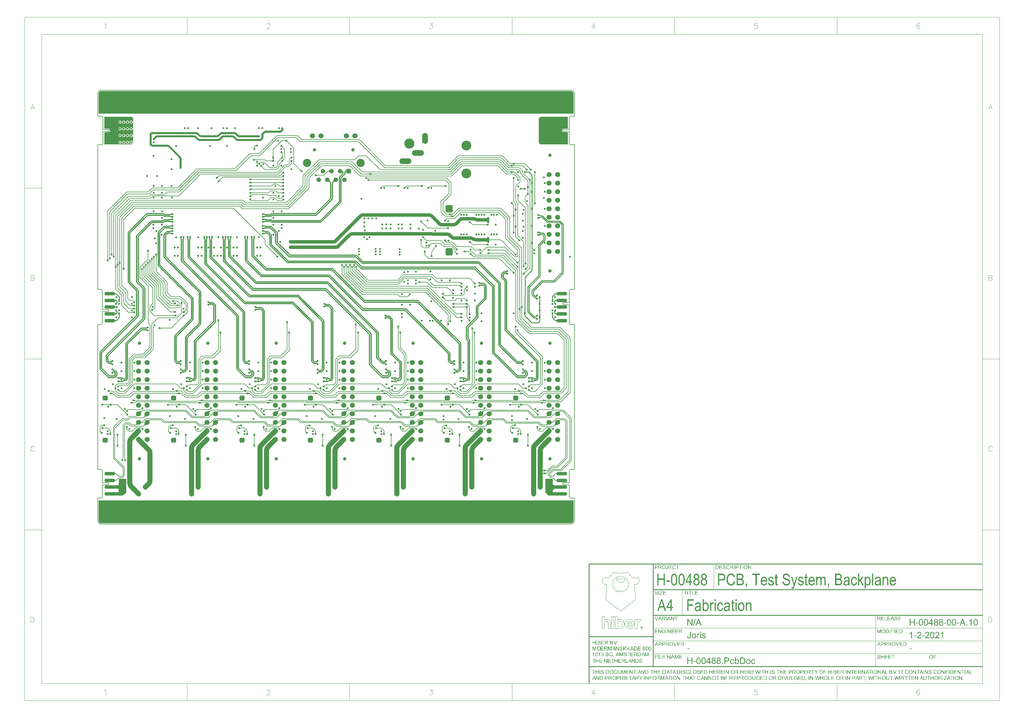
<source format=gbl>
G04*
G04 #@! TF.GenerationSoftware,Altium Limited,Altium Designer,21.0.9 (235)*
G04*
G04 Layer_Physical_Order=4*
G04 Layer_Color=16711680*
%FSLAX44Y44*%
%MOMM*%
G71*
G04*
G04 #@! TF.SameCoordinates,A4F98B16-F3DB-4773-8883-61DEE8D61BF0*
G04*
G04*
G04 #@! TF.FilePolarity,Positive*
G04*
G01*
G75*
%ADD10C,0.3000*%
%ADD12C,0.2000*%
%ADD14C,0.2500*%
%ADD16C,0.2539*%
%ADD17C,0.0423*%
%ADD18C,0.1000*%
%ADD19C,0.0991*%
%ADD20C,0.0127*%
G04:AMPARAMS|DCode=61|XSize=3mm|YSize=1mm|CornerRadius=0.25mm|HoleSize=0mm|Usage=FLASHONLY|Rotation=180.000|XOffset=0mm|YOffset=0mm|HoleType=Round|Shape=RoundedRectangle|*
%AMROUNDEDRECTD61*
21,1,3.0000,0.5000,0,0,180.0*
21,1,2.5000,1.0000,0,0,180.0*
1,1,0.5000,-1.2500,0.2500*
1,1,0.5000,1.2500,0.2500*
1,1,0.5000,1.2500,-0.2500*
1,1,0.5000,-1.2500,-0.2500*
%
%ADD61ROUNDEDRECTD61*%
%ADD67C,1.5000*%
%ADD69R,1.3400X1.3400*%
%ADD70C,1.3400*%
%ADD71C,1.5300*%
%ADD72C,2.4500*%
%ADD74C,2.9100*%
G04:AMPARAMS|DCode=75|XSize=3.25mm|YSize=1.75mm|CornerRadius=0.875mm|HoleSize=0mm|Usage=FLASHONLY|Rotation=90.000|XOffset=0mm|YOffset=0mm|HoleType=Round|Shape=RoundedRectangle|*
%AMROUNDEDRECTD75*
21,1,3.2500,0.0000,0,0,90.0*
21,1,1.5000,1.7500,0,0,90.0*
1,1,1.7500,0.0000,0.7500*
1,1,1.7500,0.0000,-0.7500*
1,1,1.7500,0.0000,-0.7500*
1,1,1.7500,0.0000,0.7500*
%
%ADD75ROUNDEDRECTD75*%
G04:AMPARAMS|DCode=76|XSize=3.55mm|YSize=1.75mm|CornerRadius=0.875mm|HoleSize=0mm|Usage=FLASHONLY|Rotation=0.000|XOffset=0mm|YOffset=0mm|HoleType=Round|Shape=RoundedRectangle|*
%AMROUNDEDRECTD76*
21,1,3.5500,0.0000,0,0,0.0*
21,1,1.8000,1.7500,0,0,0.0*
1,1,1.7500,0.9000,0.0000*
1,1,1.7500,-0.9000,0.0000*
1,1,1.7500,-0.9000,0.0000*
1,1,1.7500,0.9000,0.0000*
%
%ADD76ROUNDEDRECTD76*%
%ADD77C,3.0000*%
%ADD78C,5.1000*%
%ADD82C,0.6000*%
%ADD83C,0.2000*%
%ADD84C,1.0000*%
%ADD100R,0.2000X0.4000*%
%ADD101R,0.4000X0.2000*%
%ADD103C,1.0000*%
%ADD104C,0.6000*%
%ADD105C,0.7000*%
%ADD106C,1.2700*%
%ADD108C,1.5000*%
%ADD109C,0.7500*%
G36*
X64173Y642165D02*
X65529Y641603D01*
X66750Y640788D01*
X67788Y639750D01*
X68604Y638529D01*
X69165Y637173D01*
X69452Y635733D01*
X69452Y634999D01*
Y634999D01*
Y634999D01*
Y575000D01*
X-891783Y575000D01*
X-1340451Y575000D01*
Y635001D01*
X-1340451Y635001D01*
X-1340451Y635001D01*
X-1340451Y635735D01*
X-1340164Y637174D01*
X-1339603Y638530D01*
X-1338788Y639750D01*
X-1337750Y640788D01*
X-1336530Y641603D01*
X-1335174Y642165D01*
X-1333734Y642451D01*
X-1333000Y642451D01*
X-1333000Y642451D01*
X-1333000Y642451D01*
X61999Y642451D01*
X62733D01*
X64173Y642165D01*
D02*
G37*
G36*
X53000Y566036D02*
Y530549D01*
X41001Y530549D01*
X40404Y530549D01*
X40404Y530549D01*
X40404Y530549D01*
X39841Y530437D01*
X39429Y530355D01*
X39428Y530355D01*
X39428Y530355D01*
X38325Y529899D01*
X38325Y529899D01*
X38325Y529899D01*
X37878Y529600D01*
X37498Y529346D01*
X37498Y529346D01*
X37498Y529346D01*
X36654Y528502D01*
X36654Y528502D01*
X36654Y528502D01*
X36400Y528122D01*
X36102Y527675D01*
X36102Y527675D01*
X36101Y527675D01*
X35645Y526572D01*
X35645Y526572D01*
X35645Y526572D01*
X35547Y526081D01*
X35451Y525597D01*
X35451Y525596D01*
X35451Y525596D01*
X35451Y524999D01*
D01*
X35451Y524403D01*
X35490Y524209D01*
X35645Y523428D01*
X36102Y522325D01*
X36324Y521994D01*
X36655Y521498D01*
X37499Y520655D01*
X38015Y520310D01*
X38326Y520102D01*
X39428Y519646D01*
X40404Y519452D01*
X40404D01*
X40404D01*
X41000Y519452D01*
X53000Y519451D01*
Y483965D01*
X-27000Y483965D01*
X-27000Y483965D01*
X-28194Y483965D01*
X-30399Y484878D01*
X-32087Y486566D01*
X-33000Y488772D01*
X-33000Y489965D01*
X-33000Y560036D01*
X-33000Y561229D01*
X-32087Y563435D01*
X-30399Y565122D01*
X-28194Y566036D01*
X-27000D01*
X53000Y566036D01*
D02*
G37*
G36*
X-1240601Y565122D02*
X-1238913Y563434D01*
X-1238000Y561229D01*
X-1238000Y560035D01*
X-1238000Y489964D01*
X-1238000Y488771D01*
X-1238913Y486566D01*
X-1240601Y484878D01*
X-1242807Y483964D01*
X-1244000Y483965D01*
X-1244000Y483965D01*
X-1244000Y483964D01*
X-1324000Y483964D01*
Y519451D01*
X-1312001Y519451D01*
X-1311404Y519451D01*
X-1311404Y519451D01*
X-1311404Y519451D01*
X-1310841Y519563D01*
X-1310429Y519645D01*
X-1310428Y519645D01*
X-1310428Y519645D01*
X-1309325Y520101D01*
X-1309325Y520101D01*
X-1309325Y520101D01*
X-1308878Y520400D01*
X-1308498Y520654D01*
X-1308498Y520654D01*
X-1308498Y520654D01*
X-1307654Y521498D01*
X-1307654Y521498D01*
X-1307654Y521498D01*
X-1307400Y521878D01*
X-1307102Y522325D01*
X-1307101Y522325D01*
X-1307101Y522325D01*
X-1306645Y523428D01*
X-1306645Y523428D01*
X-1306645Y523428D01*
X-1306547Y523919D01*
X-1306451Y524403D01*
X-1306451Y524404D01*
X-1306451Y524404D01*
X-1306451Y525001D01*
X-1306451Y525597D01*
X-1306645Y526572D01*
X-1307102Y527675D01*
X-1307655Y528502D01*
X-1308499Y529345D01*
X-1309014Y529690D01*
X-1309326Y529898D01*
X-1310428Y530354D01*
X-1311404Y530548D01*
X-1312000Y530548D01*
X-1312000Y530548D01*
X-1324000Y530549D01*
Y566035D01*
X-1244000Y566035D01*
X-1242806D01*
X-1240601Y565122D01*
D02*
G37*
G36*
X-785143Y492900D02*
X-785362Y493109D01*
X-785587Y493296D01*
X-785819Y493461D01*
X-786058Y493604D01*
X-786303Y493725D01*
X-786555Y493824D01*
X-786814Y493901D01*
X-787079Y493956D01*
X-787350Y493989D01*
X-787629Y494000D01*
Y496000D01*
X-787350Y496011D01*
X-787079Y496044D01*
X-786814Y496099D01*
X-786555Y496176D01*
X-786303Y496275D01*
X-786058Y496396D01*
X-785819Y496539D01*
X-785587Y496704D01*
X-785362Y496891D01*
X-785143Y497100D01*
Y492900D01*
D02*
G37*
G36*
X-779993Y494667D02*
X-779966Y494376D01*
X-779919Y494095D01*
X-779851Y493825D01*
X-779763Y493566D01*
X-779655Y493318D01*
X-779527Y493081D01*
X-779378Y492854D01*
X-779209Y492639D01*
X-779020Y492434D01*
X-780434Y491020D01*
X-780639Y491209D01*
X-780854Y491378D01*
X-781081Y491526D01*
X-781318Y491655D01*
X-781566Y491763D01*
X-781825Y491851D01*
X-782095Y491918D01*
X-782376Y491966D01*
X-782668Y491993D01*
X-782970Y492000D01*
X-780000Y494970D01*
X-779993Y494667D01*
D02*
G37*
G36*
X-872143Y477900D02*
X-872362Y478109D01*
X-872587Y478296D01*
X-872819Y478461D01*
X-873058Y478604D01*
X-873303Y478725D01*
X-873555Y478824D01*
X-873814Y478901D01*
X-874079Y478956D01*
X-874350Y478989D01*
X-874629Y479000D01*
X-874629Y481000D01*
X-874350Y481011D01*
X-874079Y481044D01*
X-873814Y481099D01*
X-873555Y481176D01*
X-873303Y481275D01*
X-873058Y481396D01*
X-872819Y481539D01*
X-872587Y481704D01*
X-872362Y481891D01*
X-872143Y482100D01*
X-872143Y477900D01*
D02*
G37*
G36*
X-795052Y478817D02*
X-795055Y478534D01*
X-795033Y478261D01*
X-794987Y477996D01*
X-794917Y477741D01*
X-794823Y477496D01*
X-794704Y477259D01*
X-794561Y477033D01*
X-794394Y476815D01*
X-794203Y476607D01*
X-795799Y475374D01*
X-795999Y475561D01*
X-796211Y475731D01*
X-796434Y475885D01*
X-796670Y476023D01*
X-796917Y476146D01*
X-797176Y476252D01*
X-797447Y476343D01*
X-797730Y476417D01*
X-798025Y476476D01*
X-798331Y476518D01*
X-795025Y479109D01*
X-795052Y478817D01*
D02*
G37*
G36*
X-876999Y473778D02*
X-876940Y472995D01*
X-876918Y472905D01*
X-876893Y472836D01*
X-876865Y472789D01*
X-876833Y472764D01*
X-879167D01*
X-879135Y472789D01*
X-879107Y472836D01*
X-879082Y472905D01*
X-879060Y472995D01*
X-879042Y473108D01*
X-879015Y473399D01*
X-879002Y473778D01*
X-879000Y474000D01*
X-877000D01*
X-876999Y473778D01*
D02*
G37*
G36*
X-795130Y459573D02*
X-795132Y459428D01*
X-795110Y459276D01*
X-795064Y459118D01*
X-794995Y458953D01*
X-794902Y458783D01*
X-794785Y458605D01*
X-794644Y458422D01*
X-794481Y458232D01*
X-794293Y458036D01*
X-795707Y456621D01*
X-795915Y456821D01*
X-796308Y457149D01*
X-796493Y457278D01*
X-796671Y457383D01*
X-796842Y457464D01*
X-797005Y457521D01*
X-797160Y457555D01*
X-797308Y457565D01*
X-797449Y457551D01*
X-795105Y459712D01*
X-795130Y459573D01*
D02*
G37*
G36*
X-821189Y449350D02*
X-821156Y449078D01*
X-821101Y448813D01*
X-821024Y448555D01*
X-820925Y448303D01*
X-820804Y448058D01*
X-820661Y447819D01*
X-820496Y447587D01*
X-820309Y447361D01*
X-820100Y447142D01*
X-824300D01*
X-824091Y447361D01*
X-823904Y447587D01*
X-823739Y447819D01*
X-823596Y448058D01*
X-823475Y448303D01*
X-823376Y448555D01*
X-823299Y448813D01*
X-823244Y449078D01*
X-823211Y449350D01*
X-823200Y449628D01*
X-821200D01*
X-821189Y449350D01*
D02*
G37*
G36*
X-794000Y449628D02*
X-793989Y449350D01*
X-793956Y449078D01*
X-793901Y448813D01*
X-793824Y448555D01*
X-793725Y448303D01*
X-793604Y448058D01*
X-793461Y447819D01*
X-793296Y447587D01*
X-793109Y447361D01*
X-792900Y447142D01*
X-797100Y447142D01*
X-796891Y447361D01*
X-796704Y447587D01*
X-796539Y447819D01*
X-796396Y448058D01*
X-796275Y448303D01*
X-796176Y448555D01*
X-796099Y448813D01*
X-796044Y449078D01*
X-796011Y449350D01*
X-796000Y449628D01*
X-794000Y449628D01*
D02*
G37*
G36*
X-795030Y442000D02*
X-795333Y441993D01*
X-795624Y441966D01*
X-795905Y441918D01*
X-796175Y441851D01*
X-796434Y441763D01*
X-796682Y441655D01*
X-796919Y441526D01*
X-797146Y441378D01*
X-797361Y441209D01*
X-797566Y441020D01*
X-798980Y442434D01*
X-798791Y442639D01*
X-798622Y442854D01*
X-798474Y443081D01*
X-798345Y443318D01*
X-798237Y443566D01*
X-798149Y443825D01*
X-798082Y444095D01*
X-798034Y444376D01*
X-798007Y444667D01*
X-798000Y444970D01*
X-795030Y442000D01*
D02*
G37*
G36*
X-768030Y442000D02*
X-768333Y441993D01*
X-768625Y441966D01*
X-768905Y441918D01*
X-769175Y441851D01*
X-769434Y441763D01*
X-769683Y441655D01*
X-769920Y441526D01*
X-770146Y441378D01*
X-770361Y441209D01*
X-770566Y441020D01*
X-771980Y442434D01*
X-771791Y442639D01*
X-771622Y442854D01*
X-771474Y443081D01*
X-771346Y443318D01*
X-771237Y443566D01*
X-771150Y443825D01*
X-771082Y444095D01*
X-771034Y444376D01*
X-771007Y444667D01*
X-771000Y444970D01*
X-768030Y442000D01*
D02*
G37*
G36*
X-820309Y442639D02*
X-820496Y442413D01*
X-820661Y442181D01*
X-820804Y441942D01*
X-820925Y441697D01*
X-821024Y441445D01*
X-821101Y441187D01*
X-821156Y440922D01*
X-821189Y440650D01*
X-821200Y440372D01*
X-823200D01*
X-823211Y440650D01*
X-823244Y440922D01*
X-823299Y441187D01*
X-823376Y441445D01*
X-823475Y441697D01*
X-823596Y441942D01*
X-823739Y442181D01*
X-823904Y442413D01*
X-824091Y442639D01*
X-824300Y442858D01*
X-820100D01*
X-820309Y442639D01*
D02*
G37*
G36*
X-821189Y439350D02*
X-821156Y439078D01*
X-821101Y438813D01*
X-821024Y438555D01*
X-820925Y438303D01*
X-820804Y438058D01*
X-820661Y437819D01*
X-820496Y437587D01*
X-820309Y437361D01*
X-820100Y437142D01*
X-824300D01*
X-824091Y437361D01*
X-823904Y437587D01*
X-823739Y437819D01*
X-823596Y438058D01*
X-823475Y438303D01*
X-823376Y438555D01*
X-823299Y438813D01*
X-823244Y439078D01*
X-823211Y439350D01*
X-823200Y439628D01*
X-821200D01*
X-821189Y439350D01*
D02*
G37*
G36*
X-876638Y439891D02*
X-876413Y439704D01*
X-876180Y439539D01*
X-875942Y439396D01*
X-875696Y439275D01*
X-875444Y439176D01*
X-875186Y439099D01*
X-874921Y439044D01*
X-874649Y439011D01*
X-874371Y439000D01*
Y437000D01*
X-874649Y436989D01*
X-874921Y436956D01*
X-875186Y436901D01*
X-875444Y436824D01*
X-875696Y436725D01*
X-875942Y436604D01*
X-876180Y436461D01*
X-876413Y436296D01*
X-876638Y436109D01*
X-876857Y435900D01*
Y440100D01*
X-876638Y439891D01*
D02*
G37*
G36*
X-791020Y437566D02*
X-791209Y437361D01*
X-791378Y437146D01*
X-791526Y436920D01*
X-791655Y436682D01*
X-791763Y436434D01*
X-791851Y436175D01*
X-791918Y435905D01*
X-791966Y435625D01*
X-791993Y435333D01*
X-792000Y435030D01*
X-794970Y438000D01*
X-794668Y438007D01*
X-794376Y438034D01*
X-794095Y438082D01*
X-793825Y438149D01*
X-793566Y438237D01*
X-793318Y438345D01*
X-793081Y438474D01*
X-792854Y438622D01*
X-792639Y438791D01*
X-792434Y438980D01*
X-791020Y437566D01*
D02*
G37*
G36*
X-824342Y432900D02*
X-824561Y433109D01*
X-824787Y433296D01*
X-825019Y433461D01*
X-825258Y433604D01*
X-825503Y433725D01*
X-825755Y433824D01*
X-826013Y433901D01*
X-826279Y433956D01*
X-826550Y433989D01*
X-826828Y434000D01*
Y436000D01*
X-826550Y436011D01*
X-826279Y436044D01*
X-826013Y436099D01*
X-825755Y436176D01*
X-825503Y436275D01*
X-825258Y436396D01*
X-825019Y436539D01*
X-824787Y436704D01*
X-824561Y436891D01*
X-824342Y437100D01*
Y432900D01*
D02*
G37*
G36*
X-795030Y432000D02*
X-795333Y431993D01*
X-795624Y431966D01*
X-795905Y431918D01*
X-796175Y431851D01*
X-796434Y431763D01*
X-796682Y431655D01*
X-796919Y431526D01*
X-797146Y431378D01*
X-797361Y431209D01*
X-797566Y431020D01*
X-798980Y432435D01*
X-798791Y432639D01*
X-798622Y432854D01*
X-798474Y433081D01*
X-798345Y433318D01*
X-798237Y433566D01*
X-798149Y433825D01*
X-798082Y434095D01*
X-798034Y434376D01*
X-798007Y434668D01*
X-798000Y434970D01*
X-795030Y432000D01*
D02*
G37*
G36*
X-766109Y432639D02*
X-766296Y432413D01*
X-766461Y432181D01*
X-766604Y431942D01*
X-766725Y431697D01*
X-766824Y431445D01*
X-766901Y431187D01*
X-766956Y430922D01*
X-766989Y430650D01*
X-767000Y430372D01*
X-769000D01*
X-769011Y430650D01*
X-769044Y430922D01*
X-769099Y431187D01*
X-769176Y431445D01*
X-769275Y431697D01*
X-769396Y431942D01*
X-769539Y432181D01*
X-769704Y432413D01*
X-769891Y432639D01*
X-770100Y432858D01*
X-765900D01*
X-766109Y432639D01*
D02*
G37*
G36*
X-868833Y429236D02*
X-868865Y429211D01*
X-868894Y429164D01*
X-868919Y429095D01*
X-868940Y429005D01*
X-868959Y428892D01*
X-868985Y428601D01*
X-868998Y428222D01*
X-869000Y428000D01*
X-871000D01*
X-871002Y428222D01*
X-871060Y429005D01*
X-871082Y429095D01*
X-871107Y429164D01*
X-871135Y429211D01*
X-871167Y429236D01*
X-868833Y429236D01*
D02*
G37*
G36*
X-860020Y428566D02*
X-860209Y428361D01*
X-860378Y428146D01*
X-860527Y427919D01*
X-860655Y427682D01*
X-860763Y427434D01*
X-860851Y427175D01*
X-860919Y426905D01*
X-860966Y426624D01*
X-860993Y426333D01*
X-861000Y426030D01*
X-863970Y429000D01*
X-863668Y429007D01*
X-863376Y429034D01*
X-863095Y429082D01*
X-862825Y429149D01*
X-862566Y429237D01*
X-862318Y429345D01*
X-862081Y429474D01*
X-861854Y429622D01*
X-861639Y429791D01*
X-861434Y429980D01*
X-860020Y428566D01*
D02*
G37*
G36*
X-105639Y427891D02*
X-105413Y427704D01*
X-105181Y427539D01*
X-104943Y427396D01*
X-104697Y427275D01*
X-104445Y427176D01*
X-104187Y427099D01*
X-103922Y427044D01*
X-103650Y427011D01*
X-103372Y427000D01*
Y425000D01*
X-103650Y424989D01*
X-103922Y424956D01*
X-104187Y424901D01*
X-104445Y424824D01*
X-104697Y424725D01*
X-104943Y424604D01*
X-105181Y424461D01*
X-105413Y424296D01*
X-105639Y424109D01*
X-105858Y423900D01*
Y428100D01*
X-105639Y427891D01*
D02*
G37*
G36*
X-110143Y423900D02*
X-110362Y424109D01*
X-110587Y424296D01*
X-110819Y424461D01*
X-111058Y424604D01*
X-111303Y424725D01*
X-111555Y424824D01*
X-111814Y424901D01*
X-112079Y424956D01*
X-112350Y424989D01*
X-112629Y425000D01*
Y427000D01*
X-112350Y427011D01*
X-112079Y427044D01*
X-111814Y427099D01*
X-111555Y427176D01*
X-111303Y427275D01*
X-111058Y427396D01*
X-110819Y427539D01*
X-110587Y427704D01*
X-110362Y427891D01*
X-110143Y428100D01*
Y423900D01*
D02*
G37*
G36*
X-868998Y423778D02*
X-868940Y422995D01*
X-868919Y422905D01*
X-868894Y422836D01*
X-868865Y422789D01*
X-868833Y422764D01*
X-871167D01*
X-871135Y422789D01*
X-871107Y422836D01*
X-871082Y422905D01*
X-871060Y422995D01*
X-871042Y423108D01*
X-871015Y423399D01*
X-871002Y423778D01*
X-871000Y424000D01*
X-869000D01*
X-868998Y423778D01*
D02*
G37*
G36*
X-111639Y421891D02*
X-111413Y421704D01*
X-111181Y421539D01*
X-110942Y421396D01*
X-110697Y421275D01*
X-110445Y421176D01*
X-110187Y421099D01*
X-109922Y421044D01*
X-109650Y421011D01*
X-109372Y421000D01*
Y419000D01*
X-109650Y418989D01*
X-109922Y418956D01*
X-110187Y418901D01*
X-110445Y418824D01*
X-110697Y418725D01*
X-110942Y418604D01*
X-111181Y418461D01*
X-111413Y418296D01*
X-111639Y418109D01*
X-111858Y417900D01*
Y422100D01*
X-111639Y421891D01*
D02*
G37*
G36*
X-116143Y417900D02*
X-116362Y418109D01*
X-116587Y418296D01*
X-116819Y418461D01*
X-117058Y418604D01*
X-117303Y418725D01*
X-117555Y418824D01*
X-117814Y418901D01*
X-118079Y418956D01*
X-118350Y418989D01*
X-118629Y419000D01*
Y421000D01*
X-118350Y421011D01*
X-118079Y421044D01*
X-117814Y421099D01*
X-117555Y421176D01*
X-117303Y421275D01*
X-117058Y421396D01*
X-116819Y421539D01*
X-116587Y421704D01*
X-116362Y421891D01*
X-116143Y422100D01*
Y417900D01*
D02*
G37*
G36*
X-854993Y419667D02*
X-854966Y419376D01*
X-854919Y419095D01*
X-854851Y418825D01*
X-854763Y418566D01*
X-854655Y418318D01*
X-854527Y418081D01*
X-854378Y417854D01*
X-854209Y417639D01*
X-854020Y417434D01*
X-855435Y416020D01*
X-855639Y416209D01*
X-855854Y416378D01*
X-856081Y416526D01*
X-856318Y416655D01*
X-856566Y416763D01*
X-856825Y416851D01*
X-857095Y416918D01*
X-857376Y416966D01*
X-857668Y416993D01*
X-857970Y417000D01*
X-855000Y419970D01*
X-854993Y419667D01*
D02*
G37*
G36*
X-59361Y411791D02*
X-59146Y411622D01*
X-58920Y411474D01*
X-58682Y411345D01*
X-58434Y411237D01*
X-58175Y411149D01*
X-57905Y411082D01*
X-57625Y411034D01*
X-57333Y411007D01*
X-57030Y411000D01*
X-60000Y408030D01*
X-60007Y408333D01*
X-60034Y408624D01*
X-60082Y408905D01*
X-60149Y409175D01*
X-60237Y409434D01*
X-60346Y409682D01*
X-60474Y409919D01*
X-60622Y410146D01*
X-60791Y410361D01*
X-60980Y410566D01*
X-59566Y411980D01*
X-59361Y411791D01*
D02*
G37*
G36*
X-71361D02*
X-71146Y411622D01*
X-70920Y411474D01*
X-70682Y411345D01*
X-70434Y411237D01*
X-70175Y411149D01*
X-69905Y411082D01*
X-69625Y411034D01*
X-69333Y411007D01*
X-69030Y411000D01*
X-72000Y408030D01*
X-72007Y408333D01*
X-72034Y408624D01*
X-72082Y408905D01*
X-72150Y409175D01*
X-72237Y409434D01*
X-72345Y409682D01*
X-72474Y409919D01*
X-72622Y410146D01*
X-72791Y410361D01*
X-72980Y410566D01*
X-71566Y411980D01*
X-71361Y411791D01*
D02*
G37*
G36*
X-740492Y407923D02*
X-740276Y407754D01*
X-740049Y407608D01*
X-739812Y407483D01*
X-739564Y407381D01*
X-739306Y407300D01*
X-739038Y407241D01*
X-738760Y407204D01*
X-738471Y407189D01*
X-738171Y407195D01*
X-740998Y404089D01*
X-741019Y404393D01*
X-741058Y404687D01*
X-741116Y404969D01*
X-741193Y405240D01*
X-741288Y405500D01*
X-741401Y405748D01*
X-741534Y405985D01*
X-741684Y406210D01*
X-741854Y406425D01*
X-742042Y406627D01*
X-740698Y408112D01*
X-740492Y407923D01*
D02*
G37*
G36*
X-604639Y402537D02*
X-604653Y402568D01*
X-604693Y402595D01*
X-604762Y402620D01*
X-604857Y402641D01*
X-604979Y402659D01*
X-605306Y402685D01*
X-606000Y402700D01*
Y405700D01*
X-605742Y405702D01*
X-604857Y405759D01*
X-604762Y405780D01*
X-604693Y405805D01*
X-604653Y405832D01*
X-604639Y405863D01*
Y402537D01*
D02*
G37*
G36*
X-654137Y400150D02*
X-654602Y400729D01*
X-655071Y401248D01*
X-655545Y401705D01*
X-656022Y402102D01*
X-656503Y402437D01*
X-656989Y402712D01*
X-657478Y402925D01*
X-657972Y403078D01*
X-658470Y403170D01*
X-658972Y403200D01*
Y405200D01*
X-658470Y405230D01*
X-657972Y405322D01*
X-657478Y405475D01*
X-656989Y405688D01*
X-656503Y405963D01*
X-656022Y406298D01*
X-655545Y406695D01*
X-655071Y407152D01*
X-654602Y407671D01*
X-654137Y408250D01*
Y400150D01*
D02*
G37*
G36*
X-72684Y403939D02*
X-72496Y403794D01*
X-72293Y403667D01*
X-72076Y403556D01*
X-71845Y403463D01*
X-71599Y403386D01*
X-71339Y403327D01*
X-71065Y403284D01*
X-70776Y403259D01*
X-70473Y403250D01*
Y400750D01*
X-70776Y400742D01*
X-71065Y400716D01*
X-71339Y400674D01*
X-71599Y400614D01*
X-71845Y400538D01*
X-72076Y400444D01*
X-72293Y400334D01*
X-72496Y400206D01*
X-72684Y400062D01*
X-72858Y399900D01*
Y404100D01*
X-72684Y403939D01*
D02*
G37*
G36*
X-111639Y403891D02*
X-111413Y403704D01*
X-111181Y403539D01*
X-110942Y403396D01*
X-110697Y403275D01*
X-110445Y403176D01*
X-110187Y403099D01*
X-109922Y403044D01*
X-109650Y403011D01*
X-109372Y403000D01*
Y401000D01*
X-109650Y400989D01*
X-109922Y400956D01*
X-110187Y400901D01*
X-110445Y400824D01*
X-110697Y400725D01*
X-110942Y400604D01*
X-111181Y400461D01*
X-111413Y400296D01*
X-111639Y400109D01*
X-111858Y399900D01*
Y404100D01*
X-111639Y403891D01*
D02*
G37*
G36*
X-116143Y399900D02*
X-116362Y400109D01*
X-116587Y400296D01*
X-116819Y400461D01*
X-117058Y400604D01*
X-117303Y400725D01*
X-117555Y400824D01*
X-117814Y400901D01*
X-118079Y400956D01*
X-118350Y400989D01*
X-118629Y401000D01*
Y403000D01*
X-118350Y403011D01*
X-118079Y403044D01*
X-117814Y403099D01*
X-117555Y403176D01*
X-117303Y403275D01*
X-117058Y403396D01*
X-116819Y403539D01*
X-116587Y403704D01*
X-116362Y403891D01*
X-116143Y404100D01*
Y399900D01*
D02*
G37*
G36*
X-616686Y404196D02*
X-616643Y404113D01*
X-616572Y404013D01*
X-616473Y403897D01*
X-616347Y403763D01*
X-616008Y403445D01*
X-615291Y402842D01*
X-616406Y399821D01*
X-616621Y400025D01*
X-617007Y400336D01*
X-617177Y400443D01*
X-617333Y400516D01*
X-617473Y400557D01*
X-617599Y400566D01*
X-617709Y400541D01*
X-617805Y400484D01*
X-617886Y400395D01*
X-616700Y404262D01*
X-616686Y404196D01*
D02*
G37*
G36*
X-42900Y399858D02*
X-43109Y399639D01*
X-43296Y399413D01*
X-43461Y399181D01*
X-43604Y398942D01*
X-43725Y398697D01*
X-43824Y398445D01*
X-43901Y398187D01*
X-43956Y397922D01*
X-43989Y397650D01*
X-44000Y397372D01*
X-46000Y397372D01*
X-46011Y397650D01*
X-46044Y397922D01*
X-46099Y398187D01*
X-46176Y398445D01*
X-46275Y398697D01*
X-46396Y398942D01*
X-46539Y399181D01*
X-46704Y399413D01*
X-46891Y399639D01*
X-47100Y399858D01*
X-42900Y399858D01*
D02*
G37*
G36*
X-792030Y397000D02*
X-792333Y396993D01*
X-792624Y396966D01*
X-792905Y396918D01*
X-793175Y396851D01*
X-793434Y396763D01*
X-793682Y396655D01*
X-793920Y396526D01*
X-794146Y396378D01*
X-794361Y396209D01*
X-794566Y396020D01*
X-795980Y397435D01*
X-795791Y397639D01*
X-795622Y397854D01*
X-795474Y398081D01*
X-795345Y398318D01*
X-795237Y398566D01*
X-795149Y398825D01*
X-795082Y399095D01*
X-795034Y399376D01*
X-795007Y399668D01*
X-795000Y399970D01*
X-792030Y397000D01*
D02*
G37*
G36*
X-531639Y397891D02*
X-531413Y397704D01*
X-531181Y397539D01*
X-530942Y397396D01*
X-530697Y397275D01*
X-530445Y397176D01*
X-530187Y397099D01*
X-529922Y397044D01*
X-529650Y397011D01*
X-529372Y397000D01*
Y395000D01*
X-529650Y394989D01*
X-529922Y394956D01*
X-530187Y394901D01*
X-530445Y394824D01*
X-530697Y394725D01*
X-530942Y394604D01*
X-531181Y394461D01*
X-531413Y394296D01*
X-531639Y394109D01*
X-531858Y393900D01*
Y398100D01*
X-531639Y397891D01*
D02*
G37*
G36*
X-536143Y393900D02*
X-536362Y394109D01*
X-536587Y394296D01*
X-536819Y394461D01*
X-537058Y394604D01*
X-537303Y394725D01*
X-537555Y394824D01*
X-537814Y394901D01*
X-538079Y394956D01*
X-538350Y394989D01*
X-538629Y395000D01*
Y397000D01*
X-538350Y397011D01*
X-538079Y397044D01*
X-537814Y397099D01*
X-537555Y397176D01*
X-537303Y397275D01*
X-537058Y397396D01*
X-536819Y397539D01*
X-536587Y397704D01*
X-536362Y397891D01*
X-536143Y398100D01*
Y393900D01*
D02*
G37*
G36*
X-693639Y393891D02*
X-693413Y393704D01*
X-693181Y393539D01*
X-692943Y393396D01*
X-692697Y393275D01*
X-692445Y393176D01*
X-692187Y393099D01*
X-691922Y393044D01*
X-691650Y393011D01*
X-691372Y393000D01*
Y391000D01*
X-691650Y390989D01*
X-691922Y390956D01*
X-692187Y390901D01*
X-692445Y390824D01*
X-692697Y390725D01*
X-692943Y390604D01*
X-693181Y390461D01*
X-693413Y390296D01*
X-693639Y390109D01*
X-693858Y389900D01*
Y394100D01*
X-693639Y393891D01*
D02*
G37*
G36*
X-792030Y387000D02*
X-792333Y386993D01*
X-792624Y386966D01*
X-792905Y386918D01*
X-793175Y386851D01*
X-793434Y386763D01*
X-793682Y386655D01*
X-793919Y386526D01*
X-794146Y386378D01*
X-794361Y386209D01*
X-794566Y386020D01*
X-795980Y387434D01*
X-795791Y387639D01*
X-795622Y387854D01*
X-795474Y388081D01*
X-795345Y388318D01*
X-795237Y388566D01*
X-795149Y388825D01*
X-795082Y389095D01*
X-795034Y389376D01*
X-795007Y389667D01*
X-795000Y389970D01*
X-792030Y387000D01*
D02*
G37*
G36*
X-986020Y386566D02*
X-986209Y386361D01*
X-986378Y386146D01*
X-986527Y385919D01*
X-986655Y385682D01*
X-986763Y385434D01*
X-986851Y385175D01*
X-986919Y384905D01*
X-986966Y384624D01*
X-986993Y384333D01*
X-987000Y384030D01*
X-989970Y387000D01*
X-989668Y387007D01*
X-989376Y387034D01*
X-989095Y387082D01*
X-988825Y387149D01*
X-988566Y387237D01*
X-988318Y387345D01*
X-988081Y387474D01*
X-987855Y387622D01*
X-987639Y387791D01*
X-987434Y387980D01*
X-986020Y386566D01*
D02*
G37*
G36*
X-543639Y385891D02*
X-543413Y385704D01*
X-543181Y385539D01*
X-542943Y385396D01*
X-542697Y385275D01*
X-542445Y385176D01*
X-542187Y385099D01*
X-541922Y385044D01*
X-541650Y385011D01*
X-541372Y385000D01*
X-541372Y383000D01*
X-541650Y382989D01*
X-541922Y382956D01*
X-542187Y382901D01*
X-542445Y382824D01*
X-542697Y382725D01*
X-542943Y382604D01*
X-543181Y382461D01*
X-543413Y382296D01*
X-543639Y382109D01*
X-543858Y381900D01*
X-543858Y386100D01*
X-543639Y385891D01*
D02*
G37*
G36*
X-93996Y381920D02*
X-93967Y381485D01*
X-93941Y381301D01*
X-93909Y381140D01*
X-93868Y381001D01*
X-93820Y380885D01*
X-93765Y380791D01*
X-93703Y380719D01*
X-93633Y380671D01*
X-96367D01*
X-96297Y380719D01*
X-96235Y380791D01*
X-96180Y380885D01*
X-96132Y381001D01*
X-96092Y381140D01*
X-96059Y381301D01*
X-96033Y381485D01*
X-96004Y381920D01*
X-96000Y382172D01*
X-94000D01*
X-93996Y381920D01*
D02*
G37*
G36*
X-106109Y381639D02*
X-106296Y381413D01*
X-106461Y381181D01*
X-106604Y380942D01*
X-106725Y380697D01*
X-106824Y380445D01*
X-106901Y380187D01*
X-106956Y379921D01*
X-106989Y379650D01*
X-107000Y379372D01*
X-109000D01*
X-109011Y379650D01*
X-109044Y379921D01*
X-109099Y380187D01*
X-109176Y380445D01*
X-109275Y380697D01*
X-109396Y380942D01*
X-109539Y381181D01*
X-109704Y381413D01*
X-109891Y381639D01*
X-110100Y381858D01*
X-105900D01*
X-106109Y381639D01*
D02*
G37*
G36*
X-62361Y381791D02*
X-62146Y381622D01*
X-61920Y381474D01*
X-61682Y381345D01*
X-61434Y381237D01*
X-61175Y381149D01*
X-60905Y381082D01*
X-60624Y381034D01*
X-60333Y381007D01*
X-60030Y381000D01*
X-63000Y378030D01*
X-63007Y378333D01*
X-63034Y378624D01*
X-63082Y378905D01*
X-63149Y379175D01*
X-63237Y379434D01*
X-63345Y379682D01*
X-63474Y379919D01*
X-63622Y380146D01*
X-63791Y380361D01*
X-63980Y380566D01*
X-62566Y381980D01*
X-62361Y381791D01*
D02*
G37*
G36*
X-794142Y377900D02*
X-794361Y378109D01*
X-794587Y378296D01*
X-794819Y378461D01*
X-795058Y378604D01*
X-795303Y378725D01*
X-795555Y378824D01*
X-795813Y378901D01*
X-796078Y378956D01*
X-796350Y378989D01*
X-796628Y379000D01*
X-796628Y381000D01*
X-796350Y381011D01*
X-796078Y381044D01*
X-795813Y381099D01*
X-795555Y381176D01*
X-795303Y381275D01*
X-795058Y381396D01*
X-794819Y381539D01*
X-794587Y381704D01*
X-794361Y381891D01*
X-794142Y382100D01*
X-794142Y377900D01*
D02*
G37*
G36*
X-887639Y381891D02*
X-887413Y381704D01*
X-887181Y381539D01*
X-886942Y381396D01*
X-886697Y381275D01*
X-886445Y381176D01*
X-886187Y381099D01*
X-885921Y381044D01*
X-885650Y381011D01*
X-885372Y381000D01*
X-885371Y379000D01*
X-885650Y378989D01*
X-885921Y378956D01*
X-886187Y378901D01*
X-886445Y378824D01*
X-886697Y378725D01*
X-886942Y378604D01*
X-887181Y378461D01*
X-887413Y378296D01*
X-887639Y378109D01*
X-887858Y377900D01*
X-887858Y382100D01*
X-887639Y381891D01*
D02*
G37*
G36*
X-537639Y379891D02*
X-537413Y379704D01*
X-537181Y379539D01*
X-536942Y379396D01*
X-536697Y379275D01*
X-536445Y379176D01*
X-536187Y379099D01*
X-535922Y379044D01*
X-535650Y379011D01*
X-535372Y379000D01*
Y377000D01*
X-535650Y376989D01*
X-535922Y376956D01*
X-536187Y376901D01*
X-536445Y376824D01*
X-536697Y376725D01*
X-536942Y376604D01*
X-537181Y376461D01*
X-537413Y376296D01*
X-537639Y376109D01*
X-537858Y375900D01*
Y380100D01*
X-537639Y379891D01*
D02*
G37*
G36*
X-980020Y376566D02*
X-980209Y376361D01*
X-980378Y376146D01*
X-980527Y375919D01*
X-980655Y375682D01*
X-980763Y375434D01*
X-980851Y375175D01*
X-980919Y374905D01*
X-980966Y374624D01*
X-980993Y374333D01*
X-981000Y374030D01*
X-983970Y377000D01*
X-983668Y377007D01*
X-983376Y377034D01*
X-983095Y377082D01*
X-982825Y377149D01*
X-982566Y377237D01*
X-982318Y377345D01*
X-982081Y377474D01*
X-981854Y377622D01*
X-981639Y377791D01*
X-981434Y377980D01*
X-980020Y376566D01*
D02*
G37*
G36*
X-57900Y375858D02*
X-58109Y375639D01*
X-58296Y375413D01*
X-58461Y375181D01*
X-58604Y374942D01*
X-58725Y374697D01*
X-58824Y374445D01*
X-58901Y374187D01*
X-58956Y373922D01*
X-58989Y373650D01*
X-59000Y373372D01*
X-61000D01*
X-61011Y373650D01*
X-61044Y373922D01*
X-61099Y374187D01*
X-61176Y374445D01*
X-61275Y374697D01*
X-61396Y374942D01*
X-61539Y375181D01*
X-61704Y375413D01*
X-61891Y375639D01*
X-62100Y375858D01*
X-57900Y375858D01*
D02*
G37*
G36*
X-639432Y372987D02*
X-639810Y373177D01*
X-640181Y373311D01*
X-640545Y373387D01*
X-640901Y373405D01*
X-641250Y373367D01*
X-641591Y373271D01*
X-641925Y373118D01*
X-642252Y372908D01*
X-642571Y372641D01*
X-642882Y372316D01*
X-644542Y374928D01*
X-644188Y375295D01*
X-643599Y376011D01*
X-643363Y376360D01*
X-643167Y376702D01*
X-643011Y377038D01*
X-642895Y377368D01*
X-642818Y377692D01*
X-642781Y378010D01*
X-642783Y378321D01*
X-639432Y372987D01*
D02*
G37*
G36*
X-654818Y377977D02*
X-654780Y377586D01*
X-654700Y377193D01*
X-654579Y376799D01*
X-654415Y376402D01*
X-654209Y376004D01*
X-653961Y375604D01*
X-653671Y375202D01*
X-653339Y374798D01*
X-652965Y374393D01*
X-654745Y371895D01*
X-655070Y372234D01*
X-655414Y372515D01*
X-655777Y372737D01*
X-656159Y372900D01*
X-656560Y373005D01*
X-656979Y373051D01*
X-657417Y373038D01*
X-657873Y372967D01*
X-658348Y372838D01*
X-658842Y372650D01*
X-654814Y378366D01*
X-654818Y377977D01*
D02*
G37*
G36*
X-52771Y372815D02*
X-52763Y372512D01*
X-52739Y372223D01*
X-52697Y371949D01*
X-52638Y371688D01*
X-52563Y371442D01*
X-52470Y371210D01*
X-52361Y370992D01*
X-52235Y370789D01*
X-52092Y370599D01*
X-51932Y370424D01*
X-56131Y370461D01*
X-55968Y370633D01*
X-55823Y370820D01*
X-55694Y371021D01*
X-55582Y371237D01*
X-55488Y371468D01*
X-55410Y371713D01*
X-55350Y371973D01*
X-55307Y372247D01*
X-55280Y372536D01*
X-55271Y372839D01*
X-52771Y372815D01*
D02*
G37*
G36*
X-794142Y367900D02*
X-794361Y368109D01*
X-794587Y368296D01*
X-794819Y368461D01*
X-795058Y368604D01*
X-795303Y368725D01*
X-795555Y368824D01*
X-795813Y368901D01*
X-796078Y368956D01*
X-796350Y368989D01*
X-796628Y369000D01*
Y371000D01*
X-796350Y371011D01*
X-796078Y371044D01*
X-795813Y371099D01*
X-795555Y371176D01*
X-795303Y371275D01*
X-795058Y371396D01*
X-794819Y371539D01*
X-794587Y371704D01*
X-794361Y371891D01*
X-794142Y372100D01*
X-794142Y367900D01*
D02*
G37*
G36*
X-887638Y371891D02*
X-887413Y371704D01*
X-887181Y371539D01*
X-886942Y371396D01*
X-886697Y371275D01*
X-886445Y371176D01*
X-886187Y371099D01*
X-885921Y371044D01*
X-885650Y371011D01*
X-885371Y371000D01*
X-885372Y369000D01*
X-885650Y368989D01*
X-885921Y368956D01*
X-886187Y368901D01*
X-886445Y368824D01*
X-886697Y368725D01*
X-886942Y368604D01*
X-887181Y368461D01*
X-887413Y368296D01*
X-887639Y368109D01*
X-887858Y367900D01*
X-887857Y372100D01*
X-887638Y371891D01*
D02*
G37*
G36*
X-52097Y365996D02*
X-52240Y365807D01*
X-52366Y365604D01*
X-52476Y365386D01*
X-52568Y365154D01*
X-52643Y364908D01*
X-52700Y364648D01*
X-52741Y364373D01*
X-52765Y364084D01*
X-52772Y363781D01*
X-55272Y363765D01*
X-55282Y364068D01*
X-55309Y364357D01*
X-55353Y364631D01*
X-55415Y364890D01*
X-55493Y365136D01*
X-55588Y365366D01*
X-55699Y365583D01*
X-55828Y365784D01*
X-55974Y365971D01*
X-56136Y366144D01*
X-51936Y366171D01*
X-52097Y365996D01*
D02*
G37*
G36*
X-64989Y361350D02*
X-64956Y361078D01*
X-64901Y360813D01*
X-64824Y360555D01*
X-64725Y360303D01*
X-64604Y360058D01*
X-64461Y359819D01*
X-64296Y359587D01*
X-64109Y359361D01*
X-63900Y359142D01*
X-68100D01*
X-67891Y359361D01*
X-67704Y359587D01*
X-67539Y359819D01*
X-67396Y360058D01*
X-67275Y360303D01*
X-67176Y360555D01*
X-67099Y360813D01*
X-67044Y361078D01*
X-67011Y361350D01*
X-67000Y361628D01*
X-65000D01*
X-64989Y361350D01*
D02*
G37*
G36*
X-312143Y358400D02*
X-312362Y358609D01*
X-312587Y358796D01*
X-312819Y358961D01*
X-313058Y359104D01*
X-313303Y359225D01*
X-313555Y359324D01*
X-313814Y359401D01*
X-314079Y359456D01*
X-314350Y359489D01*
X-314629Y359500D01*
Y361500D01*
X-314350Y361511D01*
X-314079Y361544D01*
X-313814Y361599D01*
X-313555Y361676D01*
X-313303Y361775D01*
X-313058Y361896D01*
X-312819Y362039D01*
X-312587Y362204D01*
X-312362Y362391D01*
X-312143Y362600D01*
Y358400D01*
D02*
G37*
G36*
X-382143D02*
X-382361Y358609D01*
X-382587Y358796D01*
X-382819Y358961D01*
X-383058Y359104D01*
X-383303Y359225D01*
X-383555Y359324D01*
X-383814Y359401D01*
X-384079Y359456D01*
X-384350Y359489D01*
X-384629Y359500D01*
Y361500D01*
X-384350Y361511D01*
X-384079Y361544D01*
X-383814Y361599D01*
X-383555Y361676D01*
X-383303Y361775D01*
X-383058Y361896D01*
X-382819Y362039D01*
X-382587Y362204D01*
X-382361Y362391D01*
X-382143Y362600D01*
Y358400D01*
D02*
G37*
G36*
X-452143D02*
X-452362Y358609D01*
X-452587Y358796D01*
X-452819Y358961D01*
X-453058Y359104D01*
X-453303Y359225D01*
X-453555Y359324D01*
X-453814Y359401D01*
X-454079Y359456D01*
X-454350Y359489D01*
X-454629Y359500D01*
Y361500D01*
X-454350Y361511D01*
X-454079Y361544D01*
X-453814Y361599D01*
X-453555Y361676D01*
X-453303Y361775D01*
X-453058Y361896D01*
X-452819Y362039D01*
X-452587Y362204D01*
X-452362Y362391D01*
X-452143Y362600D01*
Y358400D01*
D02*
G37*
G36*
X-794142Y357900D02*
X-794361Y358109D01*
X-794587Y358296D01*
X-794819Y358461D01*
X-795058Y358604D01*
X-795303Y358725D01*
X-795555Y358824D01*
X-795813Y358901D01*
X-796078Y358956D01*
X-796350Y358989D01*
X-796628Y359000D01*
Y361000D01*
X-796350Y361011D01*
X-796078Y361044D01*
X-795813Y361099D01*
X-795555Y361176D01*
X-795303Y361275D01*
X-795058Y361396D01*
X-794819Y361539D01*
X-794587Y361704D01*
X-794361Y361891D01*
X-794142Y362100D01*
Y357900D01*
D02*
G37*
G36*
X-887639Y361891D02*
X-887413Y361704D01*
X-887181Y361539D01*
X-886942Y361396D01*
X-886697Y361275D01*
X-886445Y361176D01*
X-886187Y361099D01*
X-885921Y361044D01*
X-885650Y361011D01*
X-885372Y361000D01*
Y359000D01*
X-885650Y358989D01*
X-885921Y358956D01*
X-886187Y358901D01*
X-886445Y358824D01*
X-886697Y358725D01*
X-886942Y358604D01*
X-887181Y358461D01*
X-887413Y358296D01*
X-887639Y358109D01*
X-887858Y357900D01*
Y362100D01*
X-887639Y361891D01*
D02*
G37*
G36*
X-358020Y356566D02*
X-358209Y356361D01*
X-358378Y356146D01*
X-358527Y355919D01*
X-358655Y355682D01*
X-358763Y355434D01*
X-358851Y355175D01*
X-358919Y354905D01*
X-358966Y354624D01*
X-358993Y354333D01*
X-359000Y354030D01*
X-361970Y357000D01*
X-361668Y357007D01*
X-361376Y357034D01*
X-361095Y357082D01*
X-360825Y357149D01*
X-360566Y357237D01*
X-360318Y357345D01*
X-360081Y357474D01*
X-359855Y357622D01*
X-359639Y357791D01*
X-359435Y357980D01*
X-358020Y356566D01*
D02*
G37*
G36*
X-428020D02*
X-428209Y356361D01*
X-428378Y356146D01*
X-428527Y355919D01*
X-428655Y355682D01*
X-428763Y355434D01*
X-428851Y355175D01*
X-428919Y354905D01*
X-428966Y354624D01*
X-428993Y354333D01*
X-429000Y354030D01*
X-431970Y357000D01*
X-431668Y357007D01*
X-431376Y357034D01*
X-431095Y357082D01*
X-430825Y357149D01*
X-430566Y357237D01*
X-430318Y357345D01*
X-430081Y357474D01*
X-429855Y357622D01*
X-429639Y357791D01*
X-429435Y357980D01*
X-428020Y356566D01*
D02*
G37*
G36*
X-498020D02*
X-498209Y356361D01*
X-498378Y356146D01*
X-498527Y355919D01*
X-498655Y355682D01*
X-498763Y355434D01*
X-498851Y355175D01*
X-498919Y354905D01*
X-498966Y354624D01*
X-498993Y354333D01*
X-499000Y354030D01*
X-501970Y357000D01*
X-501668Y357007D01*
X-501376Y357034D01*
X-501095Y357082D01*
X-500825Y357149D01*
X-500566Y357237D01*
X-500318Y357345D01*
X-500081Y357474D01*
X-499855Y357622D01*
X-499639Y357791D01*
X-499435Y357980D01*
X-498020Y356566D01*
D02*
G37*
G36*
X-64109Y354639D02*
X-64296Y354413D01*
X-64461Y354181D01*
X-64604Y353942D01*
X-64725Y353697D01*
X-64824Y353445D01*
X-64901Y353187D01*
X-64956Y352921D01*
X-64989Y352650D01*
X-65000Y352372D01*
X-67000D01*
X-67011Y352650D01*
X-67044Y352921D01*
X-67099Y353187D01*
X-67176Y353445D01*
X-67275Y353697D01*
X-67396Y353942D01*
X-67539Y354181D01*
X-67704Y354413D01*
X-67891Y354639D01*
X-68100Y354858D01*
X-63900D01*
X-64109Y354639D01*
D02*
G37*
G36*
X-77392Y349900D02*
X-77611Y350109D01*
X-77837Y350296D01*
X-78069Y350461D01*
X-78308Y350604D01*
X-78553Y350725D01*
X-78805Y350824D01*
X-79063Y350901D01*
X-79328Y350956D01*
X-79600Y350989D01*
X-79878Y351000D01*
Y353000D01*
X-79600Y353011D01*
X-79328Y353044D01*
X-79063Y353099D01*
X-78805Y353176D01*
X-78553Y353275D01*
X-78308Y353396D01*
X-78069Y353539D01*
X-77837Y353704D01*
X-77611Y353891D01*
X-77392Y354100D01*
Y349900D01*
D02*
G37*
G36*
X-85639Y353891D02*
X-85413Y353704D01*
X-85181Y353539D01*
X-84943Y353396D01*
X-84697Y353275D01*
X-84445Y353176D01*
X-84187Y353099D01*
X-83922Y353044D01*
X-83650Y353011D01*
X-83372Y353000D01*
Y351000D01*
X-83650Y350989D01*
X-83922Y350956D01*
X-84187Y350901D01*
X-84445Y350824D01*
X-84697Y350725D01*
X-84943Y350604D01*
X-85181Y350461D01*
X-85413Y350296D01*
X-85639Y350109D01*
X-85858Y349900D01*
Y354100D01*
X-85639Y353891D01*
D02*
G37*
G36*
X-794462Y348286D02*
X-794637Y348517D01*
X-794825Y348723D01*
X-795024Y348905D01*
X-795235Y349063D01*
X-795459Y349197D01*
X-795694Y349306D01*
X-795942Y349391D01*
X-796202Y349451D01*
X-796474Y349488D01*
X-796758Y349500D01*
X-796398Y351500D01*
X-796127Y351509D01*
X-795858Y351537D01*
X-795591Y351583D01*
X-795325Y351648D01*
X-795060Y351732D01*
X-794798Y351834D01*
X-794536Y351954D01*
X-794277Y352094D01*
X-794019Y352251D01*
X-793763Y352428D01*
X-794462Y348286D01*
D02*
G37*
G36*
X-887981Y352251D02*
X-887723Y352094D01*
X-887464Y351954D01*
X-887202Y351834D01*
X-886940Y351732D01*
X-886675Y351648D01*
X-886409Y351583D01*
X-886142Y351537D01*
X-885873Y351509D01*
X-885602Y351500D01*
X-885242Y349500D01*
X-885526Y349488D01*
X-885798Y349451D01*
X-886058Y349391D01*
X-886306Y349306D01*
X-886541Y349197D01*
X-886765Y349063D01*
X-886976Y348905D01*
X-887176Y348723D01*
X-887363Y348517D01*
X-887538Y348286D01*
X-888238Y352428D01*
X-887981Y352251D01*
D02*
G37*
G36*
X-52741Y347146D02*
X-52715Y346858D01*
X-52672Y346584D01*
X-52612Y346324D01*
X-52534Y346080D01*
X-52439Y345850D01*
X-52327Y345635D01*
X-52197Y345434D01*
X-52050Y345248D01*
X-51886Y345077D01*
X-56085Y345007D01*
X-55927Y345183D01*
X-55785Y345374D01*
X-55659Y345578D01*
X-55551Y345797D01*
X-55459Y346030D01*
X-55384Y346276D01*
X-55325Y346537D01*
X-55283Y346812D01*
X-55258Y347101D01*
X-55250Y347404D01*
X-52750Y347449D01*
X-52741Y347146D01*
D02*
G37*
G36*
X-51886Y340723D02*
X-52050Y340552D01*
X-52197Y340366D01*
X-52327Y340165D01*
X-52439Y339950D01*
X-52534Y339720D01*
X-52612Y339476D01*
X-52672Y339216D01*
X-52715Y338942D01*
X-52741Y338654D01*
X-52750Y338350D01*
X-55250Y338396D01*
X-55258Y338699D01*
X-55283Y338988D01*
X-55325Y339263D01*
X-55384Y339524D01*
X-55459Y339770D01*
X-55551Y340003D01*
X-55659Y340222D01*
X-55785Y340426D01*
X-55927Y340616D01*
X-56085Y340793D01*
X-51886Y340723D01*
D02*
G37*
G36*
X-64989Y340350D02*
X-64956Y340079D01*
X-64901Y339813D01*
X-64824Y339555D01*
X-64725Y339303D01*
X-64604Y339058D01*
X-64461Y338819D01*
X-64296Y338587D01*
X-64109Y338361D01*
X-63900Y338142D01*
X-68100D01*
X-67891Y338361D01*
X-67704Y338587D01*
X-67539Y338819D01*
X-67396Y339058D01*
X-67275Y339303D01*
X-67176Y339555D01*
X-67099Y339813D01*
X-67044Y340079D01*
X-67011Y340350D01*
X-67000Y340628D01*
X-65000D01*
X-64989Y340350D01*
D02*
G37*
G36*
X-794142Y337900D02*
X-794361Y338109D01*
X-794587Y338296D01*
X-794819Y338461D01*
X-795058Y338604D01*
X-795303Y338725D01*
X-795555Y338824D01*
X-795813Y338901D01*
X-796078Y338956D01*
X-796350Y338989D01*
X-796628Y339000D01*
Y341000D01*
X-796350Y341011D01*
X-796078Y341044D01*
X-795813Y341099D01*
X-795555Y341176D01*
X-795303Y341275D01*
X-795058Y341396D01*
X-794819Y341539D01*
X-794587Y341704D01*
X-794361Y341891D01*
X-794142Y342100D01*
Y337900D01*
D02*
G37*
G36*
X-887639Y341891D02*
X-887413Y341704D01*
X-887181Y341539D01*
X-886942Y341396D01*
X-886697Y341275D01*
X-886445Y341176D01*
X-886187Y341099D01*
X-885921Y341044D01*
X-885650Y341011D01*
X-885372Y341000D01*
Y339000D01*
X-885650Y338989D01*
X-885921Y338956D01*
X-886187Y338901D01*
X-886445Y338824D01*
X-886697Y338725D01*
X-886942Y338604D01*
X-887181Y338461D01*
X-887413Y338296D01*
X-887639Y338109D01*
X-887858Y337900D01*
Y342100D01*
X-887639Y341891D01*
D02*
G37*
G36*
X-66030Y333000D02*
X-66333Y332993D01*
X-66624Y332966D01*
X-66905Y332918D01*
X-67175Y332851D01*
X-67434Y332763D01*
X-67682Y332655D01*
X-67920Y332526D01*
X-68146Y332378D01*
X-68361Y332209D01*
X-68566Y332020D01*
X-69980Y333434D01*
X-69791Y333639D01*
X-69622Y333854D01*
X-69474Y334081D01*
X-69345Y334318D01*
X-69237Y334566D01*
X-69149Y334825D01*
X-69082Y335095D01*
X-69034Y335376D01*
X-69007Y335667D01*
X-69000Y335970D01*
X-66030Y333000D01*
D02*
G37*
G36*
X-886020Y332566D02*
X-886209Y332361D01*
X-886378Y332146D01*
X-886526Y331919D01*
X-886655Y331682D01*
X-886763Y331434D01*
X-886851Y331175D01*
X-886918Y330905D01*
X-886966Y330624D01*
X-886993Y330333D01*
X-887000Y330030D01*
X-889970Y333000D01*
X-889667Y333007D01*
X-889376Y333034D01*
X-889095Y333082D01*
X-888825Y333149D01*
X-888566Y333237D01*
X-888318Y333345D01*
X-888081Y333474D01*
X-887854Y333622D01*
X-887639Y333791D01*
X-887434Y333980D01*
X-886020Y332566D01*
D02*
G37*
G36*
X-93109Y329639D02*
X-93296Y329413D01*
X-93461Y329181D01*
X-93604Y328942D01*
X-93725Y328697D01*
X-93824Y328445D01*
X-93901Y328187D01*
X-93956Y327921D01*
X-93989Y327650D01*
X-94000Y327372D01*
X-96000D01*
X-96011Y327650D01*
X-96044Y327921D01*
X-96099Y328187D01*
X-96176Y328445D01*
X-96275Y328697D01*
X-96396Y328942D01*
X-96539Y329181D01*
X-96704Y329413D01*
X-96891Y329639D01*
X-97100Y329858D01*
X-92900D01*
X-93109Y329639D01*
D02*
G37*
G36*
X-792030Y327000D02*
X-792333Y326993D01*
X-792624Y326966D01*
X-792905Y326918D01*
X-793175Y326851D01*
X-793434Y326763D01*
X-793682Y326655D01*
X-793919Y326526D01*
X-794146Y326378D01*
X-794361Y326209D01*
X-794566Y326020D01*
X-795980Y327434D01*
X-795791Y327639D01*
X-795622Y327854D01*
X-795474Y328081D01*
X-795345Y328318D01*
X-795237Y328566D01*
X-795149Y328825D01*
X-795082Y329095D01*
X-795034Y329376D01*
X-795007Y329667D01*
X-795000Y329970D01*
X-792030Y327000D01*
D02*
G37*
G36*
Y317000D02*
X-792333Y316993D01*
X-792624Y316966D01*
X-792905Y316918D01*
X-793175Y316851D01*
X-793434Y316763D01*
X-793682Y316655D01*
X-793919Y316526D01*
X-794146Y316378D01*
X-794361Y316209D01*
X-794566Y316020D01*
X-795980Y317434D01*
X-795791Y317639D01*
X-795622Y317854D01*
X-795474Y318081D01*
X-795345Y318318D01*
X-795237Y318566D01*
X-795149Y318825D01*
X-795082Y319095D01*
X-795034Y319376D01*
X-795007Y319667D01*
X-795000Y319970D01*
X-792030Y317000D01*
D02*
G37*
G36*
X-886993Y319667D02*
X-886966Y319376D01*
X-886918Y319095D01*
X-886851Y318825D01*
X-886763Y318566D01*
X-886655Y318318D01*
X-886526Y318081D01*
X-886378Y317854D01*
X-886209Y317639D01*
X-886020Y317434D01*
X-887434Y316020D01*
X-887639Y316209D01*
X-887854Y316378D01*
X-888081Y316526D01*
X-888318Y316655D01*
X-888566Y316763D01*
X-888825Y316851D01*
X-889095Y316918D01*
X-889376Y316966D01*
X-889667Y316993D01*
X-889970Y317000D01*
X-887000Y319970D01*
X-886993Y319667D01*
D02*
G37*
G36*
X-44000Y312628D02*
X-43989Y312350D01*
X-43956Y312078D01*
X-43901Y311813D01*
X-43824Y311555D01*
X-43725Y311303D01*
X-43604Y311058D01*
X-43461Y310819D01*
X-43296Y310587D01*
X-43109Y310361D01*
X-42900Y310142D01*
X-47100Y310142D01*
X-46891Y310361D01*
X-46704Y310587D01*
X-46539Y310819D01*
X-46396Y311058D01*
X-46275Y311303D01*
X-46176Y311555D01*
X-46099Y311813D01*
X-46044Y312078D01*
X-46011Y312350D01*
X-46000Y312628D01*
X-44000Y312628D01*
D02*
G37*
G36*
X-110993Y308667D02*
X-110966Y308376D01*
X-110919Y308095D01*
X-110851Y307825D01*
X-110763Y307566D01*
X-110655Y307318D01*
X-110527Y307081D01*
X-110378Y306854D01*
X-110209Y306639D01*
X-110020Y306434D01*
X-111434Y305020D01*
X-111639Y305209D01*
X-111854Y305378D01*
X-112081Y305526D01*
X-112318Y305655D01*
X-112566Y305763D01*
X-112825Y305851D01*
X-113095Y305918D01*
X-113376Y305966D01*
X-113668Y305993D01*
X-113970Y306000D01*
X-111000Y308970D01*
X-110993Y308667D01*
D02*
G37*
G36*
X-52741Y296346D02*
X-52715Y296058D01*
X-52672Y295784D01*
X-52612Y295524D01*
X-52534Y295280D01*
X-52439Y295050D01*
X-52327Y294835D01*
X-52197Y294634D01*
X-52050Y294448D01*
X-51886Y294277D01*
X-56085Y294207D01*
X-55927Y294384D01*
X-55785Y294574D01*
X-55659Y294778D01*
X-55551Y294997D01*
X-55459Y295230D01*
X-55384Y295476D01*
X-55325Y295737D01*
X-55283Y296012D01*
X-55258Y296301D01*
X-55250Y296604D01*
X-52750Y296649D01*
X-52741Y296346D01*
D02*
G37*
G36*
X-101000Y294628D02*
X-100989Y294350D01*
X-100956Y294078D01*
X-100901Y293813D01*
X-100824Y293555D01*
X-100725Y293303D01*
X-100604Y293058D01*
X-100461Y292819D01*
X-100296Y292587D01*
X-100109Y292361D01*
X-99900Y292142D01*
X-104100Y292143D01*
X-103891Y292362D01*
X-103704Y292587D01*
X-103539Y292819D01*
X-103396Y293058D01*
X-103275Y293303D01*
X-103176Y293555D01*
X-103099Y293813D01*
X-103044Y294079D01*
X-103011Y294350D01*
X-103000Y294629D01*
X-101000Y294628D01*
D02*
G37*
G36*
X-51886Y289923D02*
X-52050Y289752D01*
X-52197Y289566D01*
X-52327Y289365D01*
X-52439Y289150D01*
X-52534Y288920D01*
X-52612Y288676D01*
X-52672Y288416D01*
X-52715Y288142D01*
X-52741Y287854D01*
X-52750Y287551D01*
X-55250Y287596D01*
X-55258Y287899D01*
X-55283Y288188D01*
X-55325Y288463D01*
X-55384Y288724D01*
X-55459Y288970D01*
X-55551Y289203D01*
X-55659Y289422D01*
X-55785Y289626D01*
X-55927Y289816D01*
X-56085Y289993D01*
X-51886Y289923D01*
D02*
G37*
G36*
X-100109Y287639D02*
X-100296Y287413D01*
X-100461Y287181D01*
X-100604Y286942D01*
X-100725Y286697D01*
X-100824Y286445D01*
X-100901Y286187D01*
X-100956Y285921D01*
X-100989Y285650D01*
X-101000Y285372D01*
X-103000D01*
X-103011Y285650D01*
X-103044Y285921D01*
X-103099Y286187D01*
X-103176Y286445D01*
X-103275Y286697D01*
X-103396Y286942D01*
X-103539Y287181D01*
X-103704Y287413D01*
X-103891Y287639D01*
X-104100Y287858D01*
X-99900D01*
X-100109Y287639D01*
D02*
G37*
G36*
X-299240Y274004D02*
X-299449Y274223D01*
X-299665Y274421D01*
X-299889Y274597D01*
X-300121Y274751D01*
X-300360Y274884D01*
X-300607Y274995D01*
X-300862Y275084D01*
X-301124Y275151D01*
X-301394Y275197D01*
X-301671Y275221D01*
X-301576Y277219D01*
X-301297Y277217D01*
X-301024Y277237D01*
X-300757Y277279D01*
X-300495Y277344D01*
X-300239Y277431D01*
X-299988Y277540D01*
X-299743Y277671D01*
X-299503Y277825D01*
X-299269Y278001D01*
X-299040Y278200D01*
X-299240Y274004D01*
D02*
G37*
G36*
X-106989Y276350D02*
X-106956Y276078D01*
X-106901Y275813D01*
X-106824Y275555D01*
X-106725Y275303D01*
X-106604Y275058D01*
X-106461Y274819D01*
X-106296Y274587D01*
X-106109Y274361D01*
X-105900Y274142D01*
X-110100D01*
X-109891Y274361D01*
X-109704Y274587D01*
X-109539Y274819D01*
X-109396Y275058D01*
X-109275Y275303D01*
X-109176Y275555D01*
X-109099Y275813D01*
X-109044Y276078D01*
X-109011Y276350D01*
X-109000Y276628D01*
X-107000D01*
X-106989Y276350D01*
D02*
G37*
G36*
X-294639Y277891D02*
X-294413Y277704D01*
X-294181Y277539D01*
X-293943Y277396D01*
X-293697Y277275D01*
X-293445Y277176D01*
X-293187Y277099D01*
X-292922Y277044D01*
X-292650Y277011D01*
X-292372Y277000D01*
Y275000D01*
X-292650Y274989D01*
X-292922Y274956D01*
X-293187Y274901D01*
X-293445Y274824D01*
X-293697Y274725D01*
X-293943Y274604D01*
X-294181Y274461D01*
X-294413Y274296D01*
X-294639Y274109D01*
X-294858Y273900D01*
Y278100D01*
X-294639Y277891D01*
D02*
G37*
G36*
X-288281Y271297D02*
X-288210Y271235D01*
X-288116Y271180D01*
X-287999Y271132D01*
X-287861Y271092D01*
X-287699Y271059D01*
X-287515Y271033D01*
X-287080Y271004D01*
X-286829Y271000D01*
Y269000D01*
X-287080Y268996D01*
X-287515Y268967D01*
X-287699Y268941D01*
X-287861Y268908D01*
X-287999Y268868D01*
X-288116Y268820D01*
X-288210Y268765D01*
X-288281Y268703D01*
X-288330Y268633D01*
Y271367D01*
X-288281Y271297D01*
D02*
G37*
G36*
X-293161Y267919D02*
X-293378Y268130D01*
X-293602Y268319D01*
X-293833Y268486D01*
X-294070Y268631D01*
X-294314Y268754D01*
X-294565Y268856D01*
X-294823Y268935D01*
X-295088Y268992D01*
X-295359Y269028D01*
X-295637Y269041D01*
X-295620Y271041D01*
X-295341Y271050D01*
X-295069Y271080D01*
X-294804Y271133D01*
X-294545Y271208D01*
X-294292Y271304D01*
X-294045Y271423D01*
X-293805Y271564D01*
X-293572Y271727D01*
X-293345Y271912D01*
X-293124Y272119D01*
X-293161Y267919D01*
D02*
G37*
G36*
X-105900Y269858D02*
X-106109Y269639D01*
X-106296Y269413D01*
X-106461Y269181D01*
X-106604Y268942D01*
X-106725Y268697D01*
X-106824Y268445D01*
X-106901Y268186D01*
X-106956Y267922D01*
X-106989Y267650D01*
X-107000Y267372D01*
X-109000Y267372D01*
X-109011Y267650D01*
X-109044Y267922D01*
X-109099Y268187D01*
X-109176Y268445D01*
X-109275Y268697D01*
X-109396Y268942D01*
X-109539Y269181D01*
X-109704Y269413D01*
X-109891Y269639D01*
X-110100Y269858D01*
X-105900Y269858D01*
D02*
G37*
G36*
X-308209Y260173D02*
X-308403Y259962D01*
X-308569Y259743D01*
X-308707Y259517D01*
X-308817Y259284D01*
X-308899Y259044D01*
X-308954Y258796D01*
X-308981Y258541D01*
X-308979Y258278D01*
X-308951Y258008D01*
X-308894Y257731D01*
X-312477Y259923D01*
X-312174Y260000D01*
X-311604Y260190D01*
X-311337Y260302D01*
X-311082Y260426D01*
X-310839Y260562D01*
X-310608Y260710D01*
X-310389Y260869D01*
X-310182Y261040D01*
X-309988Y261223D01*
X-308209Y260173D01*
D02*
G37*
G36*
X-379993Y254667D02*
X-379966Y254376D01*
X-379919Y254095D01*
X-379851Y253825D01*
X-379763Y253566D01*
X-379655Y253318D01*
X-379527Y253081D01*
X-379378Y252854D01*
X-379209Y252639D01*
X-379020Y252434D01*
X-380434Y251020D01*
X-380639Y251209D01*
X-380854Y251378D01*
X-381081Y251526D01*
X-381318Y251655D01*
X-381566Y251763D01*
X-381825Y251851D01*
X-382095Y251918D01*
X-382376Y251966D01*
X-382668Y251993D01*
X-382970Y252000D01*
X-380000Y254970D01*
X-379993Y254667D01*
D02*
G37*
G36*
X-234993Y252667D02*
X-234966Y252376D01*
X-234919Y252095D01*
X-234851Y251825D01*
X-234763Y251566D01*
X-234655Y251318D01*
X-234527Y251081D01*
X-234378Y250854D01*
X-234209Y250639D01*
X-234020Y250434D01*
X-235434Y249020D01*
X-235639Y249209D01*
X-235854Y249378D01*
X-236081Y249526D01*
X-236318Y249655D01*
X-236566Y249763D01*
X-236825Y249851D01*
X-237095Y249918D01*
X-237376Y249966D01*
X-237668Y249993D01*
X-237970Y250000D01*
X-235000Y252970D01*
X-234993Y252667D01*
D02*
G37*
G36*
X-52741Y245546D02*
X-52715Y245258D01*
X-52672Y244984D01*
X-52612Y244724D01*
X-52534Y244480D01*
X-52439Y244250D01*
X-52327Y244035D01*
X-52197Y243834D01*
X-52050Y243648D01*
X-51886Y243477D01*
X-56085Y243407D01*
X-55927Y243584D01*
X-55785Y243774D01*
X-55659Y243978D01*
X-55551Y244197D01*
X-55459Y244430D01*
X-55384Y244676D01*
X-55325Y244937D01*
X-55283Y245212D01*
X-55258Y245501D01*
X-55250Y245804D01*
X-52750Y245849D01*
X-52741Y245546D01*
D02*
G37*
G36*
X-187143Y242860D02*
X-187362Y243069D01*
X-187587Y243256D01*
X-187819Y243421D01*
X-188058Y243564D01*
X-188303Y243685D01*
X-188555Y243784D01*
X-188814Y243861D01*
X-189079Y243916D01*
X-189350Y243949D01*
X-189629Y243960D01*
Y245960D01*
X-189350Y245971D01*
X-189079Y246004D01*
X-188814Y246059D01*
X-188555Y246136D01*
X-188303Y246235D01*
X-188058Y246356D01*
X-187819Y246499D01*
X-187587Y246664D01*
X-187362Y246851D01*
X-187143Y247060D01*
Y242860D01*
D02*
G37*
G36*
X-100989Y243350D02*
X-100956Y243078D01*
X-100901Y242813D01*
X-100824Y242555D01*
X-100725Y242303D01*
X-100604Y242058D01*
X-100461Y241819D01*
X-100296Y241587D01*
X-100109Y241361D01*
X-99900Y241142D01*
X-104100D01*
X-103891Y241361D01*
X-103704Y241587D01*
X-103539Y241819D01*
X-103396Y242058D01*
X-103275Y242303D01*
X-103176Y242555D01*
X-103099Y242813D01*
X-103044Y243078D01*
X-103011Y243350D01*
X-103000Y243628D01*
X-101000D01*
X-100989Y243350D01*
D02*
G37*
G36*
X-51886Y239123D02*
X-52050Y238952D01*
X-52197Y238766D01*
X-52327Y238565D01*
X-52439Y238350D01*
X-52534Y238120D01*
X-52612Y237876D01*
X-52672Y237616D01*
X-52715Y237342D01*
X-52741Y237054D01*
X-52750Y236751D01*
X-55250Y236796D01*
X-55258Y237099D01*
X-55283Y237388D01*
X-55325Y237663D01*
X-55384Y237924D01*
X-55459Y238170D01*
X-55551Y238403D01*
X-55659Y238622D01*
X-55785Y238826D01*
X-55927Y239016D01*
X-56085Y239193D01*
X-51886Y239123D01*
D02*
G37*
G36*
X-99901Y236857D02*
X-100110Y236638D01*
X-100297Y236413D01*
X-100462Y236181D01*
X-100605Y235942D01*
X-100726Y235697D01*
X-100825Y235445D01*
X-100902Y235186D01*
X-100957Y234921D01*
X-100990Y234650D01*
X-101001Y234371D01*
X-103001Y234372D01*
X-103012Y234650D01*
X-103045Y234922D01*
X-103100Y235187D01*
X-103177Y235445D01*
X-103276Y235697D01*
X-103397Y235942D01*
X-103540Y236181D01*
X-103705Y236413D01*
X-103892Y236639D01*
X-104101Y236858D01*
X-99901Y236857D01*
D02*
G37*
G36*
X-305143Y232860D02*
X-305362Y233069D01*
X-305587Y233256D01*
X-305819Y233421D01*
X-306058Y233564D01*
X-306303Y233685D01*
X-306555Y233784D01*
X-306814Y233861D01*
X-307079Y233916D01*
X-307350Y233949D01*
X-307629Y233960D01*
Y235960D01*
X-307350Y235971D01*
X-307079Y236004D01*
X-306814Y236059D01*
X-306555Y236136D01*
X-306303Y236235D01*
X-306058Y236356D01*
X-305819Y236499D01*
X-305587Y236664D01*
X-305362Y236851D01*
X-305143Y237060D01*
Y232860D01*
D02*
G37*
G36*
X-107000Y225628D02*
X-106989Y225350D01*
X-106956Y225078D01*
X-106901Y224813D01*
X-106824Y224555D01*
X-106725Y224303D01*
X-106604Y224058D01*
X-106461Y223819D01*
X-106296Y223587D01*
X-106109Y223361D01*
X-105900Y223142D01*
X-110100Y223143D01*
X-109891Y223361D01*
X-109704Y223587D01*
X-109539Y223819D01*
X-109396Y224058D01*
X-109275Y224303D01*
X-109176Y224555D01*
X-109099Y224813D01*
X-109044Y225079D01*
X-109011Y225350D01*
X-109000Y225629D01*
X-107000Y225628D01*
D02*
G37*
G36*
X-373996Y207670D02*
X-373969Y207378D01*
X-373921Y207097D01*
X-373853Y206827D01*
X-373765Y206568D01*
X-373657Y206320D01*
X-373529Y206083D01*
X-373380Y205856D01*
X-373212Y205641D01*
X-373022Y205436D01*
X-374436Y204021D01*
X-374640Y204210D01*
X-374856Y204379D01*
X-375082Y204528D01*
X-375319Y204656D01*
X-375567Y204764D01*
X-375826Y204852D01*
X-376096Y204919D01*
X-376377Y204967D01*
X-376669Y204994D01*
X-376971Y205000D01*
X-374003Y207972D01*
X-373996Y207670D01*
D02*
G37*
G36*
X-93361Y201791D02*
X-93146Y201622D01*
X-92920Y201474D01*
X-92682Y201345D01*
X-92434Y201237D01*
X-92175Y201149D01*
X-91905Y201082D01*
X-91624Y201034D01*
X-91333Y201007D01*
X-91030Y201000D01*
X-94000Y198030D01*
X-94007Y198333D01*
X-94034Y198624D01*
X-94082Y198905D01*
X-94150Y199175D01*
X-94237Y199434D01*
X-94346Y199682D01*
X-94474Y199919D01*
X-94622Y200146D01*
X-94791Y200361D01*
X-94980Y200566D01*
X-93566Y201980D01*
X-93361Y201791D01*
D02*
G37*
G36*
X-181639Y201891D02*
X-181413Y201704D01*
X-181181Y201539D01*
X-180942Y201396D01*
X-180697Y201275D01*
X-180445Y201176D01*
X-180187Y201099D01*
X-179922Y201044D01*
X-179650Y201011D01*
X-179372Y201000D01*
Y199000D01*
X-179650Y198989D01*
X-179922Y198956D01*
X-180187Y198901D01*
X-180445Y198824D01*
X-180697Y198725D01*
X-180942Y198604D01*
X-181181Y198461D01*
X-181413Y198296D01*
X-181639Y198109D01*
X-181858Y197900D01*
Y202100D01*
X-181639Y201891D01*
D02*
G37*
G36*
X-381112Y197940D02*
X-381299Y197714D01*
X-381464Y197482D01*
X-381607Y197243D01*
X-381728Y196998D01*
X-381827Y196746D01*
X-381904Y196488D01*
X-381959Y196222D01*
X-381992Y195951D01*
X-382003Y195673D01*
X-384003D01*
X-384014Y195951D01*
X-384047Y196222D01*
X-384102Y196488D01*
X-384179Y196746D01*
X-384278Y196998D01*
X-384399Y197243D01*
X-384542Y197482D01*
X-384707Y197714D01*
X-384894Y197940D01*
X-385103Y198159D01*
X-380903D01*
X-381112Y197940D01*
D02*
G37*
G36*
X-308796Y197668D02*
X-308769Y197376D01*
X-308722Y197095D01*
X-308654Y196825D01*
X-308566Y196566D01*
X-308458Y196318D01*
X-308330Y196081D01*
X-308181Y195854D01*
X-308012Y195639D01*
X-307823Y195434D01*
X-309238Y194020D01*
X-309442Y194209D01*
X-309658Y194378D01*
X-309884Y194527D01*
X-310121Y194655D01*
X-310369Y194763D01*
X-310628Y194851D01*
X-310898Y194919D01*
X-311179Y194966D01*
X-311471Y194993D01*
X-311773Y195000D01*
X-308803Y197970D01*
X-308796Y197668D01*
D02*
G37*
G36*
X-52741Y194746D02*
X-52715Y194458D01*
X-52672Y194184D01*
X-52612Y193924D01*
X-52534Y193680D01*
X-52439Y193450D01*
X-52327Y193235D01*
X-52197Y193034D01*
X-52050Y192848D01*
X-51886Y192677D01*
X-56085Y192607D01*
X-55927Y192784D01*
X-55785Y192974D01*
X-55659Y193178D01*
X-55551Y193397D01*
X-55459Y193630D01*
X-55384Y193876D01*
X-55325Y194137D01*
X-55283Y194412D01*
X-55258Y194701D01*
X-55250Y195004D01*
X-52750Y195049D01*
X-52741Y194746D01*
D02*
G37*
G36*
X-234993Y193667D02*
X-234966Y193376D01*
X-234919Y193095D01*
X-234851Y192825D01*
X-234763Y192566D01*
X-234655Y192318D01*
X-234527Y192081D01*
X-234378Y191854D01*
X-234209Y191639D01*
X-234020Y191434D01*
X-235435Y190020D01*
X-235639Y190209D01*
X-235854Y190378D01*
X-236081Y190526D01*
X-236318Y190655D01*
X-236566Y190763D01*
X-236825Y190851D01*
X-237095Y190918D01*
X-237376Y190966D01*
X-237668Y190993D01*
X-237970Y191000D01*
X-235000Y193970D01*
X-234993Y193667D01*
D02*
G37*
G36*
X-52011Y188184D02*
X-52156Y187996D01*
X-52283Y187793D01*
X-52394Y187576D01*
X-52487Y187345D01*
X-52564Y187099D01*
X-52623Y186839D01*
X-52666Y186565D01*
X-52691Y186276D01*
X-52700Y185973D01*
X-55200D01*
X-55208Y186276D01*
X-55234Y186565D01*
X-55276Y186839D01*
X-55336Y187099D01*
X-55412Y187345D01*
X-55506Y187576D01*
X-55616Y187793D01*
X-55744Y187996D01*
X-55888Y188184D01*
X-56050Y188358D01*
X-51850D01*
X-52011Y188184D01*
D02*
G37*
G36*
X-187143Y183860D02*
X-187362Y184069D01*
X-187587Y184256D01*
X-187819Y184421D01*
X-188058Y184564D01*
X-188303Y184685D01*
X-188555Y184784D01*
X-188814Y184861D01*
X-189079Y184916D01*
X-189350Y184949D01*
X-189629Y184960D01*
Y186960D01*
X-189350Y186971D01*
X-189079Y187004D01*
X-188814Y187059D01*
X-188555Y187136D01*
X-188303Y187235D01*
X-188058Y187356D01*
X-187819Y187499D01*
X-187587Y187664D01*
X-187362Y187851D01*
X-187143Y188060D01*
Y183860D01*
D02*
G37*
G36*
X-355370Y185216D02*
X-355560Y185010D01*
X-355728Y184794D01*
X-355874Y184567D01*
X-355999Y184330D01*
X-356103Y184083D01*
X-356185Y183825D01*
X-356245Y183556D01*
X-356284Y183277D01*
X-356301Y182987D01*
X-356297Y182688D01*
X-359382Y185537D01*
X-359078Y185556D01*
X-358784Y185593D01*
X-358502Y185650D01*
X-358231Y185725D01*
X-357972Y185819D01*
X-357724Y185932D01*
X-357487Y186063D01*
X-357261Y186214D01*
X-357047Y186383D01*
X-356843Y186571D01*
X-355370Y185216D01*
D02*
G37*
G36*
X-357649Y180007D02*
X-357784Y179860D01*
X-357904Y179694D01*
X-358007Y179508D01*
X-358094Y179304D01*
X-358166Y179081D01*
X-358222Y178839D01*
X-358261Y178579D01*
X-358285Y178299D01*
X-358293Y178000D01*
X-360293D01*
X-360301Y178299D01*
X-360325Y178579D01*
X-360365Y178839D01*
X-360420Y179081D01*
X-360492Y179304D01*
X-360580Y179508D01*
X-360683Y179694D01*
X-360802Y179860D01*
X-360937Y180007D01*
X-361088Y180135D01*
X-357498D01*
X-357649Y180007D01*
D02*
G37*
G36*
X-337593Y179028D02*
X-337892Y178977D01*
X-338176Y178907D01*
X-338447Y178820D01*
X-338704Y178713D01*
X-338948Y178589D01*
X-339178Y178445D01*
X-339394Y178284D01*
X-339596Y178104D01*
X-339785Y177906D01*
X-339959Y177689D01*
X-341564Y178882D01*
X-341407Y179112D01*
X-341272Y179350D01*
X-341157Y179596D01*
X-341065Y179849D01*
X-340994Y180110D01*
X-340945Y180379D01*
X-340917Y180656D01*
X-340911Y180941D01*
X-340927Y181233D01*
X-340964Y181534D01*
X-337593Y179028D01*
D02*
G37*
G36*
X-278679Y175110D02*
X-278462Y174943D01*
X-278235Y174800D01*
X-277998Y174681D01*
X-277753Y174586D01*
X-277498Y174516D01*
X-277233Y174469D01*
X-276959Y174447D01*
X-276676Y174449D01*
X-276383Y174475D01*
X-278982Y171176D01*
X-279024Y171482D01*
X-279082Y171777D01*
X-279156Y172060D01*
X-279246Y172331D01*
X-279352Y172590D01*
X-279475Y172837D01*
X-279613Y173073D01*
X-279767Y173297D01*
X-279937Y173508D01*
X-280123Y173709D01*
X-278887Y175301D01*
X-278679Y175110D01*
D02*
G37*
G36*
X-180639Y171891D02*
X-180413Y171704D01*
X-180181Y171539D01*
X-179942Y171396D01*
X-179697Y171275D01*
X-179445Y171176D01*
X-179187Y171099D01*
X-178922Y171044D01*
X-178650Y171011D01*
X-178372Y171000D01*
Y169000D01*
X-178650Y168989D01*
X-178922Y168956D01*
X-179187Y168901D01*
X-179445Y168824D01*
X-179697Y168725D01*
X-179942Y168604D01*
X-180181Y168461D01*
X-180413Y168296D01*
X-180639Y168109D01*
X-180858Y167900D01*
Y172100D01*
X-180639Y171891D01*
D02*
G37*
G36*
X-209143Y167900D02*
X-209362Y168109D01*
X-209587Y168296D01*
X-209819Y168461D01*
X-210058Y168604D01*
X-210303Y168725D01*
X-210555Y168824D01*
X-210814Y168901D01*
X-211079Y168956D01*
X-211350Y168989D01*
X-211629Y169000D01*
Y171000D01*
X-211350Y171011D01*
X-211079Y171044D01*
X-210814Y171099D01*
X-210555Y171176D01*
X-210303Y171275D01*
X-210058Y171396D01*
X-209819Y171539D01*
X-209587Y171704D01*
X-209362Y171891D01*
X-209143Y172100D01*
Y167900D01*
D02*
G37*
G36*
X-1192109Y165639D02*
X-1192296Y165413D01*
X-1192461Y165181D01*
X-1192604Y164942D01*
X-1192725Y164697D01*
X-1192824Y164445D01*
X-1192901Y164187D01*
X-1192956Y163922D01*
X-1192989Y163650D01*
X-1193000Y163372D01*
X-1195000D01*
X-1195011Y163650D01*
X-1195044Y163922D01*
X-1195099Y164187D01*
X-1195176Y164445D01*
X-1195275Y164697D01*
X-1195396Y164942D01*
X-1195539Y165181D01*
X-1195704Y165413D01*
X-1195891Y165639D01*
X-1196100Y165858D01*
X-1191900D01*
X-1192109Y165639D01*
D02*
G37*
G36*
X-251639Y166891D02*
X-251413Y166704D01*
X-251181Y166539D01*
X-250942Y166396D01*
X-250697Y166275D01*
X-250445Y166176D01*
X-250187Y166099D01*
X-249921Y166044D01*
X-249650Y166011D01*
X-249372Y166000D01*
Y164000D01*
X-249650Y163989D01*
X-249921Y163956D01*
X-250187Y163901D01*
X-250445Y163824D01*
X-250697Y163725D01*
X-250942Y163604D01*
X-251181Y163461D01*
X-251413Y163296D01*
X-251639Y163109D01*
X-251858Y162900D01*
Y167100D01*
X-251639Y166891D01*
D02*
G37*
G36*
X-369900Y162858D02*
X-370109Y162639D01*
X-370296Y162413D01*
X-370461Y162181D01*
X-370604Y161942D01*
X-370725Y161697D01*
X-370824Y161445D01*
X-370901Y161187D01*
X-370956Y160921D01*
X-370989Y160650D01*
X-371000Y160372D01*
X-373000D01*
X-373011Y160650D01*
X-373044Y160921D01*
X-373099Y161187D01*
X-373176Y161445D01*
X-373275Y161697D01*
X-373396Y161942D01*
X-373539Y162181D01*
X-373704Y162413D01*
X-373891Y162639D01*
X-374100Y162858D01*
X-369900Y162858D01*
D02*
G37*
G36*
X-203020Y162566D02*
X-203209Y162361D01*
X-203378Y162146D01*
X-203527Y161919D01*
X-203655Y161682D01*
X-203763Y161434D01*
X-203851Y161175D01*
X-203919Y160905D01*
X-203966Y160624D01*
X-203993Y160333D01*
X-204000Y160030D01*
X-206970Y163000D01*
X-206668Y163007D01*
X-206376Y163034D01*
X-206095Y163082D01*
X-205825Y163149D01*
X-205566Y163237D01*
X-205318Y163345D01*
X-205081Y163474D01*
X-204855Y163622D01*
X-204639Y163791D01*
X-204435Y163980D01*
X-203020Y162566D01*
D02*
G37*
G36*
X-278679Y162110D02*
X-278462Y161943D01*
X-278235Y161800D01*
X-277998Y161681D01*
X-277753Y161586D01*
X-277498Y161516D01*
X-277233Y161469D01*
X-276959Y161447D01*
X-276676Y161449D01*
X-276383Y161475D01*
X-278982Y158176D01*
X-279024Y158482D01*
X-279082Y158777D01*
X-279156Y159060D01*
X-279246Y159331D01*
X-279352Y159590D01*
X-279475Y159837D01*
X-279613Y160073D01*
X-279767Y160296D01*
X-279937Y160508D01*
X-280123Y160709D01*
X-278887Y162301D01*
X-278679Y162110D01*
D02*
G37*
G36*
X-1300989Y160350D02*
X-1300956Y160079D01*
X-1300901Y159813D01*
X-1300824Y159555D01*
X-1300725Y159303D01*
X-1300604Y159058D01*
X-1300461Y158819D01*
X-1300296Y158587D01*
X-1300109Y158361D01*
X-1299900Y158142D01*
X-1304100D01*
X-1303891Y158361D01*
X-1303704Y158587D01*
X-1303539Y158819D01*
X-1303396Y159058D01*
X-1303275Y159303D01*
X-1303176Y159555D01*
X-1303099Y159813D01*
X-1303044Y160079D01*
X-1303011Y160350D01*
X-1303000Y160628D01*
X-1301000D01*
X-1300989Y160350D01*
D02*
G37*
G36*
X-180639Y161891D02*
X-180413Y161704D01*
X-180181Y161539D01*
X-179942Y161396D01*
X-179697Y161275D01*
X-179445Y161176D01*
X-179187Y161099D01*
X-178922Y161044D01*
X-178650Y161011D01*
X-178372Y161000D01*
Y159000D01*
X-178650Y158989D01*
X-178922Y158956D01*
X-179187Y158901D01*
X-179445Y158824D01*
X-179697Y158725D01*
X-179942Y158604D01*
X-180181Y158461D01*
X-180413Y158296D01*
X-180639Y158109D01*
X-180858Y157900D01*
Y162100D01*
X-180639Y161891D01*
D02*
G37*
G36*
X-104362Y159792D02*
X-104147Y159623D01*
X-103920Y159474D01*
X-103683Y159346D01*
X-103435Y159238D01*
X-103176Y159150D01*
X-102906Y159082D01*
X-102625Y159035D01*
X-102333Y159008D01*
X-102031Y159001D01*
X-105001Y156031D01*
X-105008Y156333D01*
X-105035Y156625D01*
X-105083Y156906D01*
X-105150Y157176D01*
X-105238Y157435D01*
X-105346Y157683D01*
X-105475Y157920D01*
X-105623Y158146D01*
X-105792Y158362D01*
X-105981Y158566D01*
X-104567Y159981D01*
X-104362Y159792D01*
D02*
G37*
G36*
X-232976Y158517D02*
X-232918Y158223D01*
X-232844Y157940D01*
X-232754Y157669D01*
X-232648Y157410D01*
X-232526Y157162D01*
X-232388Y156927D01*
X-232233Y156703D01*
X-232063Y156491D01*
X-231877Y156291D01*
X-233113Y154698D01*
X-233321Y154890D01*
X-233539Y155057D01*
X-233766Y155200D01*
X-234002Y155319D01*
X-234248Y155414D01*
X-234503Y155484D01*
X-234767Y155531D01*
X-235041Y155553D01*
X-235324Y155551D01*
X-235617Y155525D01*
X-233018Y158824D01*
X-232976Y158517D01*
D02*
G37*
G36*
X-350756Y156558D02*
X-350756Y156281D01*
X-350733Y156008D01*
X-350689Y155741D01*
X-350624Y155478D01*
X-350536Y155221D01*
X-350427Y154968D01*
X-350296Y154721D01*
X-350143Y154478D01*
X-349968Y154241D01*
X-349772Y154009D01*
X-353964Y154268D01*
X-353743Y154473D01*
X-353545Y154686D01*
X-353368Y154907D01*
X-353214Y155136D01*
X-353082Y155374D01*
X-352972Y155619D01*
X-352884Y155873D01*
X-352818Y156136D01*
X-352774Y156406D01*
X-352753Y156685D01*
X-350756Y156558D01*
D02*
G37*
G36*
X-1294989Y154350D02*
X-1294956Y154079D01*
X-1294901Y153813D01*
X-1294824Y153555D01*
X-1294725Y153303D01*
X-1294604Y153058D01*
X-1294461Y152819D01*
X-1294296Y152587D01*
X-1294109Y152361D01*
X-1293900Y152142D01*
X-1298100D01*
X-1297891Y152361D01*
X-1297704Y152587D01*
X-1297539Y152819D01*
X-1297396Y153058D01*
X-1297275Y153303D01*
X-1297176Y153555D01*
X-1297099Y153813D01*
X-1297044Y154079D01*
X-1297011Y154350D01*
X-1297000Y154628D01*
X-1295000D01*
X-1294989Y154350D01*
D02*
G37*
G36*
X-1168109Y153639D02*
X-1168296Y153413D01*
X-1168461Y153181D01*
X-1168604Y152942D01*
X-1168725Y152697D01*
X-1168824Y152445D01*
X-1168901Y152187D01*
X-1168956Y151922D01*
X-1168989Y151650D01*
X-1169000Y151372D01*
X-1171000D01*
X-1171011Y151650D01*
X-1171044Y151922D01*
X-1171099Y152187D01*
X-1171176Y152445D01*
X-1171275Y152697D01*
X-1171396Y152942D01*
X-1171539Y153181D01*
X-1171704Y153413D01*
X-1171891Y153639D01*
X-1172100Y153858D01*
X-1167900D01*
X-1168109Y153639D01*
D02*
G37*
G36*
X-812359Y153588D02*
X-812144Y153419D01*
X-811918Y153270D01*
X-811680Y153142D01*
X-811432Y153034D01*
X-811173Y152946D01*
X-810903Y152878D01*
X-810623Y152831D01*
X-810331Y152803D01*
X-810028Y152796D01*
X-812998Y149827D01*
X-813005Y150129D01*
X-813032Y150421D01*
X-813080Y150702D01*
X-813148Y150972D01*
X-813235Y151231D01*
X-813344Y151479D01*
X-813472Y151716D01*
X-813620Y151942D01*
X-813789Y152158D01*
X-813978Y152362D01*
X-812564Y153777D01*
X-812359Y153588D01*
D02*
G37*
G36*
X-1306989Y148350D02*
X-1306956Y148078D01*
X-1306901Y147813D01*
X-1306824Y147555D01*
X-1306725Y147303D01*
X-1306604Y147058D01*
X-1306461Y146819D01*
X-1306296Y146587D01*
X-1306109Y146361D01*
X-1305900Y146142D01*
X-1310100D01*
X-1309891Y146361D01*
X-1309704Y146587D01*
X-1309539Y146819D01*
X-1309396Y147058D01*
X-1309275Y147303D01*
X-1309176Y147555D01*
X-1309099Y147813D01*
X-1309044Y148078D01*
X-1309011Y148350D01*
X-1309000Y148628D01*
X-1307000D01*
X-1306989Y148350D01*
D02*
G37*
G36*
X-1174109Y147639D02*
X-1174296Y147413D01*
X-1174461Y147181D01*
X-1174604Y146942D01*
X-1174725Y146697D01*
X-1174824Y146445D01*
X-1174901Y146187D01*
X-1174956Y145921D01*
X-1174989Y145650D01*
X-1175000Y145372D01*
X-1177000D01*
X-1177011Y145650D01*
X-1177044Y145921D01*
X-1177099Y146187D01*
X-1177176Y146445D01*
X-1177275Y146697D01*
X-1177396Y146942D01*
X-1177539Y147181D01*
X-1177704Y147413D01*
X-1177891Y147639D01*
X-1178100Y147858D01*
X-1173900D01*
X-1174109Y147639D01*
D02*
G37*
G36*
X-1312989Y142350D02*
X-1312956Y142079D01*
X-1312901Y141813D01*
X-1312824Y141555D01*
X-1312725Y141303D01*
X-1312604Y141058D01*
X-1312461Y140819D01*
X-1312296Y140587D01*
X-1312109Y140361D01*
X-1311900Y140142D01*
X-1316100D01*
X-1315891Y140361D01*
X-1315704Y140587D01*
X-1315539Y140819D01*
X-1315396Y141058D01*
X-1315275Y141303D01*
X-1315176Y141555D01*
X-1315099Y141813D01*
X-1315044Y142079D01*
X-1315011Y142350D01*
X-1315000Y142628D01*
X-1313000D01*
X-1312989Y142350D01*
D02*
G37*
G36*
X-1180109Y141639D02*
X-1180296Y141413D01*
X-1180461Y141181D01*
X-1180604Y140942D01*
X-1180725Y140697D01*
X-1180824Y140445D01*
X-1180901Y140187D01*
X-1180956Y139922D01*
X-1180989Y139650D01*
X-1181000Y139372D01*
X-1183000D01*
X-1183011Y139650D01*
X-1183044Y139922D01*
X-1183099Y140187D01*
X-1183176Y140445D01*
X-1183275Y140697D01*
X-1183396Y140942D01*
X-1183539Y141181D01*
X-1183704Y141413D01*
X-1183891Y141639D01*
X-1184100Y141858D01*
X-1179900D01*
X-1180109Y141639D01*
D02*
G37*
G36*
X-1276989Y136350D02*
X-1276956Y136079D01*
X-1276901Y135813D01*
X-1276824Y135555D01*
X-1276725Y135303D01*
X-1276604Y135058D01*
X-1276461Y134819D01*
X-1276296Y134587D01*
X-1276109Y134361D01*
X-1275900Y134142D01*
X-1280100D01*
X-1279891Y134361D01*
X-1279704Y134587D01*
X-1279539Y134819D01*
X-1279396Y135058D01*
X-1279275Y135303D01*
X-1279176Y135555D01*
X-1279099Y135813D01*
X-1279044Y136079D01*
X-1279011Y136350D01*
X-1279000Y136628D01*
X-1277000D01*
X-1276989Y136350D01*
D02*
G37*
G36*
X-1186109Y135639D02*
X-1186296Y135413D01*
X-1186461Y135181D01*
X-1186604Y134942D01*
X-1186725Y134697D01*
X-1186824Y134445D01*
X-1186901Y134187D01*
X-1186956Y133921D01*
X-1186989Y133650D01*
X-1187000Y133372D01*
X-1189000D01*
X-1189011Y133650D01*
X-1189044Y133921D01*
X-1189099Y134187D01*
X-1189176Y134445D01*
X-1189275Y134697D01*
X-1189396Y134942D01*
X-1189539Y135181D01*
X-1189704Y135413D01*
X-1189891Y135639D01*
X-1190100Y135858D01*
X-1185900D01*
X-1186109Y135639D01*
D02*
G37*
G36*
X-98813Y135517D02*
X-98595Y135350D01*
X-98369Y135210D01*
X-98134Y135095D01*
X-97890Y135006D01*
X-97638Y134943D01*
X-97377Y134906D01*
X-97108Y134895D01*
X-96831Y134910D01*
X-96544Y134950D01*
X-98961Y131515D01*
X-99019Y131821D01*
X-99091Y132114D01*
X-99177Y132396D01*
X-99278Y132666D01*
X-99392Y132924D01*
X-99521Y133170D01*
X-99663Y133404D01*
X-99820Y133625D01*
X-99990Y133835D01*
X-100175Y134033D01*
X-99023Y135709D01*
X-98813Y135517D01*
D02*
G37*
G36*
X-70989Y133350D02*
X-70956Y133078D01*
X-70901Y132813D01*
X-70824Y132555D01*
X-70725Y132303D01*
X-70604Y132058D01*
X-70461Y131819D01*
X-70296Y131587D01*
X-70109Y131361D01*
X-69900Y131142D01*
X-74100Y131142D01*
X-73891Y131361D01*
X-73704Y131587D01*
X-73539Y131819D01*
X-73396Y132058D01*
X-73275Y132303D01*
X-73176Y132555D01*
X-73099Y132813D01*
X-73044Y133078D01*
X-73011Y133350D01*
X-73000Y133628D01*
X-71000D01*
X-70989Y133350D01*
D02*
G37*
G36*
X-1282989Y130350D02*
X-1282956Y130078D01*
X-1282901Y129813D01*
X-1282824Y129555D01*
X-1282725Y129303D01*
X-1282604Y129058D01*
X-1282461Y128819D01*
X-1282296Y128587D01*
X-1282109Y128361D01*
X-1281900Y128142D01*
X-1286100D01*
X-1285891Y128361D01*
X-1285704Y128587D01*
X-1285539Y128819D01*
X-1285396Y129058D01*
X-1285275Y129303D01*
X-1285176Y129555D01*
X-1285099Y129813D01*
X-1285044Y130078D01*
X-1285011Y130350D01*
X-1285000Y130628D01*
X-1283000D01*
X-1282989Y130350D01*
D02*
G37*
G36*
X-1192109Y129639D02*
X-1192296Y129413D01*
X-1192461Y129181D01*
X-1192604Y128942D01*
X-1192725Y128697D01*
X-1192824Y128445D01*
X-1192901Y128187D01*
X-1192956Y127921D01*
X-1192989Y127650D01*
X-1193000Y127372D01*
X-1195000D01*
X-1195011Y127650D01*
X-1195044Y127921D01*
X-1195099Y128187D01*
X-1195176Y128445D01*
X-1195275Y128697D01*
X-1195396Y128942D01*
X-1195539Y129181D01*
X-1195704Y129413D01*
X-1195891Y129639D01*
X-1196100Y129858D01*
X-1191900D01*
X-1192109Y129639D01*
D02*
G37*
G36*
X-1276109D02*
X-1276296Y129413D01*
X-1276461Y129181D01*
X-1276604Y128942D01*
X-1276725Y128697D01*
X-1276824Y128445D01*
X-1276901Y128187D01*
X-1276956Y127921D01*
X-1276989Y127650D01*
X-1277000Y127372D01*
X-1279000D01*
X-1279011Y127650D01*
X-1279044Y127921D01*
X-1279099Y128187D01*
X-1279176Y128445D01*
X-1279275Y128697D01*
X-1279396Y128942D01*
X-1279539Y129181D01*
X-1279704Y129413D01*
X-1279891Y129639D01*
X-1280100Y129858D01*
X-1275900D01*
X-1276109Y129639D01*
D02*
G37*
G36*
X-76989Y125350D02*
X-76956Y125078D01*
X-76901Y124813D01*
X-76824Y124555D01*
X-76725Y124303D01*
X-76604Y124058D01*
X-76461Y123819D01*
X-76296Y123587D01*
X-76109Y123361D01*
X-75900Y123142D01*
X-80100D01*
X-79891Y123361D01*
X-79704Y123587D01*
X-79539Y123819D01*
X-79396Y124058D01*
X-79275Y124303D01*
X-79176Y124555D01*
X-79099Y124813D01*
X-79044Y125078D01*
X-79011Y125350D01*
X-79000Y125628D01*
X-77000D01*
X-76989Y125350D01*
D02*
G37*
G36*
X-1288989Y124350D02*
X-1288956Y124079D01*
X-1288901Y123813D01*
X-1288824Y123555D01*
X-1288725Y123303D01*
X-1288604Y123058D01*
X-1288461Y122819D01*
X-1288296Y122587D01*
X-1288109Y122361D01*
X-1287900Y122142D01*
X-1292100D01*
X-1291891Y122361D01*
X-1291704Y122587D01*
X-1291539Y122819D01*
X-1291396Y123058D01*
X-1291275Y123303D01*
X-1291176Y123555D01*
X-1291099Y123813D01*
X-1291044Y124079D01*
X-1291011Y124350D01*
X-1291000Y124628D01*
X-1289000D01*
X-1288989Y124350D01*
D02*
G37*
G36*
X-580109Y123639D02*
X-580296Y123413D01*
X-580461Y123181D01*
X-580604Y122942D01*
X-580725Y122697D01*
X-580824Y122445D01*
X-580901Y122187D01*
X-580956Y121922D01*
X-580989Y121650D01*
X-581000Y121372D01*
X-583000D01*
X-583011Y121650D01*
X-583044Y121922D01*
X-583099Y122187D01*
X-583176Y122445D01*
X-583275Y122697D01*
X-583396Y122942D01*
X-583539Y123181D01*
X-583704Y123413D01*
X-583891Y123639D01*
X-584100Y123858D01*
X-579900D01*
X-580109Y123639D01*
D02*
G37*
G36*
X-592109D02*
X-592296Y123413D01*
X-592461Y123181D01*
X-592604Y122942D01*
X-592725Y122697D01*
X-592824Y122445D01*
X-592901Y122187D01*
X-592956Y121922D01*
X-592989Y121650D01*
X-593000Y121372D01*
X-595000D01*
X-595011Y121650D01*
X-595044Y121922D01*
X-595099Y122187D01*
X-595176Y122445D01*
X-595275Y122697D01*
X-595396Y122942D01*
X-595539Y123181D01*
X-595704Y123413D01*
X-595891Y123639D01*
X-596100Y123858D01*
X-591900D01*
X-592109Y123639D01*
D02*
G37*
G36*
X-604109D02*
X-604296Y123413D01*
X-604461Y123181D01*
X-604604Y122942D01*
X-604725Y122697D01*
X-604824Y122445D01*
X-604901Y122187D01*
X-604956Y121922D01*
X-604989Y121650D01*
X-605000Y121372D01*
X-607000D01*
X-607011Y121650D01*
X-607044Y121922D01*
X-607099Y122187D01*
X-607176Y122445D01*
X-607275Y122697D01*
X-607396Y122942D01*
X-607539Y123181D01*
X-607704Y123413D01*
X-607891Y123639D01*
X-608100Y123858D01*
X-603900D01*
X-604109Y123639D01*
D02*
G37*
G36*
X-616109D02*
X-616296Y123413D01*
X-616461Y123181D01*
X-616604Y122942D01*
X-616725Y122697D01*
X-616824Y122445D01*
X-616901Y122187D01*
X-616956Y121922D01*
X-616989Y121650D01*
X-617000Y121372D01*
X-619000D01*
X-619011Y121650D01*
X-619044Y121922D01*
X-619099Y122187D01*
X-619176Y122445D01*
X-619275Y122697D01*
X-619396Y122942D01*
X-619539Y123181D01*
X-619704Y123413D01*
X-619891Y123639D01*
X-620100Y123858D01*
X-615900D01*
X-616109Y123639D01*
D02*
G37*
G36*
X-1198109D02*
X-1198296Y123413D01*
X-1198461Y123181D01*
X-1198604Y122942D01*
X-1198725Y122697D01*
X-1198824Y122445D01*
X-1198901Y122187D01*
X-1198956Y121922D01*
X-1198989Y121650D01*
X-1199000Y121372D01*
X-1201000D01*
X-1201011Y121650D01*
X-1201044Y121922D01*
X-1201099Y122187D01*
X-1201176Y122445D01*
X-1201275Y122697D01*
X-1201396Y122942D01*
X-1201539Y123181D01*
X-1201704Y123413D01*
X-1201891Y123639D01*
X-1202100Y123858D01*
X-1197900D01*
X-1198109Y123639D01*
D02*
G37*
G36*
X-1282109D02*
X-1282296Y123413D01*
X-1282461Y123181D01*
X-1282604Y122942D01*
X-1282725Y122697D01*
X-1282824Y122445D01*
X-1282901Y122187D01*
X-1282956Y121922D01*
X-1282989Y121650D01*
X-1283000Y121372D01*
X-1285000D01*
X-1285011Y121650D01*
X-1285044Y121922D01*
X-1285099Y122187D01*
X-1285176Y122445D01*
X-1285275Y122697D01*
X-1285396Y122942D01*
X-1285539Y123181D01*
X-1285704Y123413D01*
X-1285891Y123639D01*
X-1286100Y123858D01*
X-1281900D01*
X-1282109Y123639D01*
D02*
G37*
G36*
X-98361Y123791D02*
X-98146Y123622D01*
X-97920Y123474D01*
X-97682Y123345D01*
X-97434Y123237D01*
X-97175Y123149D01*
X-96905Y123082D01*
X-96624Y123034D01*
X-96333Y123007D01*
X-96030Y123000D01*
X-99000Y120030D01*
X-99007Y120333D01*
X-99034Y120624D01*
X-99082Y120905D01*
X-99150Y121175D01*
X-99237Y121434D01*
X-99346Y121682D01*
X-99474Y121919D01*
X-99622Y122146D01*
X-99791Y122361D01*
X-99980Y122566D01*
X-98566Y123980D01*
X-98361Y123791D01*
D02*
G37*
G36*
X-1264989Y118350D02*
X-1264956Y118078D01*
X-1264901Y117813D01*
X-1264824Y117555D01*
X-1264725Y117303D01*
X-1264604Y117058D01*
X-1264461Y116819D01*
X-1264296Y116587D01*
X-1264109Y116361D01*
X-1263900Y116142D01*
X-1268100D01*
X-1267891Y116361D01*
X-1267704Y116587D01*
X-1267539Y116819D01*
X-1267396Y117058D01*
X-1267275Y117303D01*
X-1267176Y117555D01*
X-1267099Y117813D01*
X-1267044Y118078D01*
X-1267011Y118350D01*
X-1267000Y118628D01*
X-1265000D01*
X-1264989Y118350D01*
D02*
G37*
G36*
X-574690Y117287D02*
X-574755Y117213D01*
X-574812Y117117D01*
X-574862Y116999D01*
X-574904Y116858D01*
X-574939Y116694D01*
X-574966Y116508D01*
X-574996Y116068D01*
X-575000Y115814D01*
X-577000D01*
X-577004Y116068D01*
X-577035Y116508D01*
X-577062Y116694D01*
X-577096Y116858D01*
X-577138Y116999D01*
X-577188Y117117D01*
X-577245Y117213D01*
X-577311Y117287D01*
X-577383Y117338D01*
X-574617D01*
X-574690Y117287D01*
D02*
G37*
G36*
X-586109Y117639D02*
X-586296Y117413D01*
X-586461Y117181D01*
X-586604Y116942D01*
X-586725Y116697D01*
X-586824Y116445D01*
X-586901Y116187D01*
X-586956Y115921D01*
X-586989Y115650D01*
X-587000Y115372D01*
X-589000D01*
X-589011Y115650D01*
X-589044Y115921D01*
X-589099Y116187D01*
X-589176Y116445D01*
X-589275Y116697D01*
X-589396Y116942D01*
X-589539Y117181D01*
X-589704Y117413D01*
X-589891Y117639D01*
X-590100Y117858D01*
X-585900D01*
X-586109Y117639D01*
D02*
G37*
G36*
X-598109D02*
X-598296Y117413D01*
X-598461Y117181D01*
X-598604Y116942D01*
X-598725Y116697D01*
X-598824Y116445D01*
X-598901Y116187D01*
X-598956Y115921D01*
X-598989Y115650D01*
X-599000Y115372D01*
X-601000D01*
X-601011Y115650D01*
X-601044Y115921D01*
X-601099Y116187D01*
X-601176Y116445D01*
X-601275Y116697D01*
X-601396Y116942D01*
X-601539Y117181D01*
X-601704Y117413D01*
X-601891Y117639D01*
X-602100Y117858D01*
X-597900D01*
X-598109Y117639D01*
D02*
G37*
G36*
X-610109D02*
X-610296Y117413D01*
X-610461Y117181D01*
X-610604Y116942D01*
X-610725Y116697D01*
X-610824Y116445D01*
X-610901Y116187D01*
X-610956Y115921D01*
X-610989Y115650D01*
X-611000Y115372D01*
X-613000D01*
X-613011Y115650D01*
X-613044Y115921D01*
X-613099Y116187D01*
X-613176Y116445D01*
X-613275Y116697D01*
X-613396Y116942D01*
X-613539Y117181D01*
X-613704Y117413D01*
X-613891Y117639D01*
X-614100Y117858D01*
X-609900D01*
X-610109Y117639D01*
D02*
G37*
G36*
X-1204109Y117639D02*
X-1204296Y117413D01*
X-1204461Y117181D01*
X-1204604Y116942D01*
X-1204725Y116697D01*
X-1204824Y116445D01*
X-1204901Y116187D01*
X-1204956Y115921D01*
X-1204989Y115650D01*
X-1205000Y115372D01*
X-1207000D01*
X-1207011Y115650D01*
X-1207044Y115921D01*
X-1207099Y116187D01*
X-1207176Y116445D01*
X-1207275Y116697D01*
X-1207396Y116942D01*
X-1207539Y117181D01*
X-1207704Y117413D01*
X-1207891Y117639D01*
X-1208100Y117858D01*
X-1203900D01*
X-1204109Y117639D01*
D02*
G37*
G36*
X-1288109D02*
X-1288296Y117413D01*
X-1288461Y117181D01*
X-1288604Y116942D01*
X-1288725Y116697D01*
X-1288824Y116445D01*
X-1288901Y116187D01*
X-1288956Y115921D01*
X-1288989Y115650D01*
X-1289000Y115372D01*
X-1291000D01*
X-1291011Y115650D01*
X-1291044Y115921D01*
X-1291099Y116187D01*
X-1291176Y116445D01*
X-1291275Y116697D01*
X-1291396Y116942D01*
X-1291539Y117181D01*
X-1291704Y117413D01*
X-1291891Y117639D01*
X-1292100Y117858D01*
X-1287900D01*
X-1288109Y117639D01*
D02*
G37*
G36*
X-68020Y116566D02*
X-68209Y116361D01*
X-68378Y116146D01*
X-68527Y115919D01*
X-68655Y115682D01*
X-68763Y115434D01*
X-68851Y115175D01*
X-68919Y114905D01*
X-68966Y114624D01*
X-68993Y114333D01*
X-69000Y114030D01*
X-71970Y117000D01*
X-71668Y117007D01*
X-71376Y117034D01*
X-71095Y117082D01*
X-70825Y117149D01*
X-70566Y117237D01*
X-70318Y117345D01*
X-70081Y117474D01*
X-69854Y117622D01*
X-69639Y117791D01*
X-69434Y117980D01*
X-68020Y116566D01*
D02*
G37*
G36*
X-1210109Y111639D02*
X-1210296Y111413D01*
X-1210461Y111181D01*
X-1210604Y110942D01*
X-1210725Y110697D01*
X-1210824Y110445D01*
X-1210901Y110187D01*
X-1210956Y109922D01*
X-1210989Y109650D01*
X-1211000Y109372D01*
X-1213000D01*
X-1213011Y109650D01*
X-1213044Y109922D01*
X-1213099Y110187D01*
X-1213176Y110445D01*
X-1213275Y110697D01*
X-1213396Y110942D01*
X-1213539Y111181D01*
X-1213704Y111413D01*
X-1213891Y111639D01*
X-1214100Y111858D01*
X-1209900D01*
X-1210109Y111639D01*
D02*
G37*
G36*
X-110361Y105791D02*
X-110146Y105622D01*
X-109920Y105474D01*
X-109682Y105345D01*
X-109434Y105237D01*
X-109175Y105149D01*
X-108905Y105082D01*
X-108624Y105034D01*
X-108333Y105007D01*
X-108030Y105000D01*
X-111000Y102030D01*
X-111007Y102333D01*
X-111034Y102624D01*
X-111082Y102905D01*
X-111150Y103175D01*
X-111237Y103434D01*
X-111346Y103682D01*
X-111474Y103919D01*
X-111622Y104146D01*
X-111791Y104361D01*
X-111980Y104566D01*
X-110566Y105980D01*
X-110361Y105791D01*
D02*
G37*
G36*
X-74020Y101566D02*
X-74209Y101361D01*
X-74378Y101146D01*
X-74527Y100919D01*
X-74655Y100682D01*
X-74763Y100434D01*
X-74851Y100175D01*
X-74919Y99905D01*
X-74966Y99624D01*
X-74993Y99333D01*
X-75000Y99030D01*
X-77970Y102000D01*
X-77668Y102007D01*
X-77376Y102034D01*
X-77095Y102082D01*
X-76825Y102149D01*
X-76566Y102237D01*
X-76318Y102345D01*
X-76081Y102474D01*
X-75855Y102622D01*
X-75639Y102791D01*
X-75434Y102980D01*
X-74020Y101566D01*
D02*
G37*
G36*
X-385639Y75891D02*
X-385413Y75704D01*
X-385181Y75539D01*
X-384943Y75396D01*
X-384697Y75275D01*
X-384445Y75176D01*
X-384187Y75099D01*
X-383922Y75044D01*
X-383650Y75011D01*
X-383372Y75000D01*
Y73000D01*
X-383650Y72989D01*
X-383922Y72956D01*
X-384187Y72901D01*
X-384445Y72824D01*
X-384697Y72725D01*
X-384943Y72604D01*
X-385181Y72461D01*
X-385413Y72296D01*
X-385639Y72109D01*
X-385858Y71900D01*
Y76100D01*
X-385639Y75891D01*
D02*
G37*
G36*
X-225361Y73791D02*
X-225146Y73622D01*
X-224920Y73474D01*
X-224682Y73345D01*
X-224434Y73237D01*
X-224175Y73149D01*
X-223905Y73082D01*
X-223624Y73034D01*
X-223333Y73007D01*
X-223030Y73000D01*
X-226000Y70030D01*
X-226007Y70333D01*
X-226034Y70624D01*
X-226082Y70905D01*
X-226150Y71175D01*
X-226237Y71434D01*
X-226346Y71682D01*
X-226474Y71919D01*
X-226622Y72146D01*
X-226791Y72361D01*
X-226980Y72566D01*
X-225566Y73980D01*
X-225361Y73791D01*
D02*
G37*
G36*
X-265361Y73791D02*
X-265146Y73622D01*
X-264920Y73474D01*
X-264683Y73345D01*
X-264434Y73237D01*
X-264175Y73149D01*
X-263905Y73082D01*
X-263625Y73034D01*
X-263333Y73007D01*
X-263030Y73000D01*
X-266000Y70030D01*
X-266007Y70332D01*
X-266034Y70624D01*
X-266082Y70905D01*
X-266150Y71175D01*
X-266237Y71434D01*
X-266346Y71682D01*
X-266474Y71919D01*
X-266622Y72146D01*
X-266791Y72361D01*
X-266980Y72566D01*
X-265566Y73980D01*
X-265361Y73791D01*
D02*
G37*
G36*
X-265361Y63791D02*
X-265146Y63622D01*
X-264920Y63474D01*
X-264682Y63345D01*
X-264434Y63237D01*
X-264175Y63149D01*
X-263905Y63082D01*
X-263624Y63034D01*
X-263333Y63007D01*
X-263030Y63000D01*
X-266000Y60030D01*
X-266007Y60333D01*
X-266034Y60624D01*
X-266082Y60905D01*
X-266150Y61175D01*
X-266237Y61434D01*
X-266346Y61682D01*
X-266474Y61919D01*
X-266622Y62146D01*
X-266791Y62361D01*
X-266980Y62566D01*
X-265566Y63980D01*
X-265361Y63791D01*
D02*
G37*
G36*
X-247030Y57000D02*
X-247333Y56993D01*
X-247625Y56966D01*
X-247905Y56918D01*
X-248175Y56851D01*
X-248434Y56763D01*
X-248682Y56655D01*
X-248920Y56526D01*
X-249146Y56378D01*
X-249361Y56209D01*
X-249566Y56020D01*
X-250980Y57434D01*
X-250791Y57639D01*
X-250623Y57854D01*
X-250474Y58081D01*
X-250346Y58318D01*
X-250238Y58566D01*
X-250150Y58825D01*
X-250082Y59095D01*
X-250035Y59376D01*
X-250007Y59667D01*
X-250000Y59970D01*
X-247030Y57000D01*
D02*
G37*
G36*
X-289361Y43791D02*
X-289146Y43622D01*
X-288920Y43474D01*
X-288682Y43345D01*
X-288434Y43237D01*
X-288175Y43149D01*
X-287905Y43082D01*
X-287624Y43034D01*
X-287333Y43007D01*
X-287030Y43000D01*
X-290000Y40030D01*
X-290007Y40333D01*
X-290034Y40624D01*
X-290082Y40905D01*
X-290149Y41175D01*
X-290237Y41434D01*
X-290345Y41682D01*
X-290474Y41919D01*
X-290622Y42146D01*
X-290791Y42361D01*
X-290980Y42566D01*
X-289566Y43980D01*
X-289361Y43791D01*
D02*
G37*
G36*
X20012Y37506D02*
X19992Y37742D01*
X19931Y37954D01*
X19829Y38140D01*
X19687Y38302D01*
X19504Y38439D01*
X19281Y38551D01*
X19017Y38638D01*
X18713Y38700D01*
X18368Y38738D01*
X17982Y38750D01*
Y41250D01*
X18368Y41262D01*
X18713Y41300D01*
X19017Y41362D01*
X19281Y41449D01*
X19504Y41561D01*
X19687Y41698D01*
X19829Y41860D01*
X19931Y42046D01*
X19992Y42258D01*
X20012Y42494D01*
Y37506D01*
D02*
G37*
G36*
X-1292992Y42258D02*
X-1292931Y42046D01*
X-1292829Y41860D01*
X-1292687Y41698D01*
X-1292504Y41561D01*
X-1292281Y41449D01*
X-1292017Y41362D01*
X-1291713Y41300D01*
X-1291368Y41262D01*
X-1290982Y41250D01*
Y38750D01*
X-1291368Y38738D01*
X-1291713Y38700D01*
X-1292017Y38638D01*
X-1292281Y38551D01*
X-1292504Y38439D01*
X-1292687Y38302D01*
X-1292829Y38140D01*
X-1292931Y37954D01*
X-1292992Y37742D01*
X-1293012Y37506D01*
Y42494D01*
X-1292992Y42258D01*
D02*
G37*
G36*
X-315993Y39667D02*
X-315966Y39376D01*
X-315919Y39095D01*
X-315851Y38825D01*
X-315763Y38566D01*
X-315655Y38318D01*
X-315527Y38081D01*
X-315378Y37854D01*
X-315209Y37639D01*
X-315020Y37434D01*
X-316434Y36020D01*
X-316639Y36209D01*
X-316854Y36378D01*
X-317081Y36526D01*
X-317318Y36655D01*
X-317566Y36763D01*
X-317825Y36851D01*
X-318095Y36918D01*
X-318376Y36966D01*
X-318668Y36993D01*
X-318970Y37000D01*
X-316000Y39970D01*
X-315993Y39667D01*
D02*
G37*
G36*
X-416030Y35000D02*
X-416333Y34993D01*
X-416624Y34966D01*
X-416905Y34918D01*
X-417175Y34851D01*
X-417434Y34763D01*
X-417682Y34655D01*
X-417919Y34526D01*
X-418146Y34378D01*
X-418361Y34209D01*
X-418566Y34020D01*
X-419980Y35434D01*
X-419791Y35639D01*
X-419622Y35854D01*
X-419474Y36081D01*
X-419345Y36318D01*
X-419237Y36566D01*
X-419149Y36825D01*
X-419082Y37095D01*
X-419034Y37376D01*
X-419007Y37667D01*
X-419000Y37970D01*
X-416030Y35000D01*
D02*
G37*
G36*
X-39116Y32150D02*
X-39228Y32161D01*
X-39354Y32146D01*
X-39491Y32106D01*
X-39641Y32041D01*
X-39804Y31951D01*
X-39978Y31834D01*
X-40165Y31693D01*
X-40576Y31334D01*
X-40801Y31116D01*
X-42568Y32884D01*
X-42338Y33120D01*
X-41804Y33745D01*
X-41678Y33925D01*
X-41577Y34092D01*
X-41503Y34245D01*
X-41454Y34385D01*
X-41431Y34510D01*
X-41435Y34621D01*
X-39116Y32150D01*
D02*
G37*
G36*
X-315993Y29667D02*
X-315966Y29376D01*
X-315919Y29095D01*
X-315851Y28825D01*
X-315763Y28566D01*
X-315655Y28318D01*
X-315527Y28081D01*
X-315378Y27854D01*
X-315209Y27639D01*
X-315020Y27434D01*
X-316434Y26020D01*
X-316639Y26209D01*
X-316854Y26378D01*
X-317081Y26526D01*
X-317318Y26655D01*
X-317566Y26763D01*
X-317825Y26851D01*
X-318095Y26918D01*
X-318376Y26966D01*
X-318668Y26993D01*
X-318970Y27000D01*
X-316000Y29970D01*
X-315993Y29667D01*
D02*
G37*
G36*
X-29123Y27717D02*
X-29265Y27526D01*
X-29391Y27322D01*
X-29499Y27103D01*
X-29591Y26870D01*
X-29666Y26624D01*
X-29725Y26363D01*
X-29767Y26088D01*
X-29792Y25799D01*
X-29800Y25496D01*
X-32300Y25450D01*
X-32309Y25754D01*
X-32335Y26042D01*
X-32378Y26316D01*
X-32438Y26576D01*
X-32516Y26820D01*
X-32611Y27050D01*
X-32723Y27265D01*
X-32853Y27466D01*
X-33000Y27652D01*
X-33164Y27823D01*
X-28965Y27893D01*
X-29123Y27717D01*
D02*
G37*
G36*
X-40576Y28666D02*
X-40165Y28307D01*
X-39978Y28166D01*
X-39804Y28049D01*
X-39641Y27959D01*
X-39491Y27893D01*
X-39354Y27853D01*
X-39228Y27839D01*
X-39116Y27850D01*
X-41435Y25379D01*
X-41431Y25490D01*
X-41454Y25615D01*
X-41503Y25755D01*
X-41577Y25908D01*
X-41678Y26074D01*
X-41804Y26255D01*
X-41956Y26450D01*
X-42338Y26880D01*
X-42568Y27116D01*
X-40801Y28884D01*
X-40576Y28666D01*
D02*
G37*
G36*
X20012Y17506D02*
X19992Y17742D01*
X19931Y17954D01*
X19829Y18140D01*
X19687Y18302D01*
X19504Y18439D01*
X19281Y18551D01*
X19017Y18638D01*
X19013Y18639D01*
Y17567D01*
X18993Y17792D01*
X18934Y17993D01*
X18835Y18170D01*
X18696Y18324D01*
X18518Y18454D01*
X18301Y18561D01*
X18044Y18643D01*
X17747Y18703D01*
X17411Y18738D01*
X17036Y18750D01*
Y21250D01*
X17411Y21262D01*
X17747Y21297D01*
X18044Y21356D01*
X18301Y21439D01*
X18518Y21546D01*
X18696Y21676D01*
X18835Y21830D01*
X18934Y22007D01*
X18993Y22208D01*
X19013Y22433D01*
Y21361D01*
X19017Y21362D01*
X19281Y21449D01*
X19504Y21561D01*
X19687Y21698D01*
X19829Y21860D01*
X19931Y22046D01*
X19992Y22258D01*
X20012Y22494D01*
Y17506D01*
D02*
G37*
G36*
X8258Y22561D02*
X8284Y22272D01*
X8326Y21998D01*
X8386Y21738D01*
X8462Y21492D01*
X8556Y21261D01*
X8666Y21044D01*
X8794Y20841D01*
X8938Y20653D01*
X9100Y20479D01*
X4900D01*
X5061Y20653D01*
X5206Y20841D01*
X5333Y21044D01*
X5444Y21261D01*
X5537Y21492D01*
X5614Y21738D01*
X5673Y21998D01*
X5716Y22272D01*
X5741Y22561D01*
X5750Y22864D01*
X8250D01*
X8258Y22561D01*
D02*
G37*
G36*
X-1278741D02*
X-1278716Y22272D01*
X-1278673Y21998D01*
X-1278614Y21738D01*
X-1278537Y21492D01*
X-1278444Y21261D01*
X-1278333Y21044D01*
X-1278206Y20841D01*
X-1278061Y20653D01*
X-1277900Y20479D01*
X-1282100D01*
X-1281938Y20653D01*
X-1281794Y20841D01*
X-1281666Y21044D01*
X-1281556Y21261D01*
X-1281462Y21492D01*
X-1281386Y21738D01*
X-1281326Y21998D01*
X-1281284Y22272D01*
X-1281258Y22561D01*
X-1281250Y22864D01*
X-1278750D01*
X-1278741Y22561D01*
D02*
G37*
G36*
X-249292Y23833D02*
X-249080Y23661D01*
X-248856Y23508D01*
X-248621Y23375D01*
X-248375Y23263D01*
X-248118Y23170D01*
X-247849Y23098D01*
X-247569Y23045D01*
X-247278Y23012D01*
X-246976Y23000D01*
X-249999Y20084D01*
X-250000Y20387D01*
X-250023Y20679D01*
X-250065Y20961D01*
X-250128Y21232D01*
X-250211Y21493D01*
X-250314Y21742D01*
X-250438Y21982D01*
X-250583Y22211D01*
X-250748Y22429D01*
X-250933Y22637D01*
X-249493Y24026D01*
X-249292Y23833D01*
D02*
G37*
G36*
X-1292992Y22258D02*
X-1292931Y22046D01*
X-1292829Y21860D01*
X-1292687Y21698D01*
X-1292504Y21561D01*
X-1292281Y21449D01*
X-1292017Y21362D01*
X-1292013Y21361D01*
Y22433D01*
X-1291993Y22208D01*
X-1291933Y22007D01*
X-1291835Y21830D01*
X-1291696Y21676D01*
X-1291518Y21546D01*
X-1291301Y21439D01*
X-1291044Y21356D01*
X-1290747Y21297D01*
X-1290411Y21262D01*
X-1290036Y21250D01*
Y18750D01*
X-1290411Y18738D01*
X-1290747Y18703D01*
X-1291044Y18643D01*
X-1291301Y18561D01*
X-1291518Y18454D01*
X-1291696Y18324D01*
X-1291835Y18170D01*
X-1291933Y17993D01*
X-1291993Y17792D01*
X-1292013Y17567D01*
Y18639D01*
X-1292017Y18638D01*
X-1292281Y18551D01*
X-1292504Y18439D01*
X-1292687Y18302D01*
X-1292829Y18140D01*
X-1292931Y17954D01*
X-1292992Y17742D01*
X-1293012Y17506D01*
Y22494D01*
X-1292992Y22258D01*
D02*
G37*
G36*
X-1117639Y19592D02*
X-1117413Y19405D01*
X-1117181Y19240D01*
X-1116942Y19097D01*
X-1116697Y18976D01*
X-1116445Y18877D01*
X-1116187Y18800D01*
X-1115921Y18745D01*
X-1115650Y18712D01*
X-1115372Y18701D01*
Y16701D01*
X-1115650Y16690D01*
X-1115921Y16657D01*
X-1116187Y16602D01*
X-1116445Y16525D01*
X-1116697Y16426D01*
X-1116942Y16305D01*
X-1117181Y16162D01*
X-1117413Y15997D01*
X-1117639Y15810D01*
X-1117858Y15601D01*
Y19801D01*
X-1117639Y19592D01*
D02*
G37*
G36*
X-1236941Y18871D02*
X-1236726Y18702D01*
X-1236499Y18554D01*
X-1236262Y18425D01*
X-1236014Y18317D01*
X-1235755Y18229D01*
X-1235485Y18162D01*
X-1235204Y18114D01*
X-1234913Y18087D01*
X-1234610Y18080D01*
X-1237580Y15110D01*
X-1237587Y15413D01*
X-1237614Y15704D01*
X-1237662Y15985D01*
X-1237729Y16255D01*
X-1237817Y16514D01*
X-1237925Y16762D01*
X-1238054Y16999D01*
X-1238202Y17226D01*
X-1238371Y17441D01*
X-1238560Y17646D01*
X-1237146Y19060D01*
X-1236941Y18871D01*
D02*
G37*
G36*
X-1115142Y8900D02*
X-1115361Y9109D01*
X-1115587Y9296D01*
X-1115819Y9461D01*
X-1116058Y9604D01*
X-1116303Y9725D01*
X-1116555Y9824D01*
X-1116813Y9901D01*
X-1117078Y9956D01*
X-1117350Y9989D01*
X-1117628Y10000D01*
Y12000D01*
X-1117350Y12011D01*
X-1117078Y12044D01*
X-1116813Y12099D01*
X-1116555Y12176D01*
X-1116303Y12275D01*
X-1116058Y12396D01*
X-1115819Y12539D01*
X-1115587Y12704D01*
X-1115361Y12891D01*
X-1115142Y13100D01*
Y8900D01*
D02*
G37*
G36*
X-1092109Y10639D02*
X-1092296Y10413D01*
X-1092461Y10181D01*
X-1092604Y9942D01*
X-1092725Y9697D01*
X-1092824Y9445D01*
X-1092901Y9187D01*
X-1092956Y8921D01*
X-1092989Y8650D01*
X-1093000Y8372D01*
X-1095000D01*
X-1095011Y8650D01*
X-1095044Y8921D01*
X-1095099Y9187D01*
X-1095176Y9445D01*
X-1095275Y9697D01*
X-1095396Y9942D01*
X-1095539Y10181D01*
X-1095704Y10413D01*
X-1095891Y10639D01*
X-1096100Y10858D01*
X-1091900D01*
X-1092109Y10639D01*
D02*
G37*
G36*
X-249143Y7900D02*
X-249362Y8109D01*
X-249587Y8296D01*
X-249819Y8461D01*
X-250058Y8604D01*
X-250303Y8725D01*
X-250555Y8824D01*
X-250814Y8901D01*
X-251079Y8956D01*
X-251350Y8989D01*
X-251629Y9000D01*
Y11000D01*
X-251350Y11011D01*
X-251079Y11044D01*
X-250814Y11099D01*
X-250555Y11176D01*
X-250303Y11275D01*
X-250058Y11396D01*
X-249819Y11539D01*
X-249587Y11704D01*
X-249362Y11891D01*
X-249143Y12100D01*
Y7900D01*
D02*
G37*
G36*
X-284639Y11891D02*
X-284414Y11704D01*
X-284181Y11539D01*
X-283943Y11396D01*
X-283697Y11275D01*
X-283445Y11176D01*
X-283187Y11099D01*
X-282922Y11044D01*
X-282650Y11011D01*
X-282372Y11000D01*
Y9000D01*
X-282650Y8989D01*
X-282922Y8956D01*
X-283187Y8901D01*
X-283445Y8824D01*
X-283697Y8725D01*
X-283943Y8604D01*
X-284181Y8461D01*
X-284414Y8296D01*
X-284639Y8109D01*
X-284858Y7900D01*
Y12100D01*
X-284639Y11891D01*
D02*
G37*
G36*
X-244149Y8987D02*
X-244178Y8717D01*
X-244180Y8455D01*
X-244153Y8200D01*
X-244099Y7952D01*
X-244017Y7712D01*
X-243906Y7479D01*
X-243769Y7253D01*
X-243603Y7034D01*
X-243409Y6823D01*
X-245190Y5776D01*
X-245385Y5959D01*
X-245592Y6130D01*
X-245810Y6289D01*
X-246041Y6437D01*
X-246284Y6573D01*
X-246539Y6697D01*
X-246806Y6810D01*
X-247375Y7000D01*
X-247678Y7078D01*
X-244092Y9264D01*
X-244149Y8987D01*
D02*
G37*
G36*
X-29800Y14504D02*
X-29792Y14201D01*
X-29767Y13912D01*
X-29725Y13637D01*
X-29666Y13376D01*
X-29591Y13130D01*
X-29499Y12897D01*
X-29391Y12678D01*
X-29265Y12474D01*
X-29123Y12283D01*
X-28965Y12107D01*
X-31030Y10000D01*
X-28965Y7893D01*
X-29123Y7717D01*
X-29265Y7526D01*
X-29391Y7322D01*
X-29499Y7103D01*
X-29591Y6870D01*
X-29666Y6624D01*
X-29725Y6363D01*
X-29767Y6088D01*
X-29792Y5799D01*
X-29800Y5496D01*
X-32300Y5450D01*
X-32309Y5754D01*
X-32335Y6042D01*
X-32378Y6316D01*
X-32438Y6576D01*
X-32516Y6820D01*
X-32611Y7050D01*
X-32723Y7265D01*
X-32853Y7466D01*
X-33000Y7652D01*
X-33164Y7823D01*
X-31030Y10000D01*
X-33164Y12177D01*
X-33000Y12348D01*
X-32853Y12534D01*
X-32723Y12735D01*
X-32611Y12950D01*
X-32516Y13180D01*
X-32438Y13424D01*
X-32378Y13684D01*
X-32335Y13958D01*
X-32309Y14246D01*
X-32300Y14550D01*
X-29800Y14504D01*
D02*
G37*
G36*
X-1107142Y2900D02*
X-1107361Y3109D01*
X-1107587Y3296D01*
X-1107819Y3461D01*
X-1108058Y3604D01*
X-1108303Y3725D01*
X-1108555Y3824D01*
X-1108813Y3901D01*
X-1109079Y3956D01*
X-1109350Y3989D01*
X-1109628Y4000D01*
Y6000D01*
X-1109350Y6011D01*
X-1109079Y6044D01*
X-1108813Y6099D01*
X-1108555Y6176D01*
X-1108303Y6275D01*
X-1108058Y6396D01*
X-1107819Y6539D01*
X-1107587Y6704D01*
X-1107361Y6891D01*
X-1107142Y7100D01*
Y2900D01*
D02*
G37*
G36*
X-1236200Y2395D02*
X-1236467Y2557D01*
X-1237001Y2831D01*
X-1237268Y2942D01*
X-1237535Y3036D01*
X-1237802Y3113D01*
X-1238070Y3173D01*
X-1238337Y3216D01*
X-1238605Y3242D01*
X-1238873Y3250D01*
X-1239362Y5250D01*
X-1239076Y5263D01*
X-1238804Y5300D01*
X-1238546Y5362D01*
X-1238303Y5448D01*
X-1238073Y5560D01*
X-1237858Y5696D01*
X-1237656Y5857D01*
X-1237469Y6043D01*
X-1237296Y6253D01*
X-1237137Y6489D01*
X-1236200Y2395D01*
D02*
G37*
G36*
X-83000Y4628D02*
X-82989Y4350D01*
X-82956Y4078D01*
X-82901Y3813D01*
X-82824Y3555D01*
X-82725Y3303D01*
X-82604Y3058D01*
X-82461Y2819D01*
X-82296Y2587D01*
X-82109Y2361D01*
X-81900Y2142D01*
X-86100Y2143D01*
X-85891Y2361D01*
X-85704Y2587D01*
X-85539Y2819D01*
X-85396Y3058D01*
X-85275Y3303D01*
X-85176Y3555D01*
X-85099Y3814D01*
X-85044Y4079D01*
X-85011Y4350D01*
X-85000Y4629D01*
X-83000Y4628D01*
D02*
G37*
G36*
X-1288892Y-2100D02*
X-1289111Y-1891D01*
X-1289337Y-1704D01*
X-1289569Y-1539D01*
X-1289808Y-1396D01*
X-1290053Y-1275D01*
X-1290305Y-1176D01*
X-1290563Y-1099D01*
X-1290829Y-1044D01*
X-1290912Y-1034D01*
X-1290969Y-1040D01*
X-1291214Y-1090D01*
X-1291426Y-1160D01*
X-1291605Y-1250D01*
X-1291752Y-1360D01*
X-1291866Y-1490D01*
X-1291947Y-1640D01*
X-1291996Y-1810D01*
X-1292013Y-2000D01*
Y-1049D01*
X-1292214Y-1090D01*
X-1292426Y-1160D01*
X-1292605Y-1250D01*
X-1292752Y-1360D01*
X-1292866Y-1490D01*
X-1292947Y-1640D01*
X-1292996Y-1810D01*
X-1293013Y-2000D01*
Y2000D01*
X-1292996Y1810D01*
X-1292947Y1640D01*
X-1292866Y1490D01*
X-1292752Y1360D01*
X-1292605Y1250D01*
X-1292426Y1160D01*
X-1292214Y1090D01*
X-1292013Y1049D01*
Y2000D01*
X-1291996Y1810D01*
X-1291947Y1640D01*
X-1291866Y1490D01*
X-1291752Y1360D01*
X-1291605Y1250D01*
X-1291426Y1160D01*
X-1291214Y1090D01*
X-1290969Y1040D01*
X-1290912Y1034D01*
X-1290829Y1044D01*
X-1290563Y1099D01*
X-1290305Y1176D01*
X-1290053Y1275D01*
X-1289808Y1396D01*
X-1289569Y1539D01*
X-1289337Y1704D01*
X-1289111Y1891D01*
X-1288892Y2100D01*
Y-2100D01*
D02*
G37*
G36*
X16111Y1891D02*
X16337Y1704D01*
X16569Y1539D01*
X16808Y1396D01*
X17053Y1275D01*
X17305Y1176D01*
X17563Y1099D01*
X17829Y1044D01*
X17912Y1034D01*
X17969Y1040D01*
X18214Y1090D01*
X18426Y1160D01*
X18605Y1250D01*
X18752Y1360D01*
X18866Y1490D01*
X18947Y1640D01*
X18996Y1810D01*
X19013Y2000D01*
Y1049D01*
X19214Y1090D01*
X19426Y1160D01*
X19605Y1250D01*
X19752Y1360D01*
X19866Y1490D01*
X19947Y1640D01*
X19996Y1810D01*
X20013Y2000D01*
Y-2000D01*
X19996Y-1810D01*
X19947Y-1640D01*
X19866Y-1490D01*
X19752Y-1360D01*
X19605Y-1250D01*
X19426Y-1160D01*
X19214Y-1090D01*
X19013Y-1049D01*
Y-2000D01*
X18996Y-1810D01*
X18947Y-1640D01*
X18866Y-1490D01*
X18752Y-1360D01*
X18605Y-1250D01*
X18426Y-1160D01*
X18214Y-1090D01*
X17969Y-1040D01*
X17912Y-1034D01*
X17829Y-1044D01*
X17563Y-1099D01*
X17305Y-1176D01*
X17053Y-1275D01*
X16808Y-1396D01*
X16569Y-1539D01*
X16337Y-1704D01*
X16111Y-1891D01*
X15892Y-2100D01*
Y2100D01*
X16111Y1891D01*
D02*
G37*
G36*
X-249143Y-2100D02*
X-249362Y-1891D01*
X-249587Y-1704D01*
X-249819Y-1539D01*
X-250058Y-1396D01*
X-250303Y-1275D01*
X-250555Y-1176D01*
X-250814Y-1099D01*
X-251079Y-1044D01*
X-251350Y-1011D01*
X-251629Y-1000D01*
Y1000D01*
X-251350Y1011D01*
X-251079Y1044D01*
X-250814Y1099D01*
X-250555Y1176D01*
X-250303Y1275D01*
X-250058Y1396D01*
X-249819Y1539D01*
X-249587Y1704D01*
X-249362Y1891D01*
X-249143Y2100D01*
Y-2100D01*
D02*
G37*
G36*
X-284639Y1891D02*
X-284414Y1704D01*
X-284181Y1539D01*
X-283943Y1396D01*
X-283697Y1275D01*
X-283445Y1176D01*
X-283187Y1099D01*
X-282922Y1044D01*
X-282650Y1011D01*
X-282372Y1000D01*
Y-1000D01*
X-282650Y-1011D01*
X-282922Y-1044D01*
X-283187Y-1099D01*
X-283445Y-1176D01*
X-283697Y-1275D01*
X-283943Y-1396D01*
X-284181Y-1539D01*
X-284414Y-1704D01*
X-284639Y-1891D01*
X-284858Y-2100D01*
Y2100D01*
X-284639Y1891D01*
D02*
G37*
G36*
X-88989Y-1650D02*
X-88956Y-1921D01*
X-88901Y-2187D01*
X-88824Y-2445D01*
X-88725Y-2697D01*
X-88604Y-2942D01*
X-88461Y-3181D01*
X-88296Y-3413D01*
X-88109Y-3639D01*
X-87900Y-3858D01*
X-92100D01*
X-91891Y-3639D01*
X-91704Y-3413D01*
X-91539Y-3181D01*
X-91396Y-2942D01*
X-91275Y-2697D01*
X-91176Y-2445D01*
X-91099Y-2187D01*
X-91044Y-1921D01*
X-91011Y-1650D01*
X-91000Y-1372D01*
X-89000D01*
X-88989Y-1650D01*
D02*
G37*
G36*
X-82109Y-2361D02*
X-82296Y-2587D01*
X-82461Y-2819D01*
X-82604Y-3058D01*
X-82725Y-3303D01*
X-82824Y-3555D01*
X-82901Y-3813D01*
X-82956Y-4078D01*
X-82989Y-4350D01*
X-83000Y-4628D01*
X-85000D01*
X-85011Y-4350D01*
X-85044Y-4078D01*
X-85099Y-3813D01*
X-85176Y-3555D01*
X-85275Y-3303D01*
X-85396Y-3058D01*
X-85539Y-2819D01*
X-85704Y-2587D01*
X-85891Y-2361D01*
X-86100Y-2142D01*
X-81900D01*
X-82109Y-2361D01*
D02*
G37*
G36*
X-245109D02*
X-245296Y-2587D01*
X-245461Y-2819D01*
X-245604Y-3058D01*
X-245725Y-3303D01*
X-245824Y-3555D01*
X-245901Y-3813D01*
X-245956Y-4078D01*
X-245989Y-4350D01*
X-246000Y-4628D01*
X-248000D01*
X-248011Y-4350D01*
X-248044Y-4078D01*
X-248099Y-3813D01*
X-248176Y-3555D01*
X-248275Y-3303D01*
X-248396Y-3058D01*
X-248539Y-2819D01*
X-248704Y-2587D01*
X-248891Y-2361D01*
X-249100Y-2142D01*
X-244900D01*
X-245109Y-2361D01*
D02*
G37*
G36*
X-1237137Y-6489D02*
X-1237296Y-6253D01*
X-1237469Y-6043D01*
X-1237656Y-5857D01*
X-1237858Y-5696D01*
X-1238073Y-5560D01*
X-1238303Y-5448D01*
X-1238546Y-5362D01*
X-1238804Y-5300D01*
X-1239076Y-5263D01*
X-1239362Y-5250D01*
X-1238873Y-3250D01*
X-1238605Y-3242D01*
X-1238337Y-3216D01*
X-1238070Y-3173D01*
X-1237802Y-3113D01*
X-1237535Y-3036D01*
X-1237268Y-2942D01*
X-1237001Y-2831D01*
X-1236733Y-2703D01*
X-1236200Y-2395D01*
X-1237137Y-6489D01*
D02*
G37*
G36*
X-1178026Y-7664D02*
X-1178208Y-7858D01*
X-1178380Y-8063D01*
X-1178540Y-8281D01*
X-1178689Y-8511D01*
X-1178828Y-8752D01*
X-1178955Y-9006D01*
X-1179071Y-9271D01*
X-1179271Y-9838D01*
X-1179354Y-10140D01*
X-1181468Y-6510D01*
X-1181194Y-6572D01*
X-1180927Y-6606D01*
X-1180667Y-6611D01*
X-1180414Y-6587D01*
X-1180168Y-6536D01*
X-1179929Y-6455D01*
X-1179696Y-6347D01*
X-1179471Y-6209D01*
X-1179252Y-6044D01*
X-1179041Y-5850D01*
X-1178026Y-7664D01*
D02*
G37*
G36*
X-87694Y-7956D02*
X-87980Y-8482D01*
X-88096Y-8746D01*
X-88195Y-9011D01*
X-88275Y-9277D01*
X-88338Y-9544D01*
X-88382Y-9811D01*
X-88409Y-10080D01*
X-88418Y-10349D01*
X-90418Y-10771D01*
X-90430Y-10486D01*
X-90467Y-10214D01*
X-90529Y-9955D01*
X-90614Y-9709D01*
X-90725Y-9476D01*
X-90860Y-9257D01*
X-91019Y-9050D01*
X-91203Y-8857D01*
X-91412Y-8676D01*
X-91645Y-8509D01*
X-87524Y-7694D01*
X-87694Y-7956D01*
D02*
G37*
G36*
X-29800Y-5496D02*
X-29792Y-5799D01*
X-29767Y-6088D01*
X-29725Y-6363D01*
X-29666Y-6624D01*
X-29591Y-6870D01*
X-29499Y-7103D01*
X-29391Y-7322D01*
X-29265Y-7526D01*
X-29123Y-7717D01*
X-28965Y-7893D01*
X-31030Y-10000D01*
X-28965Y-12107D01*
X-29123Y-12284D01*
X-29265Y-12474D01*
X-29391Y-12678D01*
X-29499Y-12897D01*
X-29591Y-13130D01*
X-29666Y-13376D01*
X-29725Y-13637D01*
X-29767Y-13912D01*
X-29792Y-14201D01*
X-29800Y-14504D01*
X-32300Y-14550D01*
X-32309Y-14246D01*
X-32335Y-13958D01*
X-32378Y-13684D01*
X-32438Y-13424D01*
X-32516Y-13180D01*
X-32611Y-12950D01*
X-32723Y-12735D01*
X-32853Y-12534D01*
X-33000Y-12348D01*
X-33164Y-12177D01*
X-31030Y-10000D01*
X-33164Y-7823D01*
X-33000Y-7652D01*
X-32853Y-7466D01*
X-32723Y-7265D01*
X-32611Y-7050D01*
X-32516Y-6820D01*
X-32438Y-6576D01*
X-32378Y-6316D01*
X-32335Y-6042D01*
X-32309Y-5754D01*
X-32300Y-5451D01*
X-29800Y-5496D01*
D02*
G37*
G36*
X-1084020Y-12434D02*
X-1084209Y-12639D01*
X-1084378Y-12854D01*
X-1084526Y-13081D01*
X-1084655Y-13318D01*
X-1084763Y-13566D01*
X-1084851Y-13825D01*
X-1084918Y-14095D01*
X-1084966Y-14376D01*
X-1084993Y-14667D01*
X-1085000Y-14970D01*
X-1087970Y-12000D01*
X-1087667Y-11993D01*
X-1087376Y-11966D01*
X-1087095Y-11918D01*
X-1086825Y-11851D01*
X-1086566Y-11763D01*
X-1086318Y-11655D01*
X-1086081Y-11526D01*
X-1085854Y-11378D01*
X-1085639Y-11209D01*
X-1085434Y-11020D01*
X-1084020Y-12434D01*
D02*
G37*
G36*
X-73715Y-13483D02*
X-73709Y-13786D01*
X-73685Y-14075D01*
X-73645Y-14350D01*
X-73587Y-14610D01*
X-73513Y-14856D01*
X-73421Y-15088D01*
X-73313Y-15306D01*
X-73187Y-15510D01*
X-73044Y-15699D01*
X-72883Y-15874D01*
X-77083Y-15841D01*
X-76920Y-15669D01*
X-76774Y-15481D01*
X-76645Y-15280D01*
X-76533Y-15064D01*
X-76438Y-14833D01*
X-76359Y-14588D01*
X-76298Y-14329D01*
X-76253Y-14055D01*
X-76226Y-13766D01*
X-76215Y-13463D01*
X-73715Y-13483D01*
D02*
G37*
G36*
X-1116112Y-16571D02*
X-1116331Y-16362D01*
X-1116557Y-16174D01*
X-1116789Y-16010D01*
X-1117028Y-15867D01*
X-1117273Y-15746D01*
X-1117525Y-15647D01*
X-1117783Y-15569D01*
X-1118048Y-15515D01*
X-1118320Y-15481D01*
X-1118598Y-15470D01*
Y-13470D01*
X-1118320Y-13460D01*
X-1118048Y-13427D01*
X-1117783Y-13371D01*
X-1117525Y-13295D01*
X-1117273Y-13196D01*
X-1117028Y-13075D01*
X-1116789Y-12931D01*
X-1116557Y-12766D01*
X-1116331Y-12579D01*
X-1116112Y-12371D01*
Y-16571D01*
D02*
G37*
G36*
X-1236200Y-17605D02*
X-1236467Y-17443D01*
X-1237001Y-17169D01*
X-1237268Y-17058D01*
X-1237535Y-16964D01*
X-1237802Y-16887D01*
X-1238070Y-16827D01*
X-1238337Y-16784D01*
X-1238605Y-16758D01*
X-1238873Y-16750D01*
X-1239362Y-14750D01*
X-1239076Y-14737D01*
X-1238804Y-14700D01*
X-1238546Y-14638D01*
X-1238303Y-14552D01*
X-1238073Y-14440D01*
X-1237858Y-14304D01*
X-1237656Y-14143D01*
X-1237469Y-13957D01*
X-1237296Y-13747D01*
X-1237137Y-13511D01*
X-1236200Y-17605D01*
D02*
G37*
G36*
X-237989Y-16150D02*
X-237956Y-16422D01*
X-237901Y-16687D01*
X-237824Y-16945D01*
X-237725Y-17197D01*
X-237604Y-17442D01*
X-237461Y-17681D01*
X-237296Y-17913D01*
X-237109Y-18139D01*
X-236900Y-18358D01*
X-241100D01*
X-240891Y-18139D01*
X-240704Y-17913D01*
X-240539Y-17681D01*
X-240396Y-17442D01*
X-240275Y-17197D01*
X-240176Y-16945D01*
X-240099Y-16687D01*
X-240044Y-16422D01*
X-240011Y-16150D01*
X-240000Y-15872D01*
X-238000D01*
X-237989Y-16150D01*
D02*
G37*
G36*
X20012Y-22494D02*
X19992Y-22258D01*
X19931Y-22046D01*
X19829Y-21860D01*
X19687Y-21698D01*
X19504Y-21561D01*
X19281Y-21449D01*
X19017Y-21362D01*
X19013Y-21361D01*
Y-22433D01*
X18993Y-22208D01*
X18934Y-22007D01*
X18835Y-21830D01*
X18696Y-21676D01*
X18518Y-21546D01*
X18301Y-21439D01*
X18044Y-21356D01*
X17747Y-21297D01*
X17411Y-21262D01*
X17036Y-21250D01*
Y-18750D01*
X17411Y-18738D01*
X17747Y-18703D01*
X18044Y-18643D01*
X18301Y-18561D01*
X18518Y-18454D01*
X18696Y-18324D01*
X18835Y-18170D01*
X18934Y-17993D01*
X18993Y-17792D01*
X19013Y-17567D01*
Y-18639D01*
X19017Y-18638D01*
X19281Y-18551D01*
X19504Y-18439D01*
X19687Y-18302D01*
X19829Y-18140D01*
X19931Y-17954D01*
X19992Y-17742D01*
X20012Y-17506D01*
Y-22494D01*
D02*
G37*
G36*
X-265142Y-22100D02*
X-265361Y-21891D01*
X-265587Y-21704D01*
X-265819Y-21539D01*
X-266058Y-21396D01*
X-266303Y-21275D01*
X-266555Y-21176D01*
X-266813Y-21099D01*
X-267078Y-21044D01*
X-267350Y-21011D01*
X-267628Y-21000D01*
Y-19000D01*
X-267350Y-18989D01*
X-267078Y-18956D01*
X-266813Y-18901D01*
X-266555Y-18824D01*
X-266303Y-18725D01*
X-266058Y-18604D01*
X-265819Y-18461D01*
X-265587Y-18296D01*
X-265361Y-18109D01*
X-265142Y-17900D01*
Y-22100D01*
D02*
G37*
G36*
X-1083776Y-23190D02*
X-1083959Y-23384D01*
X-1084130Y-23591D01*
X-1084289Y-23810D01*
X-1084437Y-24041D01*
X-1084573Y-24284D01*
X-1084697Y-24538D01*
X-1084810Y-24805D01*
X-1085000Y-25375D01*
X-1085078Y-25678D01*
X-1087264Y-22092D01*
X-1086987Y-22149D01*
X-1086717Y-22178D01*
X-1086455Y-22179D01*
X-1086200Y-22153D01*
X-1085952Y-22099D01*
X-1085712Y-22016D01*
X-1085479Y-21906D01*
X-1085253Y-21768D01*
X-1085034Y-21602D01*
X-1084823Y-21409D01*
X-1083776Y-23190D01*
D02*
G37*
G36*
X-1292992Y-17742D02*
X-1292931Y-17954D01*
X-1292829Y-18140D01*
X-1292687Y-18302D01*
X-1292504Y-18439D01*
X-1292281Y-18551D01*
X-1292017Y-18638D01*
X-1292013Y-18639D01*
Y-17567D01*
X-1291993Y-17792D01*
X-1291933Y-17993D01*
X-1291835Y-18170D01*
X-1291696Y-18324D01*
X-1291518Y-18454D01*
X-1291301Y-18561D01*
X-1291044Y-18643D01*
X-1290747Y-18703D01*
X-1290411Y-18738D01*
X-1290036Y-18750D01*
Y-21250D01*
X-1290411Y-21262D01*
X-1290747Y-21297D01*
X-1291044Y-21356D01*
X-1291301Y-21439D01*
X-1291518Y-21546D01*
X-1291696Y-21676D01*
X-1291835Y-21830D01*
X-1291933Y-22007D01*
X-1291993Y-22208D01*
X-1292013Y-22433D01*
Y-21361D01*
X-1292017Y-21362D01*
X-1292281Y-21449D01*
X-1292504Y-21561D01*
X-1292687Y-21698D01*
X-1292829Y-21860D01*
X-1292931Y-22046D01*
X-1292992Y-22258D01*
X-1293012Y-22494D01*
Y-17506D01*
X-1292992Y-17742D01*
D02*
G37*
G36*
X-73062Y-20316D02*
X-73206Y-20504D01*
X-73334Y-20707D01*
X-73444Y-20924D01*
X-73538Y-21155D01*
X-73614Y-21401D01*
X-73674Y-21661D01*
X-73716Y-21935D01*
X-73742Y-22224D01*
X-73750Y-22527D01*
X-76250D01*
X-76259Y-22224D01*
X-76284Y-21935D01*
X-76327Y-21661D01*
X-76386Y-21401D01*
X-76463Y-21155D01*
X-76556Y-20924D01*
X-76667Y-20707D01*
X-76794Y-20504D01*
X-76939Y-20316D01*
X-77100Y-20142D01*
X-72900D01*
X-73062Y-20316D01*
D02*
G37*
G36*
X8938Y-20653D02*
X8794Y-20841D01*
X8666Y-21044D01*
X8556Y-21261D01*
X8462Y-21492D01*
X8386Y-21738D01*
X8326Y-21998D01*
X8284Y-22272D01*
X8258Y-22561D01*
X8250Y-22864D01*
X5750D01*
X5741Y-22561D01*
X5716Y-22272D01*
X5673Y-21998D01*
X5614Y-21738D01*
X5537Y-21492D01*
X5444Y-21261D01*
X5333Y-21044D01*
X5206Y-20841D01*
X5061Y-20653D01*
X4900Y-20479D01*
X9100D01*
X8938Y-20653D01*
D02*
G37*
G36*
X-1278061D02*
X-1278206Y-20841D01*
X-1278333Y-21044D01*
X-1278444Y-21261D01*
X-1278537Y-21492D01*
X-1278614Y-21738D01*
X-1278673Y-21998D01*
X-1278716Y-22272D01*
X-1278741Y-22561D01*
X-1278750Y-22864D01*
X-1281250D01*
X-1281258Y-22561D01*
X-1281284Y-22272D01*
X-1281326Y-21998D01*
X-1281386Y-21738D01*
X-1281462Y-21492D01*
X-1281556Y-21261D01*
X-1281666Y-21044D01*
X-1281794Y-20841D01*
X-1281938Y-20653D01*
X-1282100Y-20479D01*
X-1277900D01*
X-1278061Y-20653D01*
D02*
G37*
G36*
X-1114142Y-27100D02*
X-1114361Y-26891D01*
X-1114587Y-26704D01*
X-1114819Y-26539D01*
X-1115058Y-26396D01*
X-1115303Y-26275D01*
X-1115555Y-26176D01*
X-1115813Y-26099D01*
X-1116078Y-26044D01*
X-1116350Y-26011D01*
X-1116628Y-26000D01*
Y-24000D01*
X-1116350Y-23989D01*
X-1116078Y-23956D01*
X-1115813Y-23901D01*
X-1115555Y-23824D01*
X-1115303Y-23725D01*
X-1115058Y-23604D01*
X-1114819Y-23461D01*
X-1114587Y-23296D01*
X-1114361Y-23109D01*
X-1114142Y-22900D01*
Y-27100D01*
D02*
G37*
G36*
X-29800Y-25496D02*
X-29792Y-25799D01*
X-29767Y-26088D01*
X-29725Y-26363D01*
X-29666Y-26624D01*
X-29591Y-26870D01*
X-29499Y-27103D01*
X-29391Y-27322D01*
X-29265Y-27526D01*
X-29123Y-27717D01*
X-28965Y-27893D01*
X-33164Y-27823D01*
X-33000Y-27652D01*
X-32853Y-27466D01*
X-32723Y-27265D01*
X-32611Y-27050D01*
X-32516Y-26820D01*
X-32438Y-26576D01*
X-32378Y-26316D01*
X-32335Y-26042D01*
X-32309Y-25754D01*
X-32300Y-25450D01*
X-29800Y-25496D01*
D02*
G37*
G36*
X-1088030Y-28000D02*
X-1088333Y-28007D01*
X-1088624Y-28034D01*
X-1088905Y-28082D01*
X-1089175Y-28149D01*
X-1089434Y-28237D01*
X-1089682Y-28345D01*
X-1089919Y-28474D01*
X-1090146Y-28622D01*
X-1090361Y-28791D01*
X-1090566Y-28980D01*
X-1091980Y-27566D01*
X-1091791Y-27361D01*
X-1091622Y-27146D01*
X-1091474Y-26919D01*
X-1091345Y-26682D01*
X-1091237Y-26434D01*
X-1091149Y-26175D01*
X-1091082Y-25905D01*
X-1091034Y-25624D01*
X-1091007Y-25333D01*
X-1091000Y-25030D01*
X-1088030Y-28000D01*
D02*
G37*
G36*
X-265142Y-32100D02*
X-265361Y-31891D01*
X-265587Y-31704D01*
X-265819Y-31539D01*
X-266058Y-31396D01*
X-266303Y-31275D01*
X-266555Y-31176D01*
X-266813Y-31099D01*
X-267078Y-31044D01*
X-267350Y-31011D01*
X-267628Y-31000D01*
Y-29000D01*
X-267350Y-28989D01*
X-267078Y-28956D01*
X-266813Y-28901D01*
X-266555Y-28824D01*
X-266303Y-28725D01*
X-266058Y-28604D01*
X-265819Y-28461D01*
X-265587Y-28296D01*
X-265361Y-28109D01*
X-265142Y-27900D01*
Y-32100D01*
D02*
G37*
G36*
X-29123Y-32283D02*
X-29265Y-32474D01*
X-29391Y-32678D01*
X-29499Y-32897D01*
X-29591Y-33130D01*
X-29666Y-33376D01*
X-29725Y-33637D01*
X-29767Y-33912D01*
X-29792Y-34201D01*
X-29800Y-34504D01*
X-32300Y-34550D01*
X-32309Y-34246D01*
X-32335Y-33958D01*
X-32378Y-33684D01*
X-32438Y-33424D01*
X-32516Y-33180D01*
X-32611Y-32950D01*
X-32723Y-32735D01*
X-32853Y-32534D01*
X-33000Y-32348D01*
X-33164Y-32177D01*
X-28965Y-32107D01*
X-29123Y-32283D01*
D02*
G37*
G36*
X-40576Y-31334D02*
X-40165Y-31693D01*
X-39978Y-31834D01*
X-39804Y-31951D01*
X-39641Y-32041D01*
X-39491Y-32107D01*
X-39354Y-32146D01*
X-39228Y-32161D01*
X-39116Y-32150D01*
X-41435Y-34621D01*
X-41431Y-34510D01*
X-41454Y-34385D01*
X-41503Y-34245D01*
X-41577Y-34092D01*
X-41678Y-33925D01*
X-41804Y-33745D01*
X-41956Y-33550D01*
X-42338Y-33120D01*
X-42568Y-32884D01*
X-40801Y-31116D01*
X-40576Y-31334D01*
D02*
G37*
G36*
X-241361Y-35709D02*
X-241146Y-35878D01*
X-240920Y-36026D01*
X-240682Y-36155D01*
X-240434Y-36263D01*
X-240175Y-36351D01*
X-239905Y-36418D01*
X-239625Y-36466D01*
X-239333Y-36493D01*
X-239030Y-36500D01*
X-242000Y-39470D01*
X-242007Y-39167D01*
X-242034Y-38876D01*
X-242082Y-38595D01*
X-242150Y-38325D01*
X-242237Y-38066D01*
X-242346Y-37818D01*
X-242474Y-37581D01*
X-242622Y-37354D01*
X-242791Y-37139D01*
X-242980Y-36934D01*
X-241566Y-35520D01*
X-241361Y-35709D01*
D02*
G37*
G36*
X-295989Y-37650D02*
X-295956Y-37922D01*
X-295901Y-38187D01*
X-295824Y-38445D01*
X-295725Y-38697D01*
X-295604Y-38942D01*
X-295461Y-39181D01*
X-295296Y-39413D01*
X-295109Y-39639D01*
X-294900Y-39858D01*
X-299100D01*
X-298891Y-39639D01*
X-298704Y-39413D01*
X-298539Y-39181D01*
X-298396Y-38942D01*
X-298275Y-38697D01*
X-298176Y-38445D01*
X-298099Y-38187D01*
X-298044Y-37922D01*
X-298011Y-37650D01*
X-298000Y-37372D01*
X-296000D01*
X-295989Y-37650D01*
D02*
G37*
G36*
X20012Y-42494D02*
X19992Y-42258D01*
X19931Y-42046D01*
X19829Y-41860D01*
X19687Y-41698D01*
X19504Y-41561D01*
X19281Y-41449D01*
X19017Y-41362D01*
X18713Y-41300D01*
X18368Y-41262D01*
X17982Y-41250D01*
Y-38750D01*
X18368Y-38738D01*
X18713Y-38700D01*
X19017Y-38638D01*
X19281Y-38551D01*
X19504Y-38439D01*
X19687Y-38302D01*
X19829Y-38140D01*
X19931Y-37954D01*
X19992Y-37742D01*
X20012Y-37506D01*
Y-42494D01*
D02*
G37*
G36*
X-1292992Y-37742D02*
X-1292931Y-37954D01*
X-1292829Y-38140D01*
X-1292687Y-38302D01*
X-1292504Y-38439D01*
X-1292281Y-38551D01*
X-1292017Y-38638D01*
X-1291713Y-38700D01*
X-1291368Y-38738D01*
X-1290982Y-38750D01*
Y-41250D01*
X-1291368Y-41262D01*
X-1291713Y-41300D01*
X-1292017Y-41362D01*
X-1292281Y-41449D01*
X-1292504Y-41561D01*
X-1292687Y-41698D01*
X-1292829Y-41860D01*
X-1292931Y-42046D01*
X-1292992Y-42258D01*
X-1293012Y-42494D01*
Y-37506D01*
X-1292992Y-37742D01*
D02*
G37*
G36*
X-983109Y-41361D02*
X-983296Y-41587D01*
X-983461Y-41819D01*
X-983604Y-42058D01*
X-983725Y-42303D01*
X-983824Y-42555D01*
X-983901Y-42813D01*
X-983956Y-43078D01*
X-983989Y-43350D01*
X-984000Y-43628D01*
X-986000D01*
X-986011Y-43350D01*
X-986044Y-43078D01*
X-986099Y-42813D01*
X-986176Y-42555D01*
X-986275Y-42303D01*
X-986396Y-42058D01*
X-986539Y-41819D01*
X-986704Y-41587D01*
X-986891Y-41361D01*
X-987100Y-41142D01*
X-982900D01*
X-983109Y-41361D01*
D02*
G37*
G36*
X-301989Y-46650D02*
X-301956Y-46922D01*
X-301901Y-47187D01*
X-301824Y-47445D01*
X-301725Y-47697D01*
X-301604Y-47942D01*
X-301461Y-48181D01*
X-301296Y-48413D01*
X-301109Y-48639D01*
X-300900Y-48858D01*
X-305100D01*
X-304891Y-48639D01*
X-304704Y-48413D01*
X-304539Y-48181D01*
X-304396Y-47942D01*
X-304275Y-47697D01*
X-304176Y-47445D01*
X-304099Y-47187D01*
X-304044Y-46922D01*
X-304011Y-46650D01*
X-304000Y-46372D01*
X-302000D01*
X-301989Y-46650D01*
D02*
G37*
G36*
X-779109Y-47361D02*
X-779296Y-47587D01*
X-779461Y-47819D01*
X-779604Y-48058D01*
X-779725Y-48303D01*
X-779824Y-48555D01*
X-779901Y-48813D01*
X-779956Y-49078D01*
X-779989Y-49350D01*
X-780000Y-49628D01*
X-782000D01*
X-782011Y-49350D01*
X-782044Y-49078D01*
X-782099Y-48813D01*
X-782176Y-48555D01*
X-782275Y-48303D01*
X-782396Y-48058D01*
X-782539Y-47819D01*
X-782704Y-47587D01*
X-782891Y-47361D01*
X-783100Y-47142D01*
X-778900D01*
X-779109Y-47361D01*
D02*
G37*
G36*
X-574891Y-53701D02*
X-575078Y-53927D01*
X-575243Y-54159D01*
X-575386Y-54398D01*
X-575507Y-54643D01*
X-575606Y-54895D01*
X-575683Y-55153D01*
X-575738Y-55419D01*
X-575771Y-55690D01*
X-575782Y-55968D01*
X-577782D01*
X-577793Y-55690D01*
X-577826Y-55419D01*
X-577881Y-55153D01*
X-577958Y-54895D01*
X-578057Y-54643D01*
X-578178Y-54398D01*
X-578321Y-54159D01*
X-578486Y-53927D01*
X-578673Y-53701D01*
X-578882Y-53482D01*
X-574682D01*
X-574891Y-53701D01*
D02*
G37*
G36*
X-449109Y-59361D02*
X-449296Y-59587D01*
X-449461Y-59819D01*
X-449604Y-60058D01*
X-449725Y-60303D01*
X-449824Y-60555D01*
X-449901Y-60813D01*
X-449956Y-61079D01*
X-449989Y-61350D01*
X-450000Y-61628D01*
X-452000D01*
X-452011Y-61350D01*
X-452044Y-61079D01*
X-452099Y-60813D01*
X-452176Y-60555D01*
X-452275Y-60303D01*
X-452396Y-60058D01*
X-452539Y-59819D01*
X-452704Y-59587D01*
X-452891Y-59361D01*
X-453100Y-59142D01*
X-448900D01*
X-449109Y-59361D01*
D02*
G37*
G36*
X-100109Y-60361D02*
X-100296Y-60587D01*
X-100461Y-60819D01*
X-100604Y-61058D01*
X-100725Y-61303D01*
X-100824Y-61555D01*
X-100901Y-61813D01*
X-100956Y-62078D01*
X-100989Y-62350D01*
X-101000Y-62628D01*
X-103000D01*
X-103011Y-62350D01*
X-103044Y-62078D01*
X-103099Y-61813D01*
X-103176Y-61555D01*
X-103275Y-61303D01*
X-103396Y-61058D01*
X-103539Y-60819D01*
X-103704Y-60587D01*
X-103891Y-60361D01*
X-104100Y-60142D01*
X-99900D01*
X-100109Y-60361D01*
D02*
G37*
G36*
X-1157799Y-60883D02*
X-1157574Y-61070D01*
X-1157342Y-61235D01*
X-1157103Y-61378D01*
X-1156858Y-61499D01*
X-1156606Y-61598D01*
X-1156347Y-61675D01*
X-1156082Y-61730D01*
X-1155810Y-61763D01*
X-1155532Y-61774D01*
Y-63774D01*
X-1155810Y-63785D01*
X-1156082Y-63818D01*
X-1156347Y-63873D01*
X-1156606Y-63950D01*
X-1156858Y-64049D01*
X-1157103Y-64170D01*
X-1157342Y-64313D01*
X-1157574Y-64478D01*
X-1157799Y-64665D01*
X-1158018Y-64874D01*
Y-60674D01*
X-1157799Y-60883D01*
D02*
G37*
G36*
X-229109Y-65361D02*
X-229296Y-65587D01*
X-229461Y-65819D01*
X-229604Y-66058D01*
X-229725Y-66303D01*
X-229824Y-66555D01*
X-229901Y-66813D01*
X-229956Y-67078D01*
X-229989Y-67350D01*
X-230000Y-67628D01*
X-232000D01*
X-232011Y-67350D01*
X-232044Y-67078D01*
X-232099Y-66813D01*
X-232176Y-66555D01*
X-232275Y-66303D01*
X-232396Y-66058D01*
X-232539Y-65819D01*
X-232704Y-65587D01*
X-232891Y-65361D01*
X-233100Y-65142D01*
X-228900D01*
X-229109Y-65361D01*
D02*
G37*
G36*
X-94892Y-71799D02*
X-94915Y-71843D01*
X-94935Y-71908D01*
X-94952Y-71995D01*
X-94967Y-72103D01*
X-94988Y-72385D01*
X-95000Y-72971D01*
X-97000D01*
X-97001Y-72754D01*
X-97048Y-71995D01*
X-97065Y-71908D01*
X-97086Y-71843D01*
X-97108Y-71799D01*
X-97134Y-71778D01*
X-94867D01*
X-94892Y-71799D01*
D02*
G37*
G36*
X-443109Y-77361D02*
X-443296Y-77587D01*
X-443461Y-77819D01*
X-443604Y-78058D01*
X-443725Y-78303D01*
X-443824Y-78555D01*
X-443901Y-78813D01*
X-443956Y-79078D01*
X-443989Y-79350D01*
X-444000Y-79628D01*
X-446000D01*
X-446011Y-79350D01*
X-446044Y-79078D01*
X-446099Y-78813D01*
X-446176Y-78555D01*
X-446275Y-78303D01*
X-446396Y-78058D01*
X-446539Y-77819D01*
X-446704Y-77587D01*
X-446891Y-77361D01*
X-447100Y-77142D01*
X-442900D01*
X-443109Y-77361D01*
D02*
G37*
G36*
X-773109D02*
X-773296Y-77587D01*
X-773461Y-77819D01*
X-773604Y-78058D01*
X-773725Y-78303D01*
X-773824Y-78555D01*
X-773901Y-78813D01*
X-773956Y-79078D01*
X-773989Y-79350D01*
X-774000Y-79628D01*
X-776000D01*
X-776011Y-79350D01*
X-776044Y-79078D01*
X-776099Y-78813D01*
X-776176Y-78555D01*
X-776275Y-78303D01*
X-776396Y-78058D01*
X-776539Y-77819D01*
X-776704Y-77587D01*
X-776891Y-77361D01*
X-777100Y-77142D01*
X-772900D01*
X-773109Y-77361D01*
D02*
G37*
G36*
X-977109D02*
X-977296Y-77587D01*
X-977461Y-77819D01*
X-977604Y-78058D01*
X-977725Y-78303D01*
X-977824Y-78555D01*
X-977901Y-78813D01*
X-977956Y-79078D01*
X-977989Y-79350D01*
X-978000Y-79628D01*
X-980000D01*
X-980011Y-79350D01*
X-980044Y-79078D01*
X-980099Y-78813D01*
X-980176Y-78555D01*
X-980275Y-78303D01*
X-980396Y-78058D01*
X-980539Y-77819D01*
X-980704Y-77587D01*
X-980891Y-77361D01*
X-981100Y-77142D01*
X-976900D01*
X-977109Y-77361D01*
D02*
G37*
G36*
X-223109Y-77361D02*
X-223296Y-77587D01*
X-223461Y-77819D01*
X-223604Y-78058D01*
X-223725Y-78303D01*
X-223824Y-78555D01*
X-223901Y-78813D01*
X-223956Y-79078D01*
X-223989Y-79350D01*
X-224000Y-79628D01*
X-226000D01*
X-226011Y-79350D01*
X-226044Y-79078D01*
X-226099Y-78813D01*
X-226176Y-78555D01*
X-226275Y-78303D01*
X-226396Y-78058D01*
X-226539Y-77819D01*
X-226704Y-77587D01*
X-226891Y-77361D01*
X-227100Y-77142D01*
X-222900D01*
X-223109Y-77361D01*
D02*
G37*
G36*
X-568695D02*
X-568882Y-77587D01*
X-569047Y-77819D01*
X-569190Y-78058D01*
X-569311Y-78303D01*
X-569410Y-78555D01*
X-569487Y-78813D01*
X-569542Y-79078D01*
X-569575Y-79350D01*
X-569586Y-79628D01*
X-571586D01*
X-571597Y-79350D01*
X-571630Y-79078D01*
X-571685Y-78813D01*
X-571762Y-78555D01*
X-571861Y-78303D01*
X-571982Y-78058D01*
X-572125Y-77819D01*
X-572290Y-77587D01*
X-572477Y-77361D01*
X-572686Y-77142D01*
X-568486D01*
X-568695Y-77361D01*
D02*
G37*
G36*
X-80510Y-163020D02*
X-84070Y-164325D01*
X-84385Y-161342D01*
X-84210Y-161311D01*
X-84053Y-161259D01*
X-83915Y-161184D01*
X-83795Y-161087D01*
X-83695Y-160968D01*
X-83612Y-160826D01*
X-83549Y-160663D01*
X-83504Y-160478D01*
X-83478Y-160270D01*
X-83470Y-160040D01*
X-80510Y-163020D01*
D02*
G37*
G36*
X-283710D02*
X-287270Y-164325D01*
X-287585Y-161342D01*
X-287410Y-161311D01*
X-287253Y-161259D01*
X-287115Y-161184D01*
X-286996Y-161087D01*
X-286895Y-160968D01*
X-286812Y-160826D01*
X-286749Y-160663D01*
X-286704Y-160478D01*
X-286678Y-160270D01*
X-286670Y-160040D01*
X-283710Y-163020D01*
D02*
G37*
G36*
X-486910D02*
X-490470Y-164325D01*
X-490785Y-161342D01*
X-490610Y-161311D01*
X-490453Y-161259D01*
X-490315Y-161184D01*
X-490196Y-161087D01*
X-490095Y-160968D01*
X-490013Y-160826D01*
X-489949Y-160663D01*
X-489904Y-160478D01*
X-489878Y-160270D01*
X-489870Y-160040D01*
X-486910Y-163020D01*
D02*
G37*
G36*
X-690110D02*
X-693670Y-164325D01*
X-693985Y-161342D01*
X-693810Y-161311D01*
X-693653Y-161259D01*
X-693515Y-161184D01*
X-693395Y-161087D01*
X-693295Y-160968D01*
X-693213Y-160826D01*
X-693149Y-160663D01*
X-693104Y-160478D01*
X-693078Y-160270D01*
X-693070Y-160040D01*
X-690110Y-163020D01*
D02*
G37*
G36*
X-893310D02*
X-896870Y-164325D01*
X-897185Y-161342D01*
X-897010Y-161311D01*
X-896853Y-161259D01*
X-896715Y-161184D01*
X-896596Y-161087D01*
X-896495Y-160968D01*
X-896413Y-160826D01*
X-896349Y-160663D01*
X-896304Y-160478D01*
X-896278Y-160270D01*
X-896270Y-160040D01*
X-893310Y-163020D01*
D02*
G37*
G36*
X-1096510D02*
X-1100070Y-164325D01*
X-1100385Y-161342D01*
X-1100210Y-161311D01*
X-1100053Y-161259D01*
X-1099915Y-161184D01*
X-1099796Y-161087D01*
X-1099695Y-160968D01*
X-1099613Y-160826D01*
X-1099549Y-160663D01*
X-1099504Y-160478D01*
X-1099478Y-160270D01*
X-1099470Y-160040D01*
X-1096510Y-163020D01*
D02*
G37*
G36*
X-1299710D02*
X-1303270Y-164325D01*
X-1303585Y-161342D01*
X-1303410Y-161311D01*
X-1303253Y-161259D01*
X-1303115Y-161184D01*
X-1302995Y-161087D01*
X-1302895Y-160968D01*
X-1302812Y-160826D01*
X-1302749Y-160663D01*
X-1302704Y-160478D01*
X-1302678Y-160270D01*
X-1302670Y-160040D01*
X-1299710Y-163020D01*
D02*
G37*
G36*
X-80510Y-167180D02*
X-83470Y-170160D01*
X-83478Y-169930D01*
X-83504Y-169722D01*
X-83549Y-169537D01*
X-83612Y-169374D01*
X-83695Y-169232D01*
X-83795Y-169113D01*
X-83915Y-169016D01*
X-84053Y-168941D01*
X-84210Y-168889D01*
X-84385Y-168858D01*
X-84070Y-165875D01*
X-80510Y-167180D01*
D02*
G37*
G36*
X-283710D02*
X-286670Y-170160D01*
X-286678Y-169930D01*
X-286704Y-169722D01*
X-286749Y-169537D01*
X-286812Y-169374D01*
X-286895Y-169232D01*
X-286996Y-169113D01*
X-287115Y-169016D01*
X-287253Y-168941D01*
X-287410Y-168889D01*
X-287585Y-168858D01*
X-287270Y-165875D01*
X-283710Y-167180D01*
D02*
G37*
G36*
X-486910D02*
X-489870Y-170160D01*
X-489878Y-169930D01*
X-489904Y-169722D01*
X-489949Y-169537D01*
X-490013Y-169374D01*
X-490095Y-169232D01*
X-490196Y-169113D01*
X-490315Y-169016D01*
X-490453Y-168941D01*
X-490610Y-168889D01*
X-490785Y-168858D01*
X-490470Y-165875D01*
X-486910Y-167180D01*
D02*
G37*
G36*
X-690110D02*
X-693070Y-170160D01*
X-693078Y-169930D01*
X-693104Y-169722D01*
X-693149Y-169537D01*
X-693213Y-169374D01*
X-693295Y-169232D01*
X-693395Y-169113D01*
X-693515Y-169016D01*
X-693653Y-168941D01*
X-693810Y-168889D01*
X-693985Y-168858D01*
X-693670Y-165875D01*
X-690110Y-167180D01*
D02*
G37*
G36*
X-893310D02*
X-896270Y-170160D01*
X-896278Y-169930D01*
X-896304Y-169722D01*
X-896349Y-169537D01*
X-896413Y-169374D01*
X-896495Y-169232D01*
X-896596Y-169113D01*
X-896715Y-169016D01*
X-896853Y-168941D01*
X-897010Y-168889D01*
X-897185Y-168858D01*
X-896870Y-165875D01*
X-893310Y-167180D01*
D02*
G37*
G36*
X-1096510D02*
X-1099470Y-170160D01*
X-1099478Y-169930D01*
X-1099504Y-169722D01*
X-1099549Y-169537D01*
X-1099613Y-169374D01*
X-1099695Y-169232D01*
X-1099796Y-169113D01*
X-1099915Y-169016D01*
X-1100053Y-168941D01*
X-1100210Y-168889D01*
X-1100385Y-168858D01*
X-1100070Y-165875D01*
X-1096510Y-167180D01*
D02*
G37*
G36*
X-1299710D02*
X-1302670Y-170160D01*
X-1302678Y-169930D01*
X-1302704Y-169722D01*
X-1302749Y-169537D01*
X-1302812Y-169374D01*
X-1302895Y-169232D01*
X-1302995Y-169113D01*
X-1303115Y-169016D01*
X-1303253Y-168941D01*
X-1303410Y-168889D01*
X-1303585Y-168858D01*
X-1303270Y-165875D01*
X-1299710Y-167180D01*
D02*
G37*
G36*
X-77462Y-185670D02*
X-77436Y-185878D01*
X-77391Y-186063D01*
X-77328Y-186226D01*
X-77245Y-186368D01*
X-77144Y-186487D01*
X-77025Y-186584D01*
X-76887Y-186658D01*
X-76730Y-186711D01*
X-76555Y-186742D01*
X-76870Y-189725D01*
X-80430Y-188420D01*
X-77470Y-185440D01*
X-77462Y-185670D01*
D02*
G37*
G36*
X-280662D02*
X-280636Y-185878D01*
X-280591Y-186063D01*
X-280528Y-186226D01*
X-280445Y-186368D01*
X-280345Y-186487D01*
X-280225Y-186584D01*
X-280087Y-186658D01*
X-279930Y-186711D01*
X-279755Y-186742D01*
X-280070Y-189725D01*
X-283630Y-188420D01*
X-280670Y-185440D01*
X-280662Y-185670D01*
D02*
G37*
G36*
X-483862D02*
X-483836Y-185878D01*
X-483791Y-186063D01*
X-483728Y-186226D01*
X-483645Y-186368D01*
X-483545Y-186487D01*
X-483425Y-186584D01*
X-483287Y-186658D01*
X-483130Y-186711D01*
X-482955Y-186742D01*
X-483270Y-189725D01*
X-486830Y-188420D01*
X-483870Y-185440D01*
X-483862Y-185670D01*
D02*
G37*
G36*
X-687062D02*
X-687036Y-185878D01*
X-686991Y-186063D01*
X-686928Y-186226D01*
X-686845Y-186368D01*
X-686745Y-186487D01*
X-686625Y-186584D01*
X-686487Y-186658D01*
X-686330Y-186711D01*
X-686155Y-186742D01*
X-686470Y-189725D01*
X-690030Y-188420D01*
X-687070Y-185440D01*
X-687062Y-185670D01*
D02*
G37*
G36*
X-890262D02*
X-890236Y-185878D01*
X-890191Y-186063D01*
X-890128Y-186226D01*
X-890045Y-186368D01*
X-889945Y-186487D01*
X-889825Y-186584D01*
X-889687Y-186658D01*
X-889530Y-186711D01*
X-889355Y-186742D01*
X-889670Y-189725D01*
X-893230Y-188420D01*
X-890270Y-185440D01*
X-890262Y-185670D01*
D02*
G37*
G36*
X-1093462D02*
X-1093436Y-185878D01*
X-1093391Y-186063D01*
X-1093328Y-186226D01*
X-1093245Y-186368D01*
X-1093145Y-186487D01*
X-1093025Y-186584D01*
X-1092887Y-186658D01*
X-1092730Y-186711D01*
X-1092555Y-186742D01*
X-1092870Y-189725D01*
X-1096430Y-188420D01*
X-1093470Y-185440D01*
X-1093462Y-185670D01*
D02*
G37*
G36*
X-1296662D02*
X-1296636Y-185878D01*
X-1296591Y-186063D01*
X-1296528Y-186226D01*
X-1296445Y-186368D01*
X-1296344Y-186487D01*
X-1296225Y-186584D01*
X-1296087Y-186658D01*
X-1295930Y-186711D01*
X-1295755Y-186742D01*
X-1296070Y-189725D01*
X-1299630Y-188420D01*
X-1296670Y-185440D01*
X-1296662Y-185670D01*
D02*
G37*
G36*
X-76555Y-194258D02*
X-76730Y-194289D01*
X-76887Y-194342D01*
X-77025Y-194416D01*
X-77144Y-194513D01*
X-77245Y-194632D01*
X-77328Y-194774D01*
X-77391Y-194937D01*
X-77436Y-195122D01*
X-77462Y-195330D01*
X-77470Y-195560D01*
X-80430Y-192580D01*
X-76870Y-191275D01*
X-76555Y-194258D01*
D02*
G37*
G36*
X-279755D02*
X-279930Y-194289D01*
X-280087Y-194342D01*
X-280225Y-194416D01*
X-280345Y-194513D01*
X-280445Y-194632D01*
X-280528Y-194774D01*
X-280591Y-194937D01*
X-280636Y-195122D01*
X-280662Y-195330D01*
X-280670Y-195560D01*
X-283630Y-192580D01*
X-280070Y-191275D01*
X-279755Y-194258D01*
D02*
G37*
G36*
X-482955D02*
X-483130Y-194289D01*
X-483287Y-194342D01*
X-483425Y-194416D01*
X-483545Y-194513D01*
X-483645Y-194632D01*
X-483728Y-194774D01*
X-483791Y-194937D01*
X-483836Y-195122D01*
X-483862Y-195330D01*
X-483870Y-195560D01*
X-486830Y-192580D01*
X-483270Y-191275D01*
X-482955Y-194258D01*
D02*
G37*
G36*
X-686155D02*
X-686330Y-194289D01*
X-686487Y-194342D01*
X-686625Y-194416D01*
X-686745Y-194513D01*
X-686845Y-194632D01*
X-686928Y-194774D01*
X-686991Y-194937D01*
X-687036Y-195122D01*
X-687062Y-195330D01*
X-687070Y-195560D01*
X-690030Y-192580D01*
X-686470Y-191275D01*
X-686155Y-194258D01*
D02*
G37*
G36*
X-889355D02*
X-889530Y-194289D01*
X-889687Y-194342D01*
X-889825Y-194416D01*
X-889945Y-194513D01*
X-890045Y-194632D01*
X-890128Y-194774D01*
X-890191Y-194937D01*
X-890236Y-195122D01*
X-890262Y-195330D01*
X-890270Y-195560D01*
X-893230Y-192580D01*
X-889670Y-191275D01*
X-889355Y-194258D01*
D02*
G37*
G36*
X-1092555D02*
X-1092730Y-194289D01*
X-1092887Y-194342D01*
X-1093025Y-194416D01*
X-1093145Y-194513D01*
X-1093245Y-194632D01*
X-1093328Y-194774D01*
X-1093391Y-194937D01*
X-1093436Y-195122D01*
X-1093462Y-195330D01*
X-1093470Y-195560D01*
X-1096430Y-192580D01*
X-1092870Y-191275D01*
X-1092555Y-194258D01*
D02*
G37*
G36*
X-1295755D02*
X-1295930Y-194289D01*
X-1296087Y-194342D01*
X-1296225Y-194416D01*
X-1296344Y-194513D01*
X-1296445Y-194632D01*
X-1296528Y-194774D01*
X-1296591Y-194937D01*
X-1296636Y-195122D01*
X-1296662Y-195330D01*
X-1296670Y-195560D01*
X-1299630Y-192580D01*
X-1296070Y-191275D01*
X-1295755Y-194258D01*
D02*
G37*
G36*
X-60949Y-208834D02*
X-60799Y-208936D01*
X-60628Y-209026D01*
X-60434Y-209104D01*
X-60220Y-209170D01*
X-59983Y-209224D01*
X-59725Y-209266D01*
X-59446Y-209296D01*
X-58822Y-209320D01*
X-58822Y-212320D01*
X-59145Y-212326D01*
X-59725Y-212374D01*
X-59983Y-212416D01*
X-60220Y-212470D01*
X-60434Y-212536D01*
X-60628Y-212614D01*
X-60799Y-212704D01*
X-60949Y-212806D01*
X-61078Y-212920D01*
X-61078Y-208720D01*
X-60949Y-208834D01*
D02*
G37*
G36*
X-264149D02*
X-263999Y-208936D01*
X-263828Y-209026D01*
X-263634Y-209104D01*
X-263420Y-209170D01*
X-263183Y-209224D01*
X-262925Y-209266D01*
X-262646Y-209296D01*
X-262022Y-209320D01*
X-262022Y-212320D01*
X-262345Y-212326D01*
X-262925Y-212374D01*
X-263183Y-212416D01*
X-263420Y-212470D01*
X-263634Y-212536D01*
X-263828Y-212614D01*
X-263999Y-212704D01*
X-264149Y-212806D01*
X-264278Y-212920D01*
X-264278Y-208720D01*
X-264149Y-208834D01*
D02*
G37*
G36*
X-467349D02*
X-467199Y-208936D01*
X-467028Y-209026D01*
X-466834Y-209104D01*
X-466620Y-209170D01*
X-466383Y-209224D01*
X-466125Y-209266D01*
X-465846Y-209296D01*
X-465222Y-209320D01*
X-465222Y-212320D01*
X-465545Y-212326D01*
X-466125Y-212374D01*
X-466383Y-212416D01*
X-466620Y-212470D01*
X-466834Y-212536D01*
X-467028Y-212614D01*
X-467199Y-212704D01*
X-467349Y-212806D01*
X-467478Y-212920D01*
X-467478Y-208720D01*
X-467349Y-208834D01*
D02*
G37*
G36*
X-670549D02*
X-670399Y-208936D01*
X-670228Y-209026D01*
X-670034Y-209104D01*
X-669820Y-209170D01*
X-669583Y-209224D01*
X-669325Y-209266D01*
X-669046Y-209296D01*
X-668422Y-209320D01*
X-668422Y-212320D01*
X-668745Y-212326D01*
X-669325Y-212374D01*
X-669583Y-212416D01*
X-669820Y-212470D01*
X-670034Y-212536D01*
X-670228Y-212614D01*
X-670399Y-212704D01*
X-670549Y-212806D01*
X-670678Y-212920D01*
X-670678Y-208720D01*
X-670549Y-208834D01*
D02*
G37*
G36*
X-873749D02*
X-873599Y-208936D01*
X-873428Y-209026D01*
X-873234Y-209104D01*
X-873020Y-209170D01*
X-872783Y-209224D01*
X-872525Y-209266D01*
X-872246Y-209296D01*
X-871622Y-209320D01*
X-871622Y-212320D01*
X-871945Y-212326D01*
X-872525Y-212374D01*
X-872783Y-212416D01*
X-873020Y-212470D01*
X-873234Y-212536D01*
X-873428Y-212614D01*
X-873599Y-212704D01*
X-873749Y-212806D01*
X-873878Y-212920D01*
X-873878Y-208720D01*
X-873749Y-208834D01*
D02*
G37*
G36*
X-1076949D02*
X-1076799Y-208936D01*
X-1076628Y-209026D01*
X-1076434Y-209104D01*
X-1076220Y-209170D01*
X-1075983Y-209224D01*
X-1075725Y-209266D01*
X-1075446Y-209296D01*
X-1074822Y-209320D01*
X-1074822Y-212320D01*
X-1075145Y-212326D01*
X-1075725Y-212374D01*
X-1075983Y-212416D01*
X-1076220Y-212470D01*
X-1076434Y-212536D01*
X-1076628Y-212614D01*
X-1076799Y-212704D01*
X-1076949Y-212806D01*
X-1077078Y-212920D01*
X-1077078Y-208720D01*
X-1076949Y-208834D01*
D02*
G37*
G36*
X-1280149D02*
X-1279999Y-208936D01*
X-1279828Y-209026D01*
X-1279634Y-209104D01*
X-1279420Y-209170D01*
X-1279183Y-209224D01*
X-1278925Y-209266D01*
X-1278646Y-209296D01*
X-1278022Y-209320D01*
X-1278022Y-212320D01*
X-1278345Y-212326D01*
X-1278925Y-212374D01*
X-1279183Y-212416D01*
X-1279420Y-212470D01*
X-1279634Y-212536D01*
X-1279828Y-212614D01*
X-1279999Y-212704D01*
X-1280149Y-212806D01*
X-1280278Y-212920D01*
X-1280278Y-208720D01*
X-1280149Y-208834D01*
D02*
G37*
G36*
X-60936Y-219009D02*
X-60786Y-219112D01*
X-60615Y-219203D01*
X-60422Y-219282D01*
X-60207Y-219349D01*
X-59971Y-219403D01*
X-59714Y-219445D01*
X-59434Y-219476D01*
X-58811Y-219500D01*
X-58834Y-222500D01*
X-59156Y-222506D01*
X-59737Y-222554D01*
X-59995Y-222595D01*
X-60232Y-222649D01*
X-60447Y-222714D01*
X-60641Y-222791D01*
X-60812Y-222880D01*
X-60963Y-222981D01*
X-61092Y-223094D01*
X-61064Y-218894D01*
X-60936Y-219009D01*
D02*
G37*
G36*
X-264136D02*
X-263986Y-219112D01*
X-263815Y-219203D01*
X-263622Y-219282D01*
X-263407Y-219349D01*
X-263171Y-219403D01*
X-262913Y-219445D01*
X-262634Y-219476D01*
X-262010Y-219500D01*
X-262034Y-222500D01*
X-262356Y-222506D01*
X-262937Y-222554D01*
X-263195Y-222595D01*
X-263432Y-222649D01*
X-263647Y-222714D01*
X-263841Y-222791D01*
X-264012Y-222880D01*
X-264163Y-222981D01*
X-264292Y-223094D01*
X-264264Y-218894D01*
X-264136Y-219009D01*
D02*
G37*
G36*
X-467336D02*
X-467186Y-219112D01*
X-467015Y-219203D01*
X-466822Y-219282D01*
X-466607Y-219349D01*
X-466371Y-219403D01*
X-466114Y-219445D01*
X-465834Y-219476D01*
X-465210Y-219500D01*
X-465234Y-222500D01*
X-465556Y-222506D01*
X-466137Y-222554D01*
X-466395Y-222595D01*
X-466632Y-222649D01*
X-466847Y-222714D01*
X-467040Y-222791D01*
X-467212Y-222880D01*
X-467363Y-222981D01*
X-467492Y-223094D01*
X-467464Y-218894D01*
X-467336Y-219009D01*
D02*
G37*
G36*
X-670536D02*
X-670386Y-219112D01*
X-670215Y-219203D01*
X-670022Y-219282D01*
X-669807Y-219349D01*
X-669571Y-219403D01*
X-669314Y-219445D01*
X-669034Y-219476D01*
X-668410Y-219500D01*
X-668434Y-222500D01*
X-668756Y-222506D01*
X-669337Y-222554D01*
X-669595Y-222595D01*
X-669832Y-222649D01*
X-670047Y-222714D01*
X-670240Y-222791D01*
X-670412Y-222880D01*
X-670563Y-222981D01*
X-670692Y-223094D01*
X-670664Y-218894D01*
X-670536Y-219009D01*
D02*
G37*
G36*
X-873736D02*
X-873586Y-219112D01*
X-873415Y-219203D01*
X-873222Y-219282D01*
X-873007Y-219349D01*
X-872771Y-219403D01*
X-872514Y-219445D01*
X-872234Y-219476D01*
X-871610Y-219500D01*
X-871634Y-222500D01*
X-871956Y-222506D01*
X-872537Y-222554D01*
X-872795Y-222595D01*
X-873032Y-222649D01*
X-873247Y-222714D01*
X-873440Y-222791D01*
X-873612Y-222880D01*
X-873763Y-222981D01*
X-873892Y-223094D01*
X-873864Y-218894D01*
X-873736Y-219009D01*
D02*
G37*
G36*
X-1076936D02*
X-1076786Y-219112D01*
X-1076615Y-219203D01*
X-1076422Y-219282D01*
X-1076207Y-219349D01*
X-1075971Y-219403D01*
X-1075714Y-219445D01*
X-1075434Y-219476D01*
X-1074810Y-219500D01*
X-1074834Y-222500D01*
X-1075156Y-222506D01*
X-1075737Y-222554D01*
X-1075995Y-222595D01*
X-1076232Y-222649D01*
X-1076447Y-222714D01*
X-1076640Y-222791D01*
X-1076812Y-222880D01*
X-1076963Y-222981D01*
X-1077092Y-223094D01*
X-1077064Y-218894D01*
X-1076936Y-219009D01*
D02*
G37*
G36*
X-1280136D02*
X-1279986Y-219112D01*
X-1279815Y-219203D01*
X-1279622Y-219282D01*
X-1279407Y-219349D01*
X-1279171Y-219403D01*
X-1278913Y-219445D01*
X-1278634Y-219476D01*
X-1278010Y-219500D01*
X-1278034Y-222500D01*
X-1278356Y-222506D01*
X-1278937Y-222554D01*
X-1279195Y-222595D01*
X-1279432Y-222649D01*
X-1279647Y-222714D01*
X-1279840Y-222791D01*
X-1280012Y-222880D01*
X-1280163Y-222981D01*
X-1280292Y-223094D01*
X-1280264Y-218894D01*
X-1280136Y-219009D01*
D02*
G37*
G36*
X-59240Y-233654D02*
X-59429Y-233859D01*
X-59598Y-234074D01*
X-59746Y-234301D01*
X-59875Y-234538D01*
X-59983Y-234786D01*
X-60071Y-235045D01*
X-60138Y-235315D01*
X-60186Y-235596D01*
X-60213Y-235887D01*
X-60220Y-236190D01*
X-63190Y-233220D01*
X-62887Y-233213D01*
X-62596Y-233186D01*
X-62315Y-233138D01*
X-62045Y-233071D01*
X-61786Y-232983D01*
X-61538Y-232875D01*
X-61301Y-232746D01*
X-61074Y-232598D01*
X-60859Y-232429D01*
X-60654Y-232240D01*
X-59240Y-233654D01*
D02*
G37*
G36*
X-262440D02*
X-262629Y-233859D01*
X-262798Y-234074D01*
X-262946Y-234301D01*
X-263075Y-234538D01*
X-263183Y-234786D01*
X-263271Y-235045D01*
X-263338Y-235315D01*
X-263386Y-235596D01*
X-263413Y-235887D01*
X-263420Y-236190D01*
X-266390Y-233220D01*
X-266087Y-233213D01*
X-265796Y-233186D01*
X-265515Y-233138D01*
X-265245Y-233071D01*
X-264986Y-232983D01*
X-264738Y-232875D01*
X-264501Y-232746D01*
X-264274Y-232598D01*
X-264059Y-232429D01*
X-263854Y-232240D01*
X-262440Y-233654D01*
D02*
G37*
G36*
X-465640D02*
X-465829Y-233859D01*
X-465998Y-234074D01*
X-466146Y-234301D01*
X-466275Y-234538D01*
X-466383Y-234786D01*
X-466471Y-235045D01*
X-466538Y-235315D01*
X-466586Y-235596D01*
X-466613Y-235887D01*
X-466620Y-236190D01*
X-469590Y-233220D01*
X-469287Y-233213D01*
X-468996Y-233186D01*
X-468715Y-233138D01*
X-468445Y-233071D01*
X-468186Y-232983D01*
X-467938Y-232875D01*
X-467701Y-232746D01*
X-467474Y-232598D01*
X-467259Y-232429D01*
X-467054Y-232240D01*
X-465640Y-233654D01*
D02*
G37*
G36*
X-668840D02*
X-669029Y-233859D01*
X-669198Y-234074D01*
X-669346Y-234301D01*
X-669475Y-234538D01*
X-669583Y-234786D01*
X-669671Y-235045D01*
X-669738Y-235315D01*
X-669786Y-235596D01*
X-669813Y-235887D01*
X-669820Y-236190D01*
X-672790Y-233220D01*
X-672487Y-233213D01*
X-672196Y-233186D01*
X-671915Y-233138D01*
X-671645Y-233071D01*
X-671386Y-232983D01*
X-671138Y-232875D01*
X-670901Y-232746D01*
X-670674Y-232598D01*
X-670459Y-232429D01*
X-670254Y-232240D01*
X-668840Y-233654D01*
D02*
G37*
G36*
X-872040D02*
X-872229Y-233859D01*
X-872398Y-234074D01*
X-872546Y-234301D01*
X-872675Y-234538D01*
X-872783Y-234786D01*
X-872871Y-235045D01*
X-872938Y-235315D01*
X-872986Y-235596D01*
X-873013Y-235887D01*
X-873020Y-236190D01*
X-875990Y-233220D01*
X-875687Y-233213D01*
X-875396Y-233186D01*
X-875115Y-233138D01*
X-874845Y-233071D01*
X-874586Y-232983D01*
X-874338Y-232875D01*
X-874101Y-232746D01*
X-873874Y-232598D01*
X-873659Y-232429D01*
X-873454Y-232240D01*
X-872040Y-233654D01*
D02*
G37*
G36*
X-1075240D02*
X-1075429Y-233859D01*
X-1075598Y-234074D01*
X-1075746Y-234301D01*
X-1075875Y-234538D01*
X-1075983Y-234786D01*
X-1076071Y-235045D01*
X-1076138Y-235315D01*
X-1076186Y-235596D01*
X-1076213Y-235887D01*
X-1076220Y-236190D01*
X-1079190Y-233220D01*
X-1078887Y-233213D01*
X-1078596Y-233186D01*
X-1078315Y-233138D01*
X-1078045Y-233071D01*
X-1077786Y-232983D01*
X-1077538Y-232875D01*
X-1077301Y-232746D01*
X-1077074Y-232598D01*
X-1076859Y-232429D01*
X-1076654Y-232240D01*
X-1075240Y-233654D01*
D02*
G37*
G36*
X-60198Y-246499D02*
X-60152Y-246794D01*
X-60088Y-247076D01*
X-60007Y-247347D01*
X-59908Y-247607D01*
X-59791Y-247855D01*
X-59657Y-248092D01*
X-59505Y-248316D01*
X-59335Y-248530D01*
X-59148Y-248732D01*
X-60454Y-250255D01*
X-60661Y-250064D01*
X-60877Y-249896D01*
X-61104Y-249751D01*
X-61341Y-249629D01*
X-61588Y-249529D01*
X-61845Y-249452D01*
X-62112Y-249397D01*
X-62390Y-249366D01*
X-62677Y-249356D01*
X-62974Y-249370D01*
X-60226Y-246194D01*
X-60198Y-246499D01*
D02*
G37*
G36*
X-263398D02*
X-263352Y-246794D01*
X-263288Y-247076D01*
X-263207Y-247347D01*
X-263108Y-247607D01*
X-262991Y-247855D01*
X-262857Y-248092D01*
X-262705Y-248316D01*
X-262535Y-248530D01*
X-262348Y-248732D01*
X-263654Y-250255D01*
X-263861Y-250064D01*
X-264077Y-249896D01*
X-264304Y-249751D01*
X-264541Y-249629D01*
X-264788Y-249529D01*
X-265045Y-249452D01*
X-265312Y-249397D01*
X-265590Y-249366D01*
X-265877Y-249356D01*
X-266174Y-249370D01*
X-263426Y-246194D01*
X-263398Y-246499D01*
D02*
G37*
G36*
X-466598D02*
X-466552Y-246794D01*
X-466488Y-247076D01*
X-466407Y-247347D01*
X-466308Y-247607D01*
X-466191Y-247855D01*
X-466057Y-248092D01*
X-465905Y-248316D01*
X-465735Y-248530D01*
X-465548Y-248732D01*
X-466854Y-250255D01*
X-467061Y-250064D01*
X-467277Y-249896D01*
X-467504Y-249751D01*
X-467741Y-249629D01*
X-467988Y-249529D01*
X-468245Y-249452D01*
X-468512Y-249397D01*
X-468790Y-249366D01*
X-469077Y-249356D01*
X-469374Y-249370D01*
X-466626Y-246194D01*
X-466598Y-246499D01*
D02*
G37*
G36*
X-669798D02*
X-669752Y-246794D01*
X-669688Y-247076D01*
X-669607Y-247347D01*
X-669508Y-247607D01*
X-669391Y-247855D01*
X-669257Y-248092D01*
X-669105Y-248316D01*
X-668935Y-248530D01*
X-668748Y-248732D01*
X-670054Y-250255D01*
X-670261Y-250064D01*
X-670478Y-249896D01*
X-670704Y-249751D01*
X-670941Y-249629D01*
X-671188Y-249529D01*
X-671445Y-249452D01*
X-671712Y-249397D01*
X-671990Y-249366D01*
X-672277Y-249356D01*
X-672574Y-249370D01*
X-669826Y-246194D01*
X-669798Y-246499D01*
D02*
G37*
G36*
X-872998D02*
X-872952Y-246794D01*
X-872888Y-247076D01*
X-872807Y-247347D01*
X-872708Y-247607D01*
X-872591Y-247855D01*
X-872457Y-248092D01*
X-872305Y-248316D01*
X-872135Y-248530D01*
X-871948Y-248732D01*
X-873254Y-250255D01*
X-873461Y-250064D01*
X-873678Y-249896D01*
X-873904Y-249751D01*
X-874141Y-249629D01*
X-874388Y-249529D01*
X-874645Y-249452D01*
X-874912Y-249397D01*
X-875190Y-249366D01*
X-875477Y-249356D01*
X-875774Y-249370D01*
X-873026Y-246194D01*
X-872998Y-246499D01*
D02*
G37*
G36*
X-1076198D02*
X-1076152Y-246794D01*
X-1076088Y-247076D01*
X-1076007Y-247347D01*
X-1075908Y-247607D01*
X-1075791Y-247855D01*
X-1075657Y-248092D01*
X-1075505Y-248316D01*
X-1075335Y-248530D01*
X-1075148Y-248732D01*
X-1076454Y-250255D01*
X-1076661Y-250064D01*
X-1076878Y-249896D01*
X-1077104Y-249751D01*
X-1077341Y-249629D01*
X-1077588Y-249529D01*
X-1077845Y-249452D01*
X-1078112Y-249397D01*
X-1078390Y-249366D01*
X-1078677Y-249356D01*
X-1078974Y-249370D01*
X-1076226Y-246194D01*
X-1076198Y-246499D01*
D02*
G37*
G36*
X-1279398D02*
X-1279352Y-246794D01*
X-1279288Y-247076D01*
X-1279207Y-247347D01*
X-1279108Y-247607D01*
X-1278991Y-247855D01*
X-1278857Y-248092D01*
X-1278705Y-248316D01*
X-1278535Y-248530D01*
X-1278348Y-248732D01*
X-1279654Y-250255D01*
X-1279861Y-250064D01*
X-1280078Y-249896D01*
X-1280304Y-249751D01*
X-1280541Y-249629D01*
X-1280788Y-249529D01*
X-1281045Y-249452D01*
X-1281312Y-249397D01*
X-1281590Y-249366D01*
X-1281877Y-249356D01*
X-1282174Y-249370D01*
X-1279426Y-246194D01*
X-1279398Y-246499D01*
D02*
G37*
G36*
X-89689Y-247239D02*
X-89463Y-247426D01*
X-89231Y-247591D01*
X-88992Y-247734D01*
X-88747Y-247855D01*
X-88495Y-247954D01*
X-88237Y-248031D01*
X-87972Y-248086D01*
X-87700Y-248119D01*
X-87422Y-248130D01*
Y-250130D01*
X-87700Y-250141D01*
X-87972Y-250174D01*
X-88237Y-250229D01*
X-88495Y-250306D01*
X-88747Y-250405D01*
X-88992Y-250526D01*
X-89231Y-250669D01*
X-89463Y-250834D01*
X-89689Y-251021D01*
X-89908Y-251230D01*
Y-247030D01*
X-89689Y-247239D01*
D02*
G37*
G36*
X-94192Y-251230D02*
X-94411Y-251021D01*
X-94637Y-250834D01*
X-94869Y-250669D01*
X-95108Y-250526D01*
X-95353Y-250405D01*
X-95605Y-250306D01*
X-95863Y-250229D01*
X-96129Y-250174D01*
X-96400Y-250141D01*
X-96678Y-250130D01*
Y-248130D01*
X-96400Y-248119D01*
X-96129Y-248086D01*
X-95863Y-248031D01*
X-95605Y-247954D01*
X-95353Y-247855D01*
X-95108Y-247734D01*
X-94869Y-247591D01*
X-94637Y-247426D01*
X-94411Y-247239D01*
X-94192Y-247030D01*
Y-251230D01*
D02*
G37*
G36*
X-292889Y-247239D02*
X-292663Y-247426D01*
X-292431Y-247591D01*
X-292192Y-247734D01*
X-291947Y-247855D01*
X-291695Y-247954D01*
X-291437Y-248031D01*
X-291172Y-248086D01*
X-290900Y-248119D01*
X-290622Y-248130D01*
Y-250130D01*
X-290900Y-250141D01*
X-291172Y-250174D01*
X-291437Y-250229D01*
X-291695Y-250306D01*
X-291947Y-250405D01*
X-292192Y-250526D01*
X-292431Y-250669D01*
X-292663Y-250834D01*
X-292889Y-251021D01*
X-293108Y-251230D01*
Y-247030D01*
X-292889Y-247239D01*
D02*
G37*
G36*
X-297392Y-251230D02*
X-297611Y-251021D01*
X-297837Y-250834D01*
X-298069Y-250669D01*
X-298308Y-250526D01*
X-298553Y-250405D01*
X-298805Y-250306D01*
X-299063Y-250229D01*
X-299328Y-250174D01*
X-299600Y-250141D01*
X-299878Y-250130D01*
Y-248130D01*
X-299600Y-248119D01*
X-299328Y-248086D01*
X-299063Y-248031D01*
X-298805Y-247954D01*
X-298553Y-247855D01*
X-298308Y-247734D01*
X-298069Y-247591D01*
X-297837Y-247426D01*
X-297611Y-247239D01*
X-297392Y-247030D01*
Y-251230D01*
D02*
G37*
G36*
X-496089Y-247239D02*
X-495863Y-247426D01*
X-495631Y-247591D01*
X-495392Y-247734D01*
X-495147Y-247855D01*
X-494895Y-247954D01*
X-494637Y-248031D01*
X-494372Y-248086D01*
X-494100Y-248119D01*
X-493822Y-248130D01*
Y-250130D01*
X-494100Y-250141D01*
X-494372Y-250174D01*
X-494637Y-250229D01*
X-494895Y-250306D01*
X-495147Y-250405D01*
X-495392Y-250526D01*
X-495631Y-250669D01*
X-495863Y-250834D01*
X-496089Y-251021D01*
X-496308Y-251230D01*
Y-247030D01*
X-496089Y-247239D01*
D02*
G37*
G36*
X-500592Y-251230D02*
X-500811Y-251021D01*
X-501037Y-250834D01*
X-501269Y-250669D01*
X-501508Y-250526D01*
X-501753Y-250405D01*
X-502005Y-250306D01*
X-502263Y-250229D01*
X-502528Y-250174D01*
X-502800Y-250141D01*
X-503078Y-250130D01*
Y-248130D01*
X-502800Y-248119D01*
X-502528Y-248086D01*
X-502263Y-248031D01*
X-502005Y-247954D01*
X-501753Y-247855D01*
X-501508Y-247734D01*
X-501269Y-247591D01*
X-501037Y-247426D01*
X-500811Y-247239D01*
X-500592Y-247030D01*
Y-251230D01*
D02*
G37*
G36*
X-699289Y-247239D02*
X-699063Y-247426D01*
X-698831Y-247591D01*
X-698592Y-247734D01*
X-698347Y-247855D01*
X-698095Y-247954D01*
X-697837Y-248031D01*
X-697572Y-248086D01*
X-697300Y-248119D01*
X-697022Y-248130D01*
Y-250130D01*
X-697300Y-250141D01*
X-697572Y-250174D01*
X-697837Y-250229D01*
X-698095Y-250306D01*
X-698347Y-250405D01*
X-698592Y-250526D01*
X-698831Y-250669D01*
X-699063Y-250834D01*
X-699289Y-251021D01*
X-699508Y-251230D01*
Y-247030D01*
X-699289Y-247239D01*
D02*
G37*
G36*
X-703792Y-251230D02*
X-704011Y-251021D01*
X-704237Y-250834D01*
X-704469Y-250669D01*
X-704708Y-250526D01*
X-704953Y-250405D01*
X-705205Y-250306D01*
X-705463Y-250229D01*
X-705729Y-250174D01*
X-706000Y-250141D01*
X-706278Y-250130D01*
Y-248130D01*
X-706000Y-248119D01*
X-705729Y-248086D01*
X-705463Y-248031D01*
X-705205Y-247954D01*
X-704953Y-247855D01*
X-704708Y-247734D01*
X-704469Y-247591D01*
X-704237Y-247426D01*
X-704011Y-247239D01*
X-703792Y-247030D01*
Y-251230D01*
D02*
G37*
G36*
X-902489Y-247239D02*
X-902263Y-247426D01*
X-902031Y-247591D01*
X-901792Y-247734D01*
X-901547Y-247855D01*
X-901295Y-247954D01*
X-901037Y-248031D01*
X-900772Y-248086D01*
X-900500Y-248119D01*
X-900222Y-248130D01*
Y-250130D01*
X-900500Y-250141D01*
X-900772Y-250174D01*
X-901037Y-250229D01*
X-901295Y-250306D01*
X-901547Y-250405D01*
X-901792Y-250526D01*
X-902031Y-250669D01*
X-902263Y-250834D01*
X-902489Y-251021D01*
X-902708Y-251230D01*
Y-247030D01*
X-902489Y-247239D01*
D02*
G37*
G36*
X-906992Y-251230D02*
X-907211Y-251021D01*
X-907437Y-250834D01*
X-907669Y-250669D01*
X-907908Y-250526D01*
X-908153Y-250405D01*
X-908405Y-250306D01*
X-908663Y-250229D01*
X-908929Y-250174D01*
X-909200Y-250141D01*
X-909478Y-250130D01*
Y-248130D01*
X-909200Y-248119D01*
X-908929Y-248086D01*
X-908663Y-248031D01*
X-908405Y-247954D01*
X-908153Y-247855D01*
X-907908Y-247734D01*
X-907669Y-247591D01*
X-907437Y-247426D01*
X-907211Y-247239D01*
X-906992Y-247030D01*
Y-251230D01*
D02*
G37*
G36*
X-1105689Y-247239D02*
X-1105463Y-247426D01*
X-1105231Y-247591D01*
X-1104992Y-247734D01*
X-1104747Y-247855D01*
X-1104495Y-247954D01*
X-1104237Y-248031D01*
X-1103972Y-248086D01*
X-1103700Y-248119D01*
X-1103422Y-248130D01*
Y-250130D01*
X-1103700Y-250141D01*
X-1103972Y-250174D01*
X-1104237Y-250229D01*
X-1104495Y-250306D01*
X-1104747Y-250405D01*
X-1104992Y-250526D01*
X-1105231Y-250669D01*
X-1105463Y-250834D01*
X-1105689Y-251021D01*
X-1105908Y-251230D01*
Y-247030D01*
X-1105689Y-247239D01*
D02*
G37*
G36*
X-1110192Y-251230D02*
X-1110411Y-251021D01*
X-1110637Y-250834D01*
X-1110869Y-250669D01*
X-1111108Y-250526D01*
X-1111353Y-250405D01*
X-1111605Y-250306D01*
X-1111863Y-250229D01*
X-1112129Y-250174D01*
X-1112400Y-250141D01*
X-1112678Y-250130D01*
Y-248130D01*
X-1112400Y-248119D01*
X-1112129Y-248086D01*
X-1111863Y-248031D01*
X-1111605Y-247954D01*
X-1111353Y-247855D01*
X-1111108Y-247734D01*
X-1110869Y-247591D01*
X-1110637Y-247426D01*
X-1110411Y-247239D01*
X-1110192Y-247030D01*
Y-251230D01*
D02*
G37*
G36*
X-1308889Y-247239D02*
X-1308663Y-247426D01*
X-1308431Y-247591D01*
X-1308192Y-247734D01*
X-1307947Y-247855D01*
X-1307695Y-247954D01*
X-1307437Y-248031D01*
X-1307172Y-248086D01*
X-1306900Y-248119D01*
X-1306622Y-248130D01*
Y-250130D01*
X-1306900Y-250141D01*
X-1307172Y-250174D01*
X-1307437Y-250229D01*
X-1307695Y-250306D01*
X-1307947Y-250405D01*
X-1308192Y-250526D01*
X-1308431Y-250669D01*
X-1308663Y-250834D01*
X-1308889Y-251021D01*
X-1309108Y-251230D01*
Y-247030D01*
X-1308889Y-247239D01*
D02*
G37*
G36*
X-87695Y-258657D02*
X-87914Y-258448D01*
X-88139Y-258261D01*
X-88371Y-258096D01*
X-88609Y-257953D01*
X-88855Y-257831D01*
X-89106Y-257732D01*
X-89365Y-257655D01*
X-89630Y-257600D01*
X-89902Y-257567D01*
X-90180Y-257556D01*
X-90177Y-255556D01*
X-89899Y-255545D01*
X-89627Y-255512D01*
X-89362Y-255457D01*
X-89104Y-255380D01*
X-88851Y-255282D01*
X-88606Y-255161D01*
X-88367Y-255018D01*
X-88135Y-254853D01*
X-87909Y-254666D01*
X-87690Y-254457D01*
X-87695Y-258657D01*
D02*
G37*
G36*
X-290895D02*
X-291114Y-258448D01*
X-291339Y-258261D01*
X-291571Y-258096D01*
X-291809Y-257953D01*
X-292055Y-257831D01*
X-292306Y-257732D01*
X-292565Y-257655D01*
X-292830Y-257600D01*
X-293102Y-257567D01*
X-293380Y-257556D01*
X-293377Y-255556D01*
X-293099Y-255545D01*
X-292827Y-255512D01*
X-292562Y-255457D01*
X-292304Y-255380D01*
X-292052Y-255282D01*
X-291806Y-255161D01*
X-291567Y-255018D01*
X-291335Y-254853D01*
X-291109Y-254666D01*
X-290890Y-254457D01*
X-290895Y-258657D01*
D02*
G37*
G36*
X-494095D02*
X-494314Y-258448D01*
X-494539Y-258261D01*
X-494771Y-258096D01*
X-495009Y-257953D01*
X-495255Y-257831D01*
X-495506Y-257732D01*
X-495765Y-257655D01*
X-496030Y-257600D01*
X-496301Y-257567D01*
X-496580Y-257556D01*
X-496577Y-255556D01*
X-496299Y-255545D01*
X-496027Y-255512D01*
X-495762Y-255457D01*
X-495504Y-255380D01*
X-495252Y-255282D01*
X-495006Y-255161D01*
X-494767Y-255018D01*
X-494535Y-254853D01*
X-494309Y-254666D01*
X-494090Y-254457D01*
X-494095Y-258657D01*
D02*
G37*
G36*
X-697295D02*
X-697514Y-258448D01*
X-697739Y-258261D01*
X-697971Y-258096D01*
X-698209Y-257953D01*
X-698455Y-257831D01*
X-698706Y-257732D01*
X-698965Y-257655D01*
X-699230Y-257600D01*
X-699501Y-257567D01*
X-699780Y-257556D01*
X-699777Y-255556D01*
X-699499Y-255545D01*
X-699227Y-255512D01*
X-698962Y-255457D01*
X-698704Y-255380D01*
X-698452Y-255282D01*
X-698206Y-255161D01*
X-697967Y-255018D01*
X-697735Y-254853D01*
X-697509Y-254666D01*
X-697290Y-254457D01*
X-697295Y-258657D01*
D02*
G37*
G36*
X-900495D02*
X-900714Y-258448D01*
X-900939Y-258261D01*
X-901171Y-258096D01*
X-901409Y-257953D01*
X-901655Y-257831D01*
X-901906Y-257732D01*
X-902165Y-257655D01*
X-902430Y-257600D01*
X-902701Y-257567D01*
X-902980Y-257556D01*
X-902977Y-255556D01*
X-902699Y-255545D01*
X-902427Y-255512D01*
X-902162Y-255457D01*
X-901904Y-255380D01*
X-901652Y-255282D01*
X-901406Y-255161D01*
X-901167Y-255018D01*
X-900935Y-254853D01*
X-900709Y-254666D01*
X-900490Y-254457D01*
X-900495Y-258657D01*
D02*
G37*
G36*
X-1103695Y-258657D02*
X-1103914Y-258448D01*
X-1104139Y-258261D01*
X-1104371Y-258096D01*
X-1104609Y-257953D01*
X-1104855Y-257831D01*
X-1105106Y-257733D01*
X-1105365Y-257655D01*
X-1105630Y-257600D01*
X-1105901Y-257567D01*
X-1106180Y-257556D01*
X-1106177Y-255556D01*
X-1105899Y-255545D01*
X-1105627Y-255512D01*
X-1105362Y-255457D01*
X-1105104Y-255380D01*
X-1104852Y-255282D01*
X-1104606Y-255161D01*
X-1104367Y-255018D01*
X-1104135Y-254853D01*
X-1103909Y-254666D01*
X-1103690Y-254457D01*
X-1103695Y-258657D01*
D02*
G37*
G36*
X-83189Y-254669D02*
X-82963Y-254856D01*
X-82731Y-255021D01*
X-82492Y-255164D01*
X-82247Y-255285D01*
X-81995Y-255384D01*
X-81737Y-255461D01*
X-81472Y-255516D01*
X-81200Y-255549D01*
X-80922Y-255560D01*
Y-257560D01*
X-81200Y-257571D01*
X-81472Y-257604D01*
X-81737Y-257659D01*
X-81995Y-257736D01*
X-82247Y-257835D01*
X-82492Y-257956D01*
X-82731Y-258099D01*
X-82963Y-258264D01*
X-83189Y-258451D01*
X-83408Y-258660D01*
Y-254460D01*
X-83189Y-254669D01*
D02*
G37*
G36*
X-286389D02*
X-286163Y-254856D01*
X-285931Y-255021D01*
X-285692Y-255164D01*
X-285447Y-255285D01*
X-285195Y-255384D01*
X-284937Y-255461D01*
X-284671Y-255516D01*
X-284400Y-255549D01*
X-284122Y-255560D01*
Y-257560D01*
X-284400Y-257571D01*
X-284671Y-257604D01*
X-284937Y-257659D01*
X-285195Y-257736D01*
X-285447Y-257835D01*
X-285692Y-257956D01*
X-285931Y-258099D01*
X-286163Y-258264D01*
X-286389Y-258451D01*
X-286608Y-258660D01*
Y-254460D01*
X-286389Y-254669D01*
D02*
G37*
G36*
X-489589D02*
X-489363Y-254856D01*
X-489131Y-255021D01*
X-488892Y-255164D01*
X-488647Y-255285D01*
X-488395Y-255384D01*
X-488137Y-255461D01*
X-487872Y-255516D01*
X-487600Y-255549D01*
X-487322Y-255560D01*
Y-257560D01*
X-487600Y-257571D01*
X-487872Y-257604D01*
X-488137Y-257659D01*
X-488395Y-257736D01*
X-488647Y-257835D01*
X-488892Y-257956D01*
X-489131Y-258099D01*
X-489363Y-258264D01*
X-489589Y-258451D01*
X-489808Y-258660D01*
Y-254460D01*
X-489589Y-254669D01*
D02*
G37*
G36*
X-692789D02*
X-692563Y-254856D01*
X-692331Y-255021D01*
X-692092Y-255164D01*
X-691847Y-255285D01*
X-691595Y-255384D01*
X-691337Y-255461D01*
X-691071Y-255516D01*
X-690800Y-255549D01*
X-690522Y-255560D01*
Y-257560D01*
X-690800Y-257571D01*
X-691071Y-257604D01*
X-691337Y-257659D01*
X-691595Y-257736D01*
X-691847Y-257835D01*
X-692092Y-257956D01*
X-692331Y-258099D01*
X-692563Y-258264D01*
X-692789Y-258451D01*
X-693008Y-258660D01*
Y-254460D01*
X-692789Y-254669D01*
D02*
G37*
G36*
X-895989D02*
X-895763Y-254856D01*
X-895531Y-255021D01*
X-895292Y-255164D01*
X-895047Y-255285D01*
X-894795Y-255384D01*
X-894537Y-255461D01*
X-894271Y-255516D01*
X-894000Y-255549D01*
X-893722Y-255560D01*
Y-257560D01*
X-894000Y-257571D01*
X-894271Y-257604D01*
X-894537Y-257659D01*
X-894795Y-257736D01*
X-895047Y-257835D01*
X-895292Y-257956D01*
X-895531Y-258099D01*
X-895763Y-258264D01*
X-895989Y-258451D01*
X-896208Y-258660D01*
Y-254460D01*
X-895989Y-254669D01*
D02*
G37*
G36*
X-1099189D02*
X-1098963Y-254856D01*
X-1098731Y-255021D01*
X-1098492Y-255164D01*
X-1098247Y-255285D01*
X-1097995Y-255384D01*
X-1097737Y-255461D01*
X-1097471Y-255516D01*
X-1097200Y-255549D01*
X-1096922Y-255560D01*
Y-257560D01*
X-1097200Y-257571D01*
X-1097471Y-257604D01*
X-1097737Y-257659D01*
X-1097995Y-257736D01*
X-1098247Y-257835D01*
X-1098492Y-257956D01*
X-1098731Y-258099D01*
X-1098963Y-258264D01*
X-1099189Y-258451D01*
X-1099408Y-258660D01*
Y-254460D01*
X-1099189Y-254669D01*
D02*
G37*
G36*
X-1302389D02*
X-1302163Y-254856D01*
X-1301931Y-255021D01*
X-1301692Y-255164D01*
X-1301447Y-255285D01*
X-1301195Y-255384D01*
X-1300937Y-255461D01*
X-1300672Y-255516D01*
X-1300400Y-255549D01*
X-1300122Y-255560D01*
Y-257560D01*
X-1300400Y-257571D01*
X-1300672Y-257604D01*
X-1300937Y-257659D01*
X-1301195Y-257736D01*
X-1301447Y-257835D01*
X-1301692Y-257956D01*
X-1301931Y-258099D01*
X-1302163Y-258264D01*
X-1302389Y-258451D01*
X-1302608Y-258660D01*
Y-254460D01*
X-1302389Y-254669D01*
D02*
G37*
G36*
X-19971Y-279606D02*
X-20186Y-279395D01*
X-20409Y-279206D01*
X-20638Y-279039D01*
X-20875Y-278895D01*
X-21119Y-278773D01*
X-21369Y-278673D01*
X-21627Y-278595D01*
X-21892Y-278539D01*
X-22164Y-278506D01*
X-22442Y-278495D01*
X-22414Y-276495D01*
X-22136Y-276484D01*
X-21865Y-276451D01*
X-21599Y-276397D01*
X-21340Y-276321D01*
X-21087Y-276223D01*
X-20840Y-276103D01*
X-20599Y-275962D01*
X-20365Y-275798D01*
X-20136Y-275613D01*
X-19914Y-275407D01*
X-19971Y-279606D01*
D02*
G37*
G36*
X-218664Y-275613D02*
X-218435Y-275798D01*
X-218201Y-275962D01*
X-217960Y-276103D01*
X-217713Y-276223D01*
X-217460Y-276321D01*
X-217201Y-276397D01*
X-216936Y-276451D01*
X-216664Y-276484D01*
X-216386Y-276495D01*
X-216358Y-278495D01*
X-216636Y-278506D01*
X-216908Y-278539D01*
X-217173Y-278595D01*
X-217431Y-278673D01*
X-217681Y-278773D01*
X-217925Y-278895D01*
X-218162Y-279039D01*
X-218391Y-279206D01*
X-218614Y-279395D01*
X-218829Y-279606D01*
X-218886Y-275407D01*
X-218664Y-275613D01*
D02*
G37*
G36*
X-223171Y-279606D02*
X-223386Y-279395D01*
X-223609Y-279206D01*
X-223838Y-279039D01*
X-224075Y-278895D01*
X-224319Y-278773D01*
X-224569Y-278673D01*
X-224827Y-278595D01*
X-225092Y-278539D01*
X-225364Y-278506D01*
X-225642Y-278495D01*
X-225614Y-276495D01*
X-225336Y-276484D01*
X-225065Y-276451D01*
X-224799Y-276397D01*
X-224540Y-276321D01*
X-224287Y-276223D01*
X-224040Y-276103D01*
X-223799Y-275962D01*
X-223565Y-275798D01*
X-223336Y-275613D01*
X-223114Y-275407D01*
X-223171Y-279606D01*
D02*
G37*
G36*
X-421864Y-275613D02*
X-421635Y-275798D01*
X-421401Y-275962D01*
X-421160Y-276103D01*
X-420913Y-276223D01*
X-420660Y-276321D01*
X-420401Y-276397D01*
X-420135Y-276451D01*
X-419864Y-276484D01*
X-419586Y-276495D01*
X-419558Y-278495D01*
X-419836Y-278506D01*
X-420108Y-278539D01*
X-420373Y-278595D01*
X-420631Y-278673D01*
X-420881Y-278773D01*
X-421125Y-278895D01*
X-421362Y-279039D01*
X-421591Y-279206D01*
X-421814Y-279395D01*
X-422029Y-279606D01*
X-422086Y-275407D01*
X-421864Y-275613D01*
D02*
G37*
G36*
X-426371Y-279606D02*
X-426586Y-279395D01*
X-426809Y-279206D01*
X-427038Y-279039D01*
X-427275Y-278895D01*
X-427519Y-278773D01*
X-427769Y-278673D01*
X-428027Y-278595D01*
X-428292Y-278539D01*
X-428564Y-278506D01*
X-428842Y-278495D01*
X-428814Y-276495D01*
X-428536Y-276484D01*
X-428265Y-276451D01*
X-427999Y-276397D01*
X-427740Y-276321D01*
X-427487Y-276223D01*
X-427240Y-276103D01*
X-426999Y-275962D01*
X-426765Y-275798D01*
X-426536Y-275613D01*
X-426314Y-275407D01*
X-426371Y-279606D01*
D02*
G37*
G36*
X-625064Y-275613D02*
X-624835Y-275798D01*
X-624601Y-275962D01*
X-624360Y-276103D01*
X-624113Y-276223D01*
X-623860Y-276321D01*
X-623601Y-276397D01*
X-623335Y-276451D01*
X-623064Y-276484D01*
X-622786Y-276495D01*
X-622758Y-278495D01*
X-623036Y-278506D01*
X-623308Y-278539D01*
X-623573Y-278595D01*
X-623831Y-278673D01*
X-624081Y-278773D01*
X-624325Y-278895D01*
X-624562Y-279039D01*
X-624791Y-279206D01*
X-625014Y-279395D01*
X-625229Y-279606D01*
X-625286Y-275407D01*
X-625064Y-275613D01*
D02*
G37*
G36*
X-629571Y-279606D02*
X-629786Y-279395D01*
X-630009Y-279206D01*
X-630238Y-279039D01*
X-630475Y-278895D01*
X-630719Y-278773D01*
X-630969Y-278673D01*
X-631227Y-278595D01*
X-631492Y-278539D01*
X-631764Y-278506D01*
X-632042Y-278495D01*
X-632014Y-276495D01*
X-631736Y-276484D01*
X-631465Y-276451D01*
X-631199Y-276397D01*
X-630940Y-276321D01*
X-630687Y-276223D01*
X-630440Y-276103D01*
X-630199Y-275962D01*
X-629965Y-275798D01*
X-629736Y-275613D01*
X-629514Y-275407D01*
X-629571Y-279606D01*
D02*
G37*
G36*
X-828264Y-275613D02*
X-828035Y-275798D01*
X-827801Y-275962D01*
X-827560Y-276103D01*
X-827313Y-276223D01*
X-827060Y-276321D01*
X-826801Y-276397D01*
X-826535Y-276451D01*
X-826264Y-276484D01*
X-825986Y-276495D01*
X-825958Y-278495D01*
X-826236Y-278506D01*
X-826508Y-278539D01*
X-826773Y-278595D01*
X-827031Y-278673D01*
X-827281Y-278773D01*
X-827525Y-278895D01*
X-827762Y-279039D01*
X-827991Y-279206D01*
X-828214Y-279395D01*
X-828429Y-279606D01*
X-828486Y-275407D01*
X-828264Y-275613D01*
D02*
G37*
G36*
X-832770Y-279606D02*
X-832986Y-279395D01*
X-833209Y-279206D01*
X-833438Y-279039D01*
X-833675Y-278895D01*
X-833919Y-278773D01*
X-834169Y-278673D01*
X-834427Y-278595D01*
X-834692Y-278539D01*
X-834964Y-278506D01*
X-835242Y-278495D01*
X-835214Y-276495D01*
X-834936Y-276484D01*
X-834665Y-276451D01*
X-834399Y-276397D01*
X-834140Y-276321D01*
X-833887Y-276223D01*
X-833640Y-276103D01*
X-833399Y-275962D01*
X-833165Y-275798D01*
X-832936Y-275613D01*
X-832714Y-275407D01*
X-832770Y-279606D01*
D02*
G37*
G36*
X-1031464Y-275613D02*
X-1031235Y-275798D01*
X-1031001Y-275962D01*
X-1030760Y-276103D01*
X-1030513Y-276223D01*
X-1030260Y-276321D01*
X-1030001Y-276397D01*
X-1029735Y-276451D01*
X-1029464Y-276484D01*
X-1029186Y-276495D01*
X-1029158Y-278495D01*
X-1029436Y-278506D01*
X-1029708Y-278539D01*
X-1029973Y-278595D01*
X-1030231Y-278673D01*
X-1030481Y-278773D01*
X-1030725Y-278895D01*
X-1030962Y-279039D01*
X-1031191Y-279206D01*
X-1031414Y-279395D01*
X-1031629Y-279606D01*
X-1031686Y-275407D01*
X-1031464Y-275613D01*
D02*
G37*
G36*
X-1035971Y-279606D02*
X-1036186Y-279395D01*
X-1036409Y-279206D01*
X-1036638Y-279039D01*
X-1036875Y-278895D01*
X-1037119Y-278773D01*
X-1037369Y-278673D01*
X-1037627Y-278595D01*
X-1037892Y-278539D01*
X-1038164Y-278506D01*
X-1038442Y-278495D01*
X-1038414Y-276495D01*
X-1038136Y-276484D01*
X-1037865Y-276451D01*
X-1037599Y-276397D01*
X-1037340Y-276321D01*
X-1037087Y-276223D01*
X-1036840Y-276103D01*
X-1036599Y-275962D01*
X-1036365Y-275798D01*
X-1036136Y-275613D01*
X-1035914Y-275407D01*
X-1035971Y-279606D01*
D02*
G37*
G36*
X-1234664Y-275613D02*
X-1234435Y-275798D01*
X-1234201Y-275962D01*
X-1233960Y-276103D01*
X-1233713Y-276223D01*
X-1233460Y-276321D01*
X-1233201Y-276397D01*
X-1232935Y-276451D01*
X-1232664Y-276484D01*
X-1232386Y-276495D01*
X-1232358Y-278495D01*
X-1232636Y-278506D01*
X-1232908Y-278539D01*
X-1233173Y-278595D01*
X-1233431Y-278673D01*
X-1233681Y-278773D01*
X-1233925Y-278895D01*
X-1234162Y-279039D01*
X-1234391Y-279206D01*
X-1234614Y-279395D01*
X-1234829Y-279606D01*
X-1234886Y-275407D01*
X-1234664Y-275613D01*
D02*
G37*
G36*
X-15439Y-275644D02*
X-15213Y-275831D01*
X-14981Y-275996D01*
X-14742Y-276139D01*
X-14497Y-276260D01*
X-14245Y-276359D01*
X-13987Y-276436D01*
X-13721Y-276491D01*
X-13450Y-276524D01*
X-13172Y-276535D01*
Y-278535D01*
X-13450Y-278546D01*
X-13721Y-278579D01*
X-13987Y-278634D01*
X-14245Y-278711D01*
X-14497Y-278810D01*
X-14742Y-278931D01*
X-14981Y-279074D01*
X-15213Y-279239D01*
X-15439Y-279426D01*
X-15658Y-279635D01*
Y-275435D01*
X-15439Y-275644D01*
D02*
G37*
G36*
X-25971Y-286111D02*
X-26186Y-285900D01*
X-26409Y-285711D01*
X-26639Y-285544D01*
X-26875Y-285400D01*
X-27119Y-285277D01*
X-27370Y-285177D01*
X-27627Y-285099D01*
X-27892Y-285044D01*
X-28164Y-285011D01*
X-28443Y-284999D01*
X-28414Y-282999D01*
X-28136Y-282988D01*
X-27864Y-282956D01*
X-27599Y-282901D01*
X-27340Y-282825D01*
X-27087Y-282727D01*
X-26840Y-282608D01*
X-26599Y-282466D01*
X-26364Y-282303D01*
X-26136Y-282118D01*
X-25914Y-281911D01*
X-25971Y-286111D01*
D02*
G37*
G36*
X-229171D02*
X-229387Y-285900D01*
X-229609Y-285711D01*
X-229839Y-285544D01*
X-230075Y-285400D01*
X-230319Y-285277D01*
X-230570Y-285177D01*
X-230827Y-285099D01*
X-231092Y-285044D01*
X-231364Y-285011D01*
X-231643Y-284999D01*
X-231614Y-282999D01*
X-231336Y-282988D01*
X-231064Y-282956D01*
X-230799Y-282901D01*
X-230540Y-282825D01*
X-230287Y-282727D01*
X-230040Y-282608D01*
X-229799Y-282466D01*
X-229564Y-282303D01*
X-229336Y-282118D01*
X-229114Y-281911D01*
X-229171Y-286111D01*
D02*
G37*
G36*
X-432371D02*
X-432587Y-285900D01*
X-432809Y-285711D01*
X-433039Y-285544D01*
X-433275Y-285400D01*
X-433519Y-285277D01*
X-433770Y-285177D01*
X-434027Y-285099D01*
X-434292Y-285044D01*
X-434564Y-285011D01*
X-434843Y-284999D01*
X-434814Y-282999D01*
X-434536Y-282988D01*
X-434264Y-282956D01*
X-433999Y-282901D01*
X-433740Y-282825D01*
X-433487Y-282727D01*
X-433240Y-282608D01*
X-432999Y-282466D01*
X-432764Y-282303D01*
X-432536Y-282118D01*
X-432314Y-281911D01*
X-432371Y-286111D01*
D02*
G37*
G36*
X-635571D02*
X-635787Y-285900D01*
X-636009Y-285711D01*
X-636239Y-285544D01*
X-636475Y-285400D01*
X-636719Y-285277D01*
X-636970Y-285177D01*
X-637227Y-285099D01*
X-637492Y-285044D01*
X-637764Y-285011D01*
X-638043Y-284999D01*
X-638014Y-282999D01*
X-637736Y-282988D01*
X-637464Y-282956D01*
X-637199Y-282901D01*
X-636940Y-282825D01*
X-636687Y-282727D01*
X-636440Y-282608D01*
X-636199Y-282466D01*
X-635964Y-282303D01*
X-635736Y-282118D01*
X-635514Y-281911D01*
X-635571Y-286111D01*
D02*
G37*
G36*
X-838771D02*
X-838987Y-285900D01*
X-839209Y-285711D01*
X-839439Y-285544D01*
X-839675Y-285400D01*
X-839919Y-285277D01*
X-840170Y-285177D01*
X-840427Y-285099D01*
X-840692Y-285044D01*
X-840964Y-285011D01*
X-841243Y-284999D01*
X-841214Y-282999D01*
X-840936Y-282988D01*
X-840664Y-282956D01*
X-840399Y-282901D01*
X-840140Y-282825D01*
X-839887Y-282727D01*
X-839640Y-282608D01*
X-839399Y-282466D01*
X-839164Y-282303D01*
X-838936Y-282118D01*
X-838714Y-281911D01*
X-838771Y-286111D01*
D02*
G37*
G36*
X-1041971D02*
X-1042187Y-285900D01*
X-1042409Y-285711D01*
X-1042639Y-285544D01*
X-1042875Y-285400D01*
X-1043119Y-285277D01*
X-1043370Y-285177D01*
X-1043627Y-285099D01*
X-1043892Y-285044D01*
X-1044164Y-285011D01*
X-1044443Y-284999D01*
X-1044414Y-282999D01*
X-1044136Y-282988D01*
X-1043864Y-282956D01*
X-1043599Y-282901D01*
X-1043340Y-282825D01*
X-1043087Y-282727D01*
X-1042840Y-282608D01*
X-1042599Y-282466D01*
X-1042364Y-282303D01*
X-1042136Y-282118D01*
X-1041914Y-281911D01*
X-1041971Y-286111D01*
D02*
G37*
G36*
X-21464Y-282118D02*
X-21235Y-282304D01*
X-21001Y-282467D01*
X-20760Y-282608D01*
X-20513Y-282728D01*
X-20260Y-282826D01*
X-20001Y-282902D01*
X-19735Y-282957D01*
X-19464Y-282989D01*
X-19186Y-283000D01*
X-19158Y-285000D01*
X-19437Y-285011D01*
X-19708Y-285044D01*
X-19973Y-285100D01*
X-20231Y-285178D01*
X-20481Y-285278D01*
X-20725Y-285400D01*
X-20962Y-285544D01*
X-21191Y-285711D01*
X-21414Y-285900D01*
X-21630Y-286111D01*
X-21686Y-281912D01*
X-21464Y-282118D01*
D02*
G37*
G36*
X-224664D02*
X-224435Y-282304D01*
X-224201Y-282467D01*
X-223960Y-282608D01*
X-223713Y-282728D01*
X-223460Y-282826D01*
X-223201Y-282902D01*
X-222936Y-282957D01*
X-222664Y-282989D01*
X-222386Y-283000D01*
X-222358Y-285000D01*
X-222637Y-285011D01*
X-222908Y-285044D01*
X-223173Y-285100D01*
X-223431Y-285178D01*
X-223681Y-285278D01*
X-223925Y-285400D01*
X-224162Y-285544D01*
X-224391Y-285711D01*
X-224614Y-285900D01*
X-224830Y-286111D01*
X-224886Y-281912D01*
X-224664Y-282118D01*
D02*
G37*
G36*
X-427864D02*
X-427635Y-282304D01*
X-427401Y-282467D01*
X-427160Y-282608D01*
X-426913Y-282728D01*
X-426660Y-282826D01*
X-426401Y-282902D01*
X-426135Y-282957D01*
X-425864Y-282989D01*
X-425586Y-283000D01*
X-425558Y-285000D01*
X-425836Y-285011D01*
X-426108Y-285044D01*
X-426373Y-285100D01*
X-426631Y-285178D01*
X-426881Y-285278D01*
X-427125Y-285400D01*
X-427362Y-285544D01*
X-427591Y-285711D01*
X-427814Y-285900D01*
X-428030Y-286111D01*
X-428086Y-281912D01*
X-427864Y-282118D01*
D02*
G37*
G36*
X-631064D02*
X-630835Y-282304D01*
X-630601Y-282467D01*
X-630360Y-282608D01*
X-630113Y-282728D01*
X-629860Y-282826D01*
X-629601Y-282902D01*
X-629336Y-282957D01*
X-629064Y-282989D01*
X-628786Y-283000D01*
X-628758Y-285000D01*
X-629036Y-285011D01*
X-629308Y-285044D01*
X-629573Y-285100D01*
X-629831Y-285178D01*
X-630081Y-285278D01*
X-630325Y-285400D01*
X-630562Y-285544D01*
X-630791Y-285711D01*
X-631014Y-285900D01*
X-631230Y-286111D01*
X-631286Y-281912D01*
X-631064Y-282118D01*
D02*
G37*
G36*
X-834264D02*
X-834035Y-282304D01*
X-833801Y-282467D01*
X-833560Y-282608D01*
X-833313Y-282728D01*
X-833060Y-282826D01*
X-832801Y-282902D01*
X-832535Y-282957D01*
X-832264Y-282989D01*
X-831986Y-283000D01*
X-831958Y-285000D01*
X-832236Y-285011D01*
X-832508Y-285044D01*
X-832773Y-285100D01*
X-833031Y-285178D01*
X-833281Y-285278D01*
X-833525Y-285400D01*
X-833762Y-285544D01*
X-833991Y-285711D01*
X-834214Y-285900D01*
X-834429Y-286111D01*
X-834486Y-281912D01*
X-834264Y-282118D01*
D02*
G37*
G36*
X-1037464D02*
X-1037235Y-282304D01*
X-1037001Y-282467D01*
X-1036760Y-282608D01*
X-1036513Y-282728D01*
X-1036260Y-282826D01*
X-1036001Y-282902D01*
X-1035735Y-282957D01*
X-1035464Y-282989D01*
X-1035186Y-283000D01*
X-1035158Y-285000D01*
X-1035436Y-285011D01*
X-1035708Y-285044D01*
X-1035973Y-285100D01*
X-1036231Y-285178D01*
X-1036481Y-285278D01*
X-1036725Y-285400D01*
X-1036962Y-285544D01*
X-1037191Y-285711D01*
X-1037414Y-285900D01*
X-1037629Y-286111D01*
X-1037686Y-281912D01*
X-1037464Y-282118D01*
D02*
G37*
G36*
X-1240664D02*
X-1240435Y-282304D01*
X-1240201Y-282467D01*
X-1239960Y-282608D01*
X-1239713Y-282728D01*
X-1239460Y-282826D01*
X-1239201Y-282902D01*
X-1238935Y-282957D01*
X-1238664Y-282989D01*
X-1238386Y-283000D01*
X-1238358Y-285000D01*
X-1238636Y-285011D01*
X-1238908Y-285044D01*
X-1239173Y-285100D01*
X-1239431Y-285178D01*
X-1239681Y-285278D01*
X-1239925Y-285400D01*
X-1240162Y-285544D01*
X-1240391Y-285711D01*
X-1240614Y-285900D01*
X-1240829Y-286111D01*
X-1240886Y-281912D01*
X-1240664Y-282118D01*
D02*
G37*
G36*
X-83311Y-287973D02*
X-83085Y-288160D01*
X-82853Y-288325D01*
X-82614Y-288468D01*
X-82369Y-288589D01*
X-82117Y-288688D01*
X-81859Y-288765D01*
X-81593Y-288820D01*
X-81322Y-288853D01*
X-81044Y-288864D01*
Y-290864D01*
X-81322Y-290875D01*
X-81593Y-290908D01*
X-81859Y-290963D01*
X-82117Y-291040D01*
X-82369Y-291139D01*
X-82614Y-291260D01*
X-82853Y-291403D01*
X-83085Y-291568D01*
X-83311Y-291755D01*
X-83530Y-291964D01*
Y-287764D01*
X-83311Y-287973D01*
D02*
G37*
G36*
X-286511D02*
X-286285Y-288160D01*
X-286053Y-288325D01*
X-285814Y-288468D01*
X-285569Y-288589D01*
X-285317Y-288688D01*
X-285058Y-288765D01*
X-284793Y-288820D01*
X-284522Y-288853D01*
X-284244Y-288864D01*
Y-290864D01*
X-284522Y-290875D01*
X-284793Y-290908D01*
X-285058Y-290963D01*
X-285317Y-291040D01*
X-285569Y-291139D01*
X-285814Y-291260D01*
X-286053Y-291403D01*
X-286285Y-291568D01*
X-286511Y-291755D01*
X-286730Y-291964D01*
Y-287764D01*
X-286511Y-287973D01*
D02*
G37*
G36*
X-489711D02*
X-489485Y-288160D01*
X-489253Y-288325D01*
X-489014Y-288468D01*
X-488769Y-288589D01*
X-488517Y-288688D01*
X-488259Y-288765D01*
X-487993Y-288820D01*
X-487722Y-288853D01*
X-487444Y-288864D01*
Y-290864D01*
X-487722Y-290875D01*
X-487993Y-290908D01*
X-488259Y-290963D01*
X-488517Y-291040D01*
X-488769Y-291139D01*
X-489014Y-291260D01*
X-489253Y-291403D01*
X-489485Y-291568D01*
X-489711Y-291755D01*
X-489930Y-291964D01*
Y-287764D01*
X-489711Y-287973D01*
D02*
G37*
G36*
X-692911D02*
X-692685Y-288160D01*
X-692453Y-288325D01*
X-692214Y-288468D01*
X-691969Y-288589D01*
X-691717Y-288688D01*
X-691459Y-288765D01*
X-691193Y-288820D01*
X-690922Y-288853D01*
X-690643Y-288864D01*
Y-290864D01*
X-690922Y-290875D01*
X-691193Y-290908D01*
X-691459Y-290963D01*
X-691717Y-291040D01*
X-691969Y-291139D01*
X-692214Y-291260D01*
X-692453Y-291403D01*
X-692685Y-291568D01*
X-692911Y-291755D01*
X-693130Y-291964D01*
Y-287764D01*
X-692911Y-287973D01*
D02*
G37*
G36*
X-896111D02*
X-895885Y-288160D01*
X-895653Y-288325D01*
X-895414Y-288468D01*
X-895169Y-288589D01*
X-894917Y-288688D01*
X-894659Y-288765D01*
X-894393Y-288820D01*
X-894122Y-288853D01*
X-893844Y-288864D01*
Y-290864D01*
X-894122Y-290875D01*
X-894393Y-290908D01*
X-894659Y-290963D01*
X-894917Y-291040D01*
X-895169Y-291139D01*
X-895414Y-291260D01*
X-895653Y-291403D01*
X-895885Y-291568D01*
X-896111Y-291755D01*
X-896329Y-291964D01*
Y-287764D01*
X-896111Y-287973D01*
D02*
G37*
G36*
X-1099311D02*
X-1099085Y-288160D01*
X-1098853Y-288325D01*
X-1098614Y-288468D01*
X-1098369Y-288589D01*
X-1098117Y-288688D01*
X-1097859Y-288765D01*
X-1097593Y-288820D01*
X-1097322Y-288853D01*
X-1097044Y-288864D01*
Y-290864D01*
X-1097322Y-290875D01*
X-1097593Y-290908D01*
X-1097859Y-290963D01*
X-1098117Y-291040D01*
X-1098369Y-291139D01*
X-1098614Y-291260D01*
X-1098853Y-291403D01*
X-1099085Y-291568D01*
X-1099311Y-291755D01*
X-1099529Y-291964D01*
Y-287764D01*
X-1099311Y-287973D01*
D02*
G37*
G36*
X-1302511D02*
X-1302285Y-288160D01*
X-1302053Y-288325D01*
X-1301814Y-288468D01*
X-1301569Y-288589D01*
X-1301317Y-288688D01*
X-1301059Y-288765D01*
X-1300793Y-288820D01*
X-1300522Y-288853D01*
X-1300244Y-288864D01*
Y-290864D01*
X-1300522Y-290875D01*
X-1300793Y-290908D01*
X-1301059Y-290963D01*
X-1301317Y-291040D01*
X-1301569Y-291139D01*
X-1301814Y-291260D01*
X-1302053Y-291403D01*
X-1302285Y-291568D01*
X-1302511Y-291755D01*
X-1302729Y-291964D01*
Y-287764D01*
X-1302511Y-287973D01*
D02*
G37*
G36*
X-1307014Y-291964D02*
X-1307233Y-291755D01*
X-1307459Y-291568D01*
X-1307691Y-291403D01*
X-1307930Y-291260D01*
X-1308175Y-291139D01*
X-1308427Y-291040D01*
X-1308685Y-290963D01*
X-1308950Y-290908D01*
X-1309222Y-290875D01*
X-1309500Y-290864D01*
Y-288864D01*
X-1309222Y-288853D01*
X-1308950Y-288820D01*
X-1308685Y-288765D01*
X-1308427Y-288688D01*
X-1308175Y-288589D01*
X-1307930Y-288468D01*
X-1307691Y-288325D01*
X-1307459Y-288160D01*
X-1307233Y-287973D01*
X-1307014Y-287764D01*
Y-291964D01*
D02*
G37*
G36*
X-1327639Y-287973D02*
X-1327413Y-288160D01*
X-1327181Y-288325D01*
X-1326942Y-288468D01*
X-1326697Y-288589D01*
X-1326445Y-288688D01*
X-1326187Y-288765D01*
X-1325922Y-288820D01*
X-1325650Y-288853D01*
X-1325372Y-288864D01*
Y-290864D01*
X-1325650Y-290875D01*
X-1325922Y-290908D01*
X-1326187Y-290963D01*
X-1326445Y-291040D01*
X-1326697Y-291139D01*
X-1326942Y-291260D01*
X-1327181Y-291403D01*
X-1327413Y-291568D01*
X-1327639Y-291755D01*
X-1327858Y-291964D01*
Y-287764D01*
X-1327639Y-287973D01*
D02*
G37*
G36*
X-87791Y-291988D02*
X-88012Y-291781D01*
X-88240Y-291597D01*
X-88474Y-291434D01*
X-88714Y-291294D01*
X-88961Y-291176D01*
X-89213Y-291080D01*
X-89473Y-291005D01*
X-89739Y-290953D01*
X-90011Y-290923D01*
X-90289Y-290916D01*
X-90311Y-288916D01*
X-90033Y-288902D01*
X-89762Y-288866D01*
X-89497Y-288808D01*
X-89240Y-288728D01*
X-88989Y-288626D01*
X-88745Y-288502D01*
X-88508Y-288356D01*
X-88278Y-288189D01*
X-88054Y-287999D01*
X-87837Y-287788D01*
X-87791Y-291988D01*
D02*
G37*
G36*
X-290991D02*
X-291212Y-291781D01*
X-291440Y-291597D01*
X-291674Y-291434D01*
X-291914Y-291294D01*
X-292161Y-291176D01*
X-292414Y-291080D01*
X-292673Y-291005D01*
X-292939Y-290953D01*
X-293211Y-290923D01*
X-293489Y-290916D01*
X-293511Y-288916D01*
X-293233Y-288902D01*
X-292962Y-288866D01*
X-292697Y-288808D01*
X-292440Y-288728D01*
X-292189Y-288626D01*
X-291945Y-288502D01*
X-291708Y-288356D01*
X-291478Y-288189D01*
X-291254Y-287999D01*
X-291038Y-287788D01*
X-290991Y-291988D01*
D02*
G37*
G36*
X-494191D02*
X-494412Y-291781D01*
X-494640Y-291597D01*
X-494874Y-291434D01*
X-495114Y-291294D01*
X-495361Y-291176D01*
X-495614Y-291080D01*
X-495873Y-291005D01*
X-496139Y-290953D01*
X-496411Y-290923D01*
X-496689Y-290916D01*
X-496711Y-288916D01*
X-496433Y-288902D01*
X-496162Y-288866D01*
X-495897Y-288808D01*
X-495640Y-288728D01*
X-495389Y-288626D01*
X-495145Y-288502D01*
X-494908Y-288356D01*
X-494678Y-288189D01*
X-494454Y-287999D01*
X-494238Y-287788D01*
X-494191Y-291988D01*
D02*
G37*
G36*
X-697391D02*
X-697612Y-291781D01*
X-697840Y-291597D01*
X-698074Y-291434D01*
X-698314Y-291294D01*
X-698561Y-291176D01*
X-698813Y-291080D01*
X-699073Y-291005D01*
X-699339Y-290953D01*
X-699611Y-290923D01*
X-699889Y-290916D01*
X-699911Y-288916D01*
X-699633Y-288902D01*
X-699362Y-288866D01*
X-699097Y-288808D01*
X-698840Y-288728D01*
X-698589Y-288626D01*
X-698345Y-288502D01*
X-698108Y-288356D01*
X-697878Y-288189D01*
X-697654Y-287999D01*
X-697438Y-287788D01*
X-697391Y-291988D01*
D02*
G37*
G36*
X-900591D02*
X-900812Y-291781D01*
X-901040Y-291597D01*
X-901274Y-291434D01*
X-901514Y-291294D01*
X-901761Y-291176D01*
X-902013Y-291080D01*
X-902273Y-291005D01*
X-902539Y-290953D01*
X-902811Y-290923D01*
X-903089Y-290916D01*
X-903111Y-288916D01*
X-902833Y-288902D01*
X-902562Y-288866D01*
X-902297Y-288808D01*
X-902040Y-288728D01*
X-901789Y-288626D01*
X-901545Y-288502D01*
X-901308Y-288356D01*
X-901078Y-288189D01*
X-900854Y-287999D01*
X-900638Y-287788D01*
X-900591Y-291988D01*
D02*
G37*
G36*
X-1103791D02*
X-1104012Y-291781D01*
X-1104240Y-291597D01*
X-1104474Y-291434D01*
X-1104714Y-291294D01*
X-1104961Y-291176D01*
X-1105213Y-291080D01*
X-1105473Y-291005D01*
X-1105739Y-290953D01*
X-1106011Y-290923D01*
X-1106289Y-290916D01*
X-1106311Y-288916D01*
X-1106033Y-288902D01*
X-1105762Y-288866D01*
X-1105497Y-288808D01*
X-1105240Y-288728D01*
X-1104989Y-288626D01*
X-1104745Y-288502D01*
X-1104508Y-288356D01*
X-1104278Y-288189D01*
X-1104054Y-287999D01*
X-1103838Y-287788D01*
X-1103791Y-291988D01*
D02*
G37*
G36*
X-116692Y-288317D02*
X-116465Y-288502D01*
X-116231Y-288664D01*
X-115991Y-288805D01*
X-115744Y-288923D01*
X-115492Y-289019D01*
X-115232Y-289094D01*
X-114967Y-289146D01*
X-114695Y-289176D01*
X-114416Y-289184D01*
X-114396Y-291183D01*
X-114675Y-291198D01*
X-114946Y-291234D01*
X-115210Y-291291D01*
X-115468Y-291371D01*
X-115719Y-291473D01*
X-115963Y-291597D01*
X-116200Y-291742D01*
X-116431Y-291910D01*
X-116654Y-292099D01*
X-116871Y-292310D01*
X-116913Y-288110D01*
X-116692Y-288317D01*
D02*
G37*
G36*
X-319892D02*
X-319665Y-288502D01*
X-319431Y-288664D01*
X-319191Y-288805D01*
X-318944Y-288923D01*
X-318692Y-289019D01*
X-318432Y-289094D01*
X-318167Y-289146D01*
X-317895Y-289176D01*
X-317616Y-289184D01*
X-317596Y-291183D01*
X-317875Y-291198D01*
X-318146Y-291234D01*
X-318410Y-291291D01*
X-318668Y-291371D01*
X-318919Y-291473D01*
X-319163Y-291597D01*
X-319400Y-291742D01*
X-319631Y-291910D01*
X-319854Y-292099D01*
X-320071Y-292310D01*
X-320113Y-288110D01*
X-319892Y-288317D01*
D02*
G37*
G36*
X-523092D02*
X-522865Y-288502D01*
X-522631Y-288664D01*
X-522391Y-288805D01*
X-522145Y-288923D01*
X-521892Y-289019D01*
X-521632Y-289094D01*
X-521367Y-289146D01*
X-521095Y-289176D01*
X-520816Y-289184D01*
X-520797Y-291183D01*
X-521074Y-291198D01*
X-521346Y-291234D01*
X-521610Y-291291D01*
X-521868Y-291371D01*
X-522119Y-291473D01*
X-522363Y-291597D01*
X-522600Y-291742D01*
X-522831Y-291910D01*
X-523054Y-292099D01*
X-523271Y-292310D01*
X-523313Y-288110D01*
X-523092Y-288317D01*
D02*
G37*
G36*
X-726292D02*
X-726065Y-288502D01*
X-725831Y-288664D01*
X-725591Y-288805D01*
X-725344Y-288923D01*
X-725092Y-289019D01*
X-724832Y-289094D01*
X-724567Y-289146D01*
X-724295Y-289176D01*
X-724016Y-289184D01*
X-723997Y-291183D01*
X-724275Y-291198D01*
X-724546Y-291234D01*
X-724810Y-291291D01*
X-725068Y-291371D01*
X-725319Y-291473D01*
X-725563Y-291597D01*
X-725800Y-291742D01*
X-726031Y-291910D01*
X-726254Y-292099D01*
X-726471Y-292310D01*
X-726513Y-288110D01*
X-726292Y-288317D01*
D02*
G37*
G36*
X-929492D02*
X-929265Y-288502D01*
X-929031Y-288664D01*
X-928791Y-288805D01*
X-928544Y-288923D01*
X-928292Y-289019D01*
X-928032Y-289094D01*
X-927767Y-289146D01*
X-927495Y-289176D01*
X-927216Y-289184D01*
X-927197Y-291183D01*
X-927475Y-291198D01*
X-927746Y-291234D01*
X-928010Y-291291D01*
X-928268Y-291371D01*
X-928519Y-291473D01*
X-928763Y-291597D01*
X-929000Y-291742D01*
X-929231Y-291910D01*
X-929454Y-292099D01*
X-929671Y-292310D01*
X-929713Y-288110D01*
X-929492Y-288317D01*
D02*
G37*
G36*
X-1132692D02*
X-1132465Y-288502D01*
X-1132231Y-288664D01*
X-1131991Y-288805D01*
X-1131745Y-288923D01*
X-1131492Y-289019D01*
X-1131232Y-289094D01*
X-1130967Y-289146D01*
X-1130695Y-289176D01*
X-1130416Y-289184D01*
X-1130396Y-291183D01*
X-1130675Y-291198D01*
X-1130946Y-291234D01*
X-1131210Y-291291D01*
X-1131468Y-291371D01*
X-1131719Y-291473D01*
X-1131963Y-291597D01*
X-1132200Y-291742D01*
X-1132431Y-291910D01*
X-1132654Y-292099D01*
X-1132871Y-292310D01*
X-1132913Y-288110D01*
X-1132692Y-288317D01*
D02*
G37*
G36*
X9170Y-303000D02*
X8867Y-303007D01*
X8576Y-303034D01*
X8295Y-303082D01*
X8025Y-303149D01*
X7766Y-303237D01*
X7518Y-303345D01*
X7281Y-303474D01*
X7054Y-303622D01*
X6839Y-303791D01*
X6634Y-303980D01*
X5220Y-302566D01*
X5409Y-302361D01*
X5578Y-302146D01*
X5726Y-301919D01*
X5855Y-301682D01*
X5963Y-301434D01*
X6051Y-301175D01*
X6118Y-300905D01*
X6166Y-300624D01*
X6193Y-300333D01*
X6200Y-300030D01*
X9170Y-303000D01*
D02*
G37*
G36*
X-194030D02*
X-194333Y-303007D01*
X-194624Y-303034D01*
X-194905Y-303082D01*
X-195175Y-303149D01*
X-195434Y-303237D01*
X-195682Y-303345D01*
X-195919Y-303474D01*
X-196146Y-303622D01*
X-196361Y-303791D01*
X-196566Y-303980D01*
X-197980Y-302566D01*
X-197791Y-302361D01*
X-197622Y-302146D01*
X-197474Y-301919D01*
X-197345Y-301682D01*
X-197237Y-301434D01*
X-197149Y-301175D01*
X-197082Y-300905D01*
X-197034Y-300624D01*
X-197007Y-300333D01*
X-197000Y-300030D01*
X-194030Y-303000D01*
D02*
G37*
G36*
X-397230D02*
X-397533Y-303007D01*
X-397824Y-303034D01*
X-398105Y-303082D01*
X-398375Y-303149D01*
X-398634Y-303237D01*
X-398882Y-303345D01*
X-399119Y-303474D01*
X-399346Y-303622D01*
X-399561Y-303791D01*
X-399766Y-303980D01*
X-401180Y-302566D01*
X-400991Y-302361D01*
X-400822Y-302146D01*
X-400674Y-301919D01*
X-400545Y-301682D01*
X-400437Y-301434D01*
X-400349Y-301175D01*
X-400282Y-300905D01*
X-400234Y-300624D01*
X-400207Y-300333D01*
X-400200Y-300030D01*
X-397230Y-303000D01*
D02*
G37*
G36*
X-600430D02*
X-600733Y-303007D01*
X-601024Y-303034D01*
X-601305Y-303082D01*
X-601575Y-303149D01*
X-601834Y-303237D01*
X-602082Y-303345D01*
X-602319Y-303474D01*
X-602546Y-303622D01*
X-602761Y-303791D01*
X-602966Y-303980D01*
X-604380Y-302566D01*
X-604191Y-302361D01*
X-604022Y-302146D01*
X-603874Y-301919D01*
X-603745Y-301682D01*
X-603637Y-301434D01*
X-603549Y-301175D01*
X-603482Y-300905D01*
X-603434Y-300624D01*
X-603407Y-300333D01*
X-603400Y-300030D01*
X-600430Y-303000D01*
D02*
G37*
G36*
X-803630D02*
X-803933Y-303007D01*
X-804224Y-303034D01*
X-804505Y-303082D01*
X-804775Y-303149D01*
X-805034Y-303237D01*
X-805282Y-303345D01*
X-805519Y-303474D01*
X-805746Y-303622D01*
X-805961Y-303791D01*
X-806166Y-303980D01*
X-807580Y-302566D01*
X-807391Y-302361D01*
X-807222Y-302146D01*
X-807074Y-301919D01*
X-806945Y-301682D01*
X-806837Y-301434D01*
X-806749Y-301175D01*
X-806682Y-300905D01*
X-806634Y-300624D01*
X-806607Y-300333D01*
X-806600Y-300030D01*
X-803630Y-303000D01*
D02*
G37*
G36*
X-1006830D02*
X-1007133Y-303007D01*
X-1007424Y-303034D01*
X-1007705Y-303082D01*
X-1007975Y-303149D01*
X-1008234Y-303237D01*
X-1008482Y-303345D01*
X-1008719Y-303474D01*
X-1008946Y-303622D01*
X-1009161Y-303791D01*
X-1009366Y-303980D01*
X-1010780Y-302566D01*
X-1010591Y-302361D01*
X-1010422Y-302146D01*
X-1010274Y-301919D01*
X-1010145Y-301682D01*
X-1010037Y-301434D01*
X-1009949Y-301175D01*
X-1009882Y-300905D01*
X-1009834Y-300624D01*
X-1009807Y-300333D01*
X-1009800Y-300030D01*
X-1006830Y-303000D01*
D02*
G37*
G36*
X-1210030D02*
X-1210333Y-303007D01*
X-1210624Y-303034D01*
X-1210905Y-303082D01*
X-1211175Y-303149D01*
X-1211434Y-303237D01*
X-1211682Y-303345D01*
X-1211919Y-303474D01*
X-1212146Y-303622D01*
X-1212361Y-303791D01*
X-1212566Y-303980D01*
X-1213980Y-302566D01*
X-1213791Y-302361D01*
X-1213622Y-302146D01*
X-1213474Y-301919D01*
X-1213345Y-301682D01*
X-1213237Y-301434D01*
X-1213149Y-301175D01*
X-1213082Y-300905D01*
X-1213034Y-300624D01*
X-1213007Y-300333D01*
X-1213000Y-300030D01*
X-1210030Y-303000D01*
D02*
G37*
G36*
X-33656Y-306846D02*
X-33842Y-307047D01*
X-34012Y-307259D01*
X-34166Y-307483D01*
X-34302Y-307719D01*
X-34422Y-307967D01*
X-34525Y-308226D01*
X-34612Y-308498D01*
X-34682Y-308780D01*
X-34735Y-309075D01*
X-34772Y-309381D01*
X-37429Y-306129D01*
X-37135Y-306150D01*
X-36850Y-306148D01*
X-36575Y-306122D01*
X-36309Y-306073D01*
X-36053Y-305999D01*
X-35807Y-305903D01*
X-35571Y-305783D01*
X-35344Y-305639D01*
X-35126Y-305471D01*
X-34919Y-305280D01*
X-33656Y-306846D01*
D02*
G37*
G36*
X-236856D02*
X-237042Y-307047D01*
X-237212Y-307259D01*
X-237366Y-307483D01*
X-237502Y-307719D01*
X-237622Y-307967D01*
X-237726Y-308226D01*
X-237812Y-308498D01*
X-237882Y-308780D01*
X-237935Y-309075D01*
X-237972Y-309381D01*
X-240629Y-306129D01*
X-240335Y-306150D01*
X-240050Y-306148D01*
X-239775Y-306122D01*
X-239509Y-306073D01*
X-239253Y-305999D01*
X-239007Y-305903D01*
X-238771Y-305783D01*
X-238544Y-305639D01*
X-238326Y-305471D01*
X-238119Y-305280D01*
X-236856Y-306846D01*
D02*
G37*
G36*
X-440056D02*
X-440242Y-307047D01*
X-440412Y-307259D01*
X-440566Y-307483D01*
X-440702Y-307719D01*
X-440822Y-307967D01*
X-440925Y-308226D01*
X-441012Y-308498D01*
X-441082Y-308780D01*
X-441135Y-309075D01*
X-441172Y-309381D01*
X-443829Y-306129D01*
X-443535Y-306150D01*
X-443250Y-306148D01*
X-442975Y-306122D01*
X-442709Y-306073D01*
X-442453Y-305999D01*
X-442207Y-305903D01*
X-441971Y-305783D01*
X-441744Y-305639D01*
X-441526Y-305471D01*
X-441319Y-305280D01*
X-440056Y-306846D01*
D02*
G37*
G36*
X-643256D02*
X-643442Y-307047D01*
X-643612Y-307259D01*
X-643766Y-307483D01*
X-643902Y-307719D01*
X-644022Y-307967D01*
X-644126Y-308226D01*
X-644212Y-308498D01*
X-644282Y-308780D01*
X-644335Y-309075D01*
X-644372Y-309381D01*
X-647029Y-306129D01*
X-646735Y-306150D01*
X-646450Y-306148D01*
X-646175Y-306122D01*
X-645909Y-306073D01*
X-645653Y-305999D01*
X-645407Y-305903D01*
X-645171Y-305783D01*
X-644944Y-305639D01*
X-644726Y-305471D01*
X-644519Y-305280D01*
X-643256Y-306846D01*
D02*
G37*
G36*
X-846456D02*
X-846642Y-307047D01*
X-846812Y-307259D01*
X-846966Y-307483D01*
X-847102Y-307719D01*
X-847222Y-307967D01*
X-847326Y-308226D01*
X-847412Y-308498D01*
X-847482Y-308780D01*
X-847535Y-309075D01*
X-847572Y-309381D01*
X-850229Y-306129D01*
X-849935Y-306150D01*
X-849650Y-306148D01*
X-849375Y-306122D01*
X-849109Y-306073D01*
X-848853Y-305999D01*
X-848607Y-305903D01*
X-848371Y-305783D01*
X-848144Y-305639D01*
X-847926Y-305471D01*
X-847719Y-305280D01*
X-846456Y-306846D01*
D02*
G37*
G36*
X-1049656D02*
X-1049842Y-307047D01*
X-1050012Y-307259D01*
X-1050166Y-307483D01*
X-1050302Y-307719D01*
X-1050422Y-307967D01*
X-1050526Y-308226D01*
X-1050612Y-308498D01*
X-1050682Y-308780D01*
X-1050735Y-309075D01*
X-1050772Y-309381D01*
X-1053429Y-306129D01*
X-1053135Y-306150D01*
X-1052850Y-306148D01*
X-1052575Y-306122D01*
X-1052309Y-306073D01*
X-1052053Y-305999D01*
X-1051807Y-305903D01*
X-1051571Y-305783D01*
X-1051344Y-305639D01*
X-1051126Y-305471D01*
X-1050919Y-305280D01*
X-1049656Y-306846D01*
D02*
G37*
G36*
X-1252856D02*
X-1253042Y-307047D01*
X-1253212Y-307259D01*
X-1253366Y-307483D01*
X-1253502Y-307719D01*
X-1253622Y-307967D01*
X-1253726Y-308226D01*
X-1253812Y-308498D01*
X-1253882Y-308780D01*
X-1253935Y-309075D01*
X-1253972Y-309381D01*
X-1256629Y-306129D01*
X-1256335Y-306150D01*
X-1256050Y-306148D01*
X-1255775Y-306122D01*
X-1255509Y-306073D01*
X-1255253Y-305999D01*
X-1255007Y-305903D01*
X-1254771Y-305783D01*
X-1254544Y-305639D01*
X-1254326Y-305471D01*
X-1254119Y-305280D01*
X-1252856Y-306846D01*
D02*
G37*
G36*
X30141Y-311173D02*
X29847Y-311493D01*
X29600Y-311819D01*
X29400Y-312151D01*
X29247Y-312487D01*
X29142Y-312829D01*
X29084Y-313176D01*
X29073Y-313528D01*
X29109Y-313885D01*
X29192Y-314248D01*
X29323Y-314616D01*
X25284Y-310577D01*
X25652Y-310708D01*
X26015Y-310791D01*
X26372Y-310827D01*
X26725Y-310816D01*
X27071Y-310758D01*
X27413Y-310653D01*
X27750Y-310500D01*
X28081Y-310300D01*
X28407Y-310053D01*
X28727Y-309759D01*
X30141Y-311173D01*
D02*
G37*
G36*
X-173059D02*
X-173353Y-311493D01*
X-173600Y-311819D01*
X-173800Y-312151D01*
X-173953Y-312487D01*
X-174058Y-312829D01*
X-174116Y-313176D01*
X-174127Y-313528D01*
X-174091Y-313885D01*
X-174008Y-314248D01*
X-173877Y-314616D01*
X-177916Y-310577D01*
X-177548Y-310708D01*
X-177185Y-310791D01*
X-176828Y-310827D01*
X-176476Y-310816D01*
X-176129Y-310758D01*
X-175787Y-310653D01*
X-175450Y-310500D01*
X-175119Y-310300D01*
X-174793Y-310053D01*
X-174473Y-309759D01*
X-173059Y-311173D01*
D02*
G37*
G36*
X-376259D02*
X-376553Y-311493D01*
X-376800Y-311819D01*
X-377000Y-312151D01*
X-377153Y-312487D01*
X-377258Y-312829D01*
X-377316Y-313176D01*
X-377327Y-313528D01*
X-377291Y-313885D01*
X-377208Y-314248D01*
X-377077Y-314616D01*
X-381116Y-310577D01*
X-380748Y-310708D01*
X-380385Y-310791D01*
X-380028Y-310827D01*
X-379675Y-310816D01*
X-379329Y-310758D01*
X-378987Y-310653D01*
X-378651Y-310500D01*
X-378319Y-310300D01*
X-377994Y-310053D01*
X-377673Y-309759D01*
X-376259Y-311173D01*
D02*
G37*
G36*
X-579459D02*
X-579753Y-311493D01*
X-580000Y-311819D01*
X-580200Y-312151D01*
X-580353Y-312487D01*
X-580458Y-312829D01*
X-580516Y-313176D01*
X-580527Y-313528D01*
X-580491Y-313885D01*
X-580408Y-314248D01*
X-580277Y-314616D01*
X-584316Y-310577D01*
X-583948Y-310708D01*
X-583585Y-310791D01*
X-583228Y-310827D01*
X-582876Y-310816D01*
X-582529Y-310758D01*
X-582187Y-310653D01*
X-581851Y-310500D01*
X-581519Y-310300D01*
X-581194Y-310053D01*
X-580873Y-309759D01*
X-579459Y-311173D01*
D02*
G37*
G36*
X-782659D02*
X-782953Y-311493D01*
X-783200Y-311819D01*
X-783400Y-312151D01*
X-783553Y-312487D01*
X-783658Y-312829D01*
X-783716Y-313176D01*
X-783727Y-313528D01*
X-783691Y-313885D01*
X-783608Y-314248D01*
X-783477Y-314616D01*
X-787516Y-310577D01*
X-787148Y-310708D01*
X-786785Y-310791D01*
X-786428Y-310827D01*
X-786076Y-310816D01*
X-785729Y-310758D01*
X-785387Y-310653D01*
X-785051Y-310500D01*
X-784719Y-310300D01*
X-784393Y-310053D01*
X-784073Y-309759D01*
X-782659Y-311173D01*
D02*
G37*
G36*
X-985859D02*
X-986153Y-311493D01*
X-986400Y-311819D01*
X-986600Y-312151D01*
X-986753Y-312487D01*
X-986858Y-312829D01*
X-986916Y-313176D01*
X-986927Y-313528D01*
X-986891Y-313885D01*
X-986808Y-314248D01*
X-986677Y-314616D01*
X-990716Y-310577D01*
X-990348Y-310708D01*
X-989985Y-310791D01*
X-989628Y-310827D01*
X-989276Y-310816D01*
X-988929Y-310758D01*
X-988587Y-310653D01*
X-988251Y-310500D01*
X-987919Y-310300D01*
X-987594Y-310053D01*
X-987273Y-309759D01*
X-985859Y-311173D01*
D02*
G37*
G36*
X-1189059D02*
X-1189353Y-311493D01*
X-1189600Y-311819D01*
X-1189800Y-312151D01*
X-1189953Y-312487D01*
X-1190058Y-312829D01*
X-1190116Y-313176D01*
X-1190127Y-313528D01*
X-1190091Y-313885D01*
X-1190008Y-314248D01*
X-1189877Y-314616D01*
X-1193916Y-310577D01*
X-1193548Y-310708D01*
X-1193185Y-310791D01*
X-1192828Y-310827D01*
X-1192476Y-310816D01*
X-1192129Y-310758D01*
X-1191787Y-310653D01*
X-1191451Y-310500D01*
X-1191119Y-310300D01*
X-1190794Y-310053D01*
X-1190473Y-309759D01*
X-1189059Y-311173D01*
D02*
G37*
G36*
X6145Y-309769D02*
X5822Y-310153D01*
X5534Y-310621D01*
X5281Y-311174D01*
X5063Y-311813D01*
X4881Y-312536D01*
X4734Y-313344D01*
X4623Y-314237D01*
X4505Y-316277D01*
X4500Y-317425D01*
X-2925Y-310000D01*
X-1777Y-309995D01*
X264Y-309877D01*
X1156Y-309766D01*
X1964Y-309619D01*
X2688Y-309437D01*
X3326Y-309219D01*
X3879Y-308966D01*
X4347Y-308678D01*
X4731Y-308355D01*
X6145Y-309769D01*
D02*
G37*
G36*
X-197055D02*
X-197378Y-310153D01*
X-197666Y-310621D01*
X-197919Y-311174D01*
X-198137Y-311813D01*
X-198319Y-312536D01*
X-198466Y-313344D01*
X-198577Y-314237D01*
X-198695Y-316277D01*
X-198700Y-317425D01*
X-206125Y-310000D01*
X-204977Y-309995D01*
X-202936Y-309877D01*
X-202044Y-309766D01*
X-201236Y-309619D01*
X-200512Y-309437D01*
X-199874Y-309219D01*
X-199321Y-308966D01*
X-198853Y-308678D01*
X-198469Y-308355D01*
X-197055Y-309769D01*
D02*
G37*
G36*
X-400255D02*
X-400578Y-310153D01*
X-400866Y-310621D01*
X-401119Y-311174D01*
X-401337Y-311813D01*
X-401519Y-312536D01*
X-401666Y-313344D01*
X-401777Y-314237D01*
X-401895Y-316277D01*
X-401900Y-317425D01*
X-409325Y-310000D01*
X-408177Y-309995D01*
X-406137Y-309877D01*
X-405244Y-309766D01*
X-404436Y-309619D01*
X-403712Y-309437D01*
X-403074Y-309219D01*
X-402521Y-308966D01*
X-402052Y-308678D01*
X-401669Y-308355D01*
X-400255Y-309769D01*
D02*
G37*
G36*
X-603455D02*
X-603778Y-310153D01*
X-604066Y-310621D01*
X-604319Y-311174D01*
X-604537Y-311813D01*
X-604719Y-312536D01*
X-604866Y-313344D01*
X-604977Y-314237D01*
X-605095Y-316277D01*
X-605100Y-317425D01*
X-612525Y-310000D01*
X-611377Y-309995D01*
X-609337Y-309877D01*
X-608444Y-309766D01*
X-607635Y-309619D01*
X-606912Y-309437D01*
X-606274Y-309219D01*
X-605721Y-308966D01*
X-605252Y-308678D01*
X-604869Y-308355D01*
X-603455Y-309769D01*
D02*
G37*
G36*
X-806655D02*
X-806978Y-310153D01*
X-807266Y-310621D01*
X-807519Y-311174D01*
X-807737Y-311813D01*
X-807919Y-312536D01*
X-808066Y-313344D01*
X-808177Y-314237D01*
X-808295Y-316277D01*
X-808300Y-317425D01*
X-815725Y-310000D01*
X-814577Y-309995D01*
X-812536Y-309877D01*
X-811644Y-309766D01*
X-810835Y-309619D01*
X-810112Y-309437D01*
X-809474Y-309219D01*
X-808921Y-308966D01*
X-808453Y-308678D01*
X-808069Y-308355D01*
X-806655Y-309769D01*
D02*
G37*
G36*
X-1009855D02*
X-1010178Y-310153D01*
X-1010466Y-310621D01*
X-1010719Y-311174D01*
X-1010937Y-311813D01*
X-1011119Y-312536D01*
X-1011266Y-313344D01*
X-1011377Y-314237D01*
X-1011495Y-316277D01*
X-1011500Y-317425D01*
X-1018925Y-310000D01*
X-1017777Y-309995D01*
X-1015736Y-309877D01*
X-1014844Y-309766D01*
X-1014035Y-309619D01*
X-1013312Y-309437D01*
X-1012674Y-309219D01*
X-1012121Y-308966D01*
X-1011653Y-308678D01*
X-1011269Y-308355D01*
X-1009855Y-309769D01*
D02*
G37*
G36*
X-1213055D02*
X-1213378Y-310153D01*
X-1213666Y-310621D01*
X-1213919Y-311174D01*
X-1214137Y-311813D01*
X-1214319Y-312536D01*
X-1214466Y-313344D01*
X-1214577Y-314237D01*
X-1214695Y-316277D01*
X-1214700Y-317425D01*
X-1222125Y-310000D01*
X-1220977Y-309995D01*
X-1218936Y-309877D01*
X-1218044Y-309766D01*
X-1217235Y-309619D01*
X-1216512Y-309437D01*
X-1215874Y-309219D01*
X-1215321Y-308966D01*
X-1214853Y-308678D01*
X-1214469Y-308355D01*
X-1213055Y-309769D01*
D02*
G37*
G36*
X15193Y-319577D02*
X15117Y-319372D01*
X15011Y-319189D01*
X14876Y-319028D01*
X14713Y-318888D01*
X14520Y-318769D01*
X14298Y-318672D01*
X14047Y-318597D01*
X13767Y-318543D01*
X13458Y-318511D01*
X13120Y-318500D01*
Y-316500D01*
X13458Y-316489D01*
X13767Y-316457D01*
X14047Y-316403D01*
X14298Y-316328D01*
X14520Y-316231D01*
X14713Y-316112D01*
X14876Y-315972D01*
X15011Y-315811D01*
X15117Y-315628D01*
X15193Y-315423D01*
Y-319577D01*
D02*
G37*
G36*
X-188007D02*
X-188083Y-319372D01*
X-188189Y-319189D01*
X-188324Y-319028D01*
X-188487Y-318888D01*
X-188680Y-318769D01*
X-188902Y-318672D01*
X-189153Y-318597D01*
X-189433Y-318543D01*
X-189742Y-318511D01*
X-190080Y-318500D01*
Y-316500D01*
X-189742Y-316489D01*
X-189433Y-316457D01*
X-189153Y-316403D01*
X-188902Y-316328D01*
X-188680Y-316231D01*
X-188487Y-316112D01*
X-188324Y-315972D01*
X-188189Y-315811D01*
X-188083Y-315628D01*
X-188007Y-315423D01*
Y-319577D01*
D02*
G37*
G36*
X-391207D02*
X-391283Y-319372D01*
X-391389Y-319189D01*
X-391524Y-319028D01*
X-391687Y-318888D01*
X-391880Y-318769D01*
X-392102Y-318672D01*
X-392353Y-318597D01*
X-392633Y-318543D01*
X-392942Y-318511D01*
X-393280Y-318500D01*
Y-316500D01*
X-392942Y-316489D01*
X-392633Y-316457D01*
X-392353Y-316403D01*
X-392102Y-316328D01*
X-391880Y-316231D01*
X-391687Y-316112D01*
X-391524Y-315972D01*
X-391389Y-315811D01*
X-391283Y-315628D01*
X-391207Y-315423D01*
Y-319577D01*
D02*
G37*
G36*
X-594407D02*
X-594483Y-319372D01*
X-594589Y-319189D01*
X-594724Y-319028D01*
X-594887Y-318888D01*
X-595080Y-318769D01*
X-595302Y-318672D01*
X-595553Y-318597D01*
X-595833Y-318543D01*
X-596142Y-318511D01*
X-596480Y-318500D01*
Y-316500D01*
X-596142Y-316489D01*
X-595833Y-316457D01*
X-595553Y-316403D01*
X-595302Y-316328D01*
X-595080Y-316231D01*
X-594887Y-316112D01*
X-594724Y-315972D01*
X-594589Y-315811D01*
X-594483Y-315628D01*
X-594407Y-315423D01*
Y-319577D01*
D02*
G37*
G36*
X-797607D02*
X-797683Y-319372D01*
X-797789Y-319189D01*
X-797924Y-319028D01*
X-798087Y-318888D01*
X-798280Y-318769D01*
X-798502Y-318672D01*
X-798753Y-318597D01*
X-799033Y-318543D01*
X-799342Y-318511D01*
X-799680Y-318500D01*
Y-316500D01*
X-799342Y-316489D01*
X-799033Y-316457D01*
X-798753Y-316403D01*
X-798502Y-316328D01*
X-798280Y-316231D01*
X-798087Y-316112D01*
X-797924Y-315972D01*
X-797789Y-315811D01*
X-797683Y-315628D01*
X-797607Y-315423D01*
Y-319577D01*
D02*
G37*
G36*
X-1000807D02*
X-1000883Y-319372D01*
X-1000989Y-319189D01*
X-1001124Y-319028D01*
X-1001287Y-318888D01*
X-1001480Y-318769D01*
X-1001702Y-318672D01*
X-1001953Y-318597D01*
X-1002233Y-318543D01*
X-1002542Y-318511D01*
X-1002880Y-318500D01*
Y-316500D01*
X-1002542Y-316489D01*
X-1002233Y-316457D01*
X-1001953Y-316403D01*
X-1001702Y-316328D01*
X-1001480Y-316231D01*
X-1001287Y-316112D01*
X-1001124Y-315972D01*
X-1000989Y-315811D01*
X-1000883Y-315628D01*
X-1000807Y-315423D01*
Y-319577D01*
D02*
G37*
G36*
X-38139Y-316232D02*
X-37924Y-316401D01*
X-37698Y-316550D01*
X-37460Y-316679D01*
X-37212Y-316788D01*
X-36953Y-316877D01*
X-36683Y-316946D01*
X-36402Y-316995D01*
X-36110Y-317024D01*
X-35807Y-317034D01*
X-38800Y-319980D01*
X-38804Y-319678D01*
X-38830Y-319387D01*
X-38875Y-319106D01*
X-38942Y-318837D01*
X-39028Y-318578D01*
X-39135Y-318330D01*
X-39263Y-318092D01*
X-39411Y-317866D01*
X-39580Y-317650D01*
X-39769Y-317446D01*
X-38343Y-316043D01*
X-38139Y-316232D01*
D02*
G37*
G36*
X-241339D02*
X-241124Y-316401D01*
X-240898Y-316550D01*
X-240660Y-316679D01*
X-240412Y-316788D01*
X-240153Y-316877D01*
X-239883Y-316946D01*
X-239602Y-316995D01*
X-239310Y-317024D01*
X-239007Y-317034D01*
X-241999Y-319980D01*
X-242004Y-319678D01*
X-242030Y-319387D01*
X-242075Y-319106D01*
X-242142Y-318837D01*
X-242228Y-318578D01*
X-242335Y-318330D01*
X-242463Y-318092D01*
X-242611Y-317866D01*
X-242780Y-317650D01*
X-242969Y-317446D01*
X-241543Y-316043D01*
X-241339Y-316232D01*
D02*
G37*
G36*
X-444539D02*
X-444324Y-316401D01*
X-444098Y-316550D01*
X-443860Y-316679D01*
X-443612Y-316788D01*
X-443353Y-316877D01*
X-443083Y-316946D01*
X-442802Y-316995D01*
X-442510Y-317024D01*
X-442207Y-317034D01*
X-445200Y-319980D01*
X-445204Y-319678D01*
X-445230Y-319387D01*
X-445275Y-319106D01*
X-445342Y-318837D01*
X-445428Y-318578D01*
X-445536Y-318330D01*
X-445663Y-318092D01*
X-445811Y-317866D01*
X-445980Y-317650D01*
X-446169Y-317446D01*
X-444743Y-316043D01*
X-444539Y-316232D01*
D02*
G37*
G36*
X-647739D02*
X-647524Y-316401D01*
X-647298Y-316550D01*
X-647060Y-316679D01*
X-646812Y-316788D01*
X-646553Y-316877D01*
X-646283Y-316946D01*
X-646002Y-316995D01*
X-645710Y-317024D01*
X-645407Y-317034D01*
X-648400Y-319980D01*
X-648404Y-319678D01*
X-648430Y-319387D01*
X-648475Y-319106D01*
X-648542Y-318837D01*
X-648628Y-318578D01*
X-648736Y-318330D01*
X-648863Y-318092D01*
X-649011Y-317866D01*
X-649180Y-317650D01*
X-649369Y-317446D01*
X-647943Y-316043D01*
X-647739Y-316232D01*
D02*
G37*
G36*
X-850939D02*
X-850724Y-316401D01*
X-850498Y-316550D01*
X-850260Y-316679D01*
X-850012Y-316788D01*
X-849753Y-316877D01*
X-849483Y-316946D01*
X-849202Y-316995D01*
X-848910Y-317024D01*
X-848607Y-317034D01*
X-851600Y-319980D01*
X-851604Y-319678D01*
X-851630Y-319387D01*
X-851675Y-319106D01*
X-851742Y-318837D01*
X-851828Y-318578D01*
X-851936Y-318330D01*
X-852063Y-318092D01*
X-852211Y-317866D01*
X-852380Y-317650D01*
X-852569Y-317446D01*
X-851143Y-316043D01*
X-850939Y-316232D01*
D02*
G37*
G36*
X-1054139D02*
X-1053924Y-316401D01*
X-1053698Y-316550D01*
X-1053460Y-316679D01*
X-1053212Y-316788D01*
X-1052953Y-316877D01*
X-1052683Y-316946D01*
X-1052402Y-316995D01*
X-1052110Y-317024D01*
X-1051807Y-317034D01*
X-1054799Y-319980D01*
X-1054804Y-319678D01*
X-1054830Y-319387D01*
X-1054875Y-319106D01*
X-1054942Y-318837D01*
X-1055028Y-318578D01*
X-1055135Y-318330D01*
X-1055263Y-318092D01*
X-1055411Y-317866D01*
X-1055580Y-317650D01*
X-1055769Y-317446D01*
X-1054343Y-316043D01*
X-1054139Y-316232D01*
D02*
G37*
G36*
X-1257339D02*
X-1257124Y-316401D01*
X-1256898Y-316550D01*
X-1256660Y-316679D01*
X-1256412Y-316788D01*
X-1256153Y-316877D01*
X-1255883Y-316946D01*
X-1255602Y-316995D01*
X-1255310Y-317024D01*
X-1255007Y-317034D01*
X-1257999Y-319980D01*
X-1258004Y-319678D01*
X-1258030Y-319387D01*
X-1258075Y-319106D01*
X-1258142Y-318837D01*
X-1258228Y-318578D01*
X-1258335Y-318330D01*
X-1258463Y-318092D01*
X-1258611Y-317866D01*
X-1258780Y-317650D01*
X-1258969Y-317446D01*
X-1257543Y-316043D01*
X-1257339Y-316232D01*
D02*
G37*
G36*
X-1225080Y-324425D02*
X-1225449Y-324294D01*
X-1225813Y-324210D01*
X-1226171Y-324174D01*
X-1226524Y-324185D01*
X-1226871Y-324243D01*
X-1227214Y-324349D01*
X-1227551Y-324502D01*
X-1227882Y-324702D01*
X-1228209Y-324949D01*
X-1228530Y-325244D01*
X-1229944Y-323830D01*
X-1229649Y-323509D01*
X-1229402Y-323182D01*
X-1229202Y-322851D01*
X-1229049Y-322514D01*
X-1228943Y-322171D01*
X-1228885Y-321824D01*
X-1228874Y-321471D01*
X-1228910Y-321113D01*
X-1228994Y-320749D01*
X-1229125Y-320380D01*
X-1225080Y-324425D01*
D02*
G37*
G36*
X-5173Y-324678D02*
X-5715Y-324538D01*
X-6238Y-324450D01*
X-6742Y-324416D01*
X-7227Y-324434D01*
X-7693Y-324505D01*
X-8141Y-324630D01*
X-8569Y-324807D01*
X-8979Y-325037D01*
X-9370Y-325320D01*
X-9742Y-325656D01*
X-11156Y-324241D01*
X-10820Y-323870D01*
X-10537Y-323479D01*
X-10307Y-323069D01*
X-10130Y-322641D01*
X-10006Y-322193D01*
X-9934Y-321727D01*
X-9916Y-321242D01*
X-9950Y-320738D01*
X-10038Y-320215D01*
X-10178Y-319673D01*
X-5173Y-324678D01*
D02*
G37*
G36*
X-208373D02*
X-208915Y-324538D01*
X-209438Y-324450D01*
X-209942Y-324416D01*
X-210427Y-324434D01*
X-210893Y-324505D01*
X-211341Y-324630D01*
X-211769Y-324807D01*
X-212179Y-325037D01*
X-212570Y-325320D01*
X-212941Y-325656D01*
X-214356Y-324241D01*
X-214020Y-323870D01*
X-213737Y-323479D01*
X-213507Y-323069D01*
X-213330Y-322641D01*
X-213206Y-322193D01*
X-213134Y-321727D01*
X-213116Y-321242D01*
X-213150Y-320738D01*
X-213238Y-320215D01*
X-213378Y-319673D01*
X-208373Y-324678D01*
D02*
G37*
G36*
X-411573D02*
X-412115Y-324538D01*
X-412638Y-324450D01*
X-413142Y-324416D01*
X-413627Y-324434D01*
X-414094Y-324505D01*
X-414541Y-324630D01*
X-414969Y-324807D01*
X-415379Y-325037D01*
X-415770Y-325320D01*
X-416142Y-325656D01*
X-417556Y-324241D01*
X-417220Y-323870D01*
X-416937Y-323479D01*
X-416707Y-323069D01*
X-416530Y-322641D01*
X-416405Y-322193D01*
X-416334Y-321727D01*
X-416316Y-321242D01*
X-416350Y-320738D01*
X-416438Y-320215D01*
X-416578Y-319673D01*
X-411573Y-324678D01*
D02*
G37*
G36*
X-614773D02*
X-615315Y-324538D01*
X-615838Y-324450D01*
X-616342Y-324416D01*
X-616827Y-324434D01*
X-617294Y-324505D01*
X-617741Y-324630D01*
X-618169Y-324807D01*
X-618579Y-325037D01*
X-618970Y-325320D01*
X-619342Y-325656D01*
X-620756Y-324241D01*
X-620420Y-323870D01*
X-620137Y-323479D01*
X-619907Y-323069D01*
X-619730Y-322641D01*
X-619605Y-322193D01*
X-619534Y-321727D01*
X-619516Y-321242D01*
X-619550Y-320738D01*
X-619638Y-320215D01*
X-619778Y-319673D01*
X-614773Y-324678D01*
D02*
G37*
G36*
X-817973D02*
X-818515Y-324538D01*
X-819038Y-324450D01*
X-819542Y-324416D01*
X-820027Y-324434D01*
X-820493Y-324505D01*
X-820941Y-324630D01*
X-821369Y-324807D01*
X-821779Y-325037D01*
X-822170Y-325320D01*
X-822542Y-325656D01*
X-823956Y-324241D01*
X-823620Y-323870D01*
X-823337Y-323479D01*
X-823107Y-323069D01*
X-822930Y-322641D01*
X-822805Y-322193D01*
X-822734Y-321727D01*
X-822716Y-321242D01*
X-822750Y-320738D01*
X-822838Y-320215D01*
X-822978Y-319673D01*
X-817973Y-324678D01*
D02*
G37*
G36*
X-1021173D02*
X-1021715Y-324538D01*
X-1022238Y-324450D01*
X-1022742Y-324416D01*
X-1023227Y-324434D01*
X-1023693Y-324505D01*
X-1024141Y-324630D01*
X-1024569Y-324807D01*
X-1024979Y-325037D01*
X-1025370Y-325320D01*
X-1025742Y-325656D01*
X-1027156Y-324241D01*
X-1026820Y-323870D01*
X-1026537Y-323479D01*
X-1026307Y-323069D01*
X-1026130Y-322641D01*
X-1026005Y-322193D01*
X-1025934Y-321727D01*
X-1025916Y-321242D01*
X-1025950Y-320738D01*
X-1026038Y-320215D01*
X-1026178Y-319673D01*
X-1021173Y-324678D01*
D02*
G37*
G36*
X-1196875Y-325000D02*
X-1198023Y-325005D01*
X-1200063Y-325123D01*
X-1200956Y-325234D01*
X-1201765Y-325381D01*
X-1202488Y-325563D01*
X-1203126Y-325781D01*
X-1203679Y-326034D01*
X-1204147Y-326322D01*
X-1204531Y-326645D01*
X-1205945Y-325231D01*
X-1205622Y-324847D01*
X-1205334Y-324379D01*
X-1205081Y-323826D01*
X-1204864Y-323187D01*
X-1204681Y-322464D01*
X-1204534Y-321656D01*
X-1204423Y-320763D01*
X-1204305Y-318723D01*
X-1204300Y-317575D01*
X-1196875Y-325000D01*
D02*
G37*
G36*
X30141Y-336573D02*
X29847Y-336894D01*
X29600Y-337219D01*
X29400Y-337551D01*
X29247Y-337887D01*
X29142Y-338229D01*
X29084Y-338576D01*
X29073Y-338928D01*
X29109Y-339285D01*
X29192Y-339648D01*
X29323Y-340016D01*
X25284Y-335977D01*
X25652Y-336108D01*
X26015Y-336191D01*
X26372Y-336227D01*
X26725Y-336216D01*
X27071Y-336158D01*
X27413Y-336053D01*
X27750Y-335900D01*
X28081Y-335700D01*
X28407Y-335453D01*
X28727Y-335159D01*
X30141Y-336573D01*
D02*
G37*
G36*
X-173059D02*
X-173353Y-336894D01*
X-173600Y-337219D01*
X-173800Y-337551D01*
X-173953Y-337887D01*
X-174058Y-338229D01*
X-174116Y-338576D01*
X-174127Y-338928D01*
X-174091Y-339285D01*
X-174008Y-339648D01*
X-173877Y-340016D01*
X-177916Y-335977D01*
X-177548Y-336108D01*
X-177185Y-336191D01*
X-176828Y-336227D01*
X-176476Y-336216D01*
X-176129Y-336158D01*
X-175787Y-336053D01*
X-175450Y-335900D01*
X-175119Y-335700D01*
X-174793Y-335453D01*
X-174473Y-335159D01*
X-173059Y-336573D01*
D02*
G37*
G36*
X-376259D02*
X-376553Y-336894D01*
X-376800Y-337219D01*
X-377000Y-337551D01*
X-377153Y-337887D01*
X-377258Y-338229D01*
X-377316Y-338576D01*
X-377327Y-338928D01*
X-377291Y-339285D01*
X-377208Y-339648D01*
X-377077Y-340016D01*
X-381116Y-335977D01*
X-380748Y-336108D01*
X-380385Y-336191D01*
X-380028Y-336227D01*
X-379675Y-336216D01*
X-379329Y-336158D01*
X-378987Y-336053D01*
X-378651Y-335900D01*
X-378319Y-335700D01*
X-377994Y-335453D01*
X-377673Y-335159D01*
X-376259Y-336573D01*
D02*
G37*
G36*
X-579459D02*
X-579753Y-336894D01*
X-580000Y-337219D01*
X-580200Y-337551D01*
X-580353Y-337887D01*
X-580458Y-338229D01*
X-580516Y-338576D01*
X-580527Y-338928D01*
X-580491Y-339285D01*
X-580408Y-339648D01*
X-580277Y-340016D01*
X-584316Y-335977D01*
X-583948Y-336108D01*
X-583585Y-336191D01*
X-583228Y-336227D01*
X-582876Y-336216D01*
X-582529Y-336158D01*
X-582187Y-336053D01*
X-581851Y-335900D01*
X-581519Y-335700D01*
X-581194Y-335453D01*
X-580873Y-335159D01*
X-579459Y-336573D01*
D02*
G37*
G36*
X-782659D02*
X-782953Y-336894D01*
X-783200Y-337219D01*
X-783400Y-337551D01*
X-783553Y-337887D01*
X-783658Y-338229D01*
X-783716Y-338576D01*
X-783727Y-338928D01*
X-783691Y-339285D01*
X-783608Y-339648D01*
X-783477Y-340016D01*
X-787516Y-335977D01*
X-787148Y-336108D01*
X-786785Y-336191D01*
X-786428Y-336227D01*
X-786076Y-336216D01*
X-785729Y-336158D01*
X-785387Y-336053D01*
X-785051Y-335900D01*
X-784719Y-335700D01*
X-784393Y-335453D01*
X-784073Y-335159D01*
X-782659Y-336573D01*
D02*
G37*
G36*
X-985859D02*
X-986153Y-336894D0
... [1235363 chars truncated]
</source>
